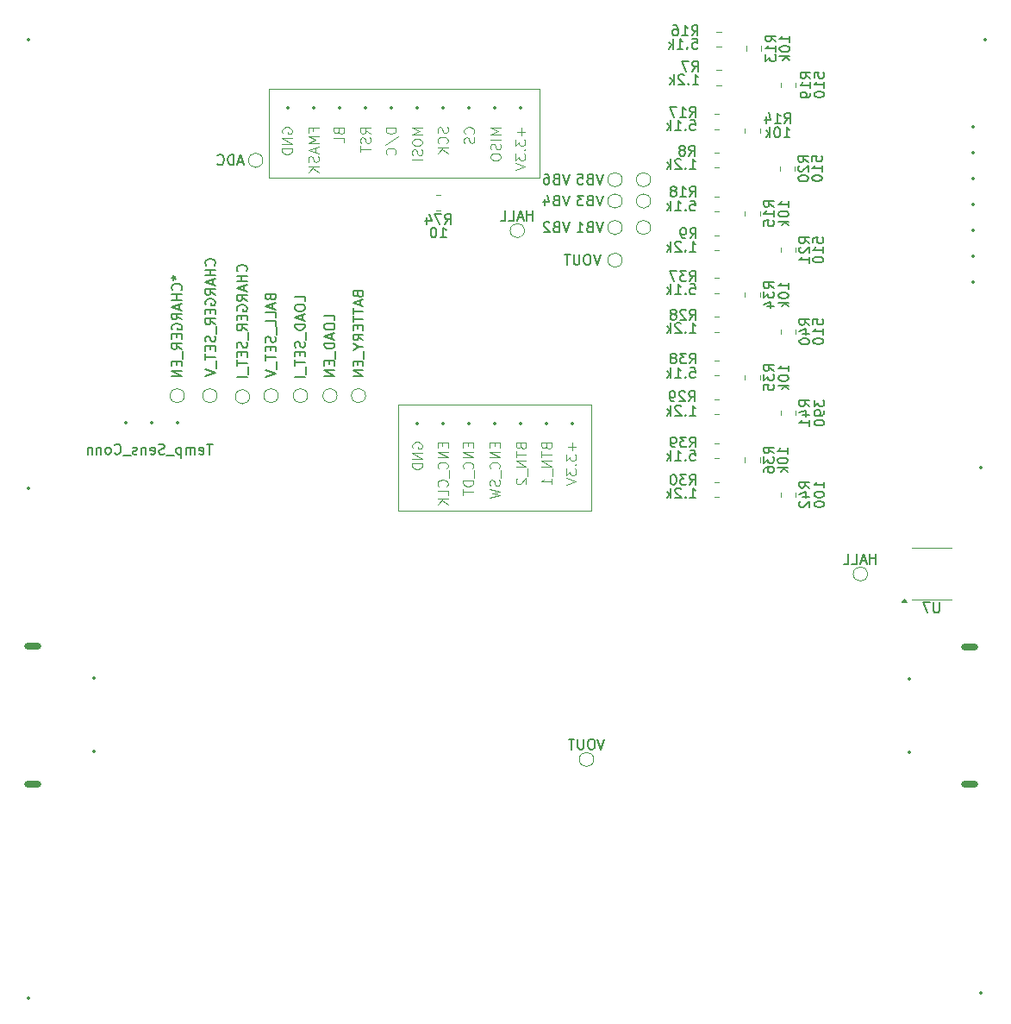
<source format=gbo>
%TF.GenerationSoftware,KiCad,Pcbnew,8.0.1*%
%TF.CreationDate,2024-05-10T21:49:12+02:00*%
%TF.ProjectId,Charger,43686172-6765-4722-9e6b-696361645f70,rev?*%
%TF.SameCoordinates,Original*%
%TF.FileFunction,Legend,Bot*%
%TF.FilePolarity,Positive*%
%FSLAX46Y46*%
G04 Gerber Fmt 4.6, Leading zero omitted, Abs format (unit mm)*
G04 Created by KiCad (PCBNEW 8.0.1) date 2024-05-10 21:49:12*
%MOMM*%
%LPD*%
G01*
G04 APERTURE LIST*
%ADD10C,0.100000*%
%ADD11C,0.150000*%
%ADD12C,0.120000*%
%ADD13C,0.350000*%
%ADD14O,1.700000X0.600000*%
G04 APERTURE END LIST*
D10*
X132300000Y-83700000D02*
X151300000Y-83700000D01*
X151300000Y-94100000D01*
X132300000Y-94100000D01*
X132300000Y-83700000D01*
X119600000Y-52700000D02*
X146200000Y-52700000D01*
X146200000Y-61400000D01*
X119600000Y-61400000D01*
X119600000Y-52700000D01*
X139677180Y-57075312D02*
X139724800Y-57027693D01*
X139724800Y-57027693D02*
X139772419Y-56884836D01*
X139772419Y-56884836D02*
X139772419Y-56789598D01*
X139772419Y-56789598D02*
X139724800Y-56646741D01*
X139724800Y-56646741D02*
X139629561Y-56551503D01*
X139629561Y-56551503D02*
X139534323Y-56503884D01*
X139534323Y-56503884D02*
X139343847Y-56456265D01*
X139343847Y-56456265D02*
X139200990Y-56456265D01*
X139200990Y-56456265D02*
X139010514Y-56503884D01*
X139010514Y-56503884D02*
X138915276Y-56551503D01*
X138915276Y-56551503D02*
X138820038Y-56646741D01*
X138820038Y-56646741D02*
X138772419Y-56789598D01*
X138772419Y-56789598D02*
X138772419Y-56884836D01*
X138772419Y-56884836D02*
X138820038Y-57027693D01*
X138820038Y-57027693D02*
X138867657Y-57075312D01*
X139724800Y-57456265D02*
X139772419Y-57599122D01*
X139772419Y-57599122D02*
X139772419Y-57837217D01*
X139772419Y-57837217D02*
X139724800Y-57932455D01*
X139724800Y-57932455D02*
X139677180Y-57980074D01*
X139677180Y-57980074D02*
X139581942Y-58027693D01*
X139581942Y-58027693D02*
X139486704Y-58027693D01*
X139486704Y-58027693D02*
X139391466Y-57980074D01*
X139391466Y-57980074D02*
X139343847Y-57932455D01*
X139343847Y-57932455D02*
X139296228Y-57837217D01*
X139296228Y-57837217D02*
X139248609Y-57646741D01*
X139248609Y-57646741D02*
X139200990Y-57551503D01*
X139200990Y-57551503D02*
X139153371Y-57503884D01*
X139153371Y-57503884D02*
X139058133Y-57456265D01*
X139058133Y-57456265D02*
X138962895Y-57456265D01*
X138962895Y-57456265D02*
X138867657Y-57503884D01*
X138867657Y-57503884D02*
X138820038Y-57551503D01*
X138820038Y-57551503D02*
X138772419Y-57646741D01*
X138772419Y-57646741D02*
X138772419Y-57884836D01*
X138772419Y-57884836D02*
X138820038Y-58027693D01*
X133720038Y-87927693D02*
X133672419Y-87832455D01*
X133672419Y-87832455D02*
X133672419Y-87689598D01*
X133672419Y-87689598D02*
X133720038Y-87546741D01*
X133720038Y-87546741D02*
X133815276Y-87451503D01*
X133815276Y-87451503D02*
X133910514Y-87403884D01*
X133910514Y-87403884D02*
X134100990Y-87356265D01*
X134100990Y-87356265D02*
X134243847Y-87356265D01*
X134243847Y-87356265D02*
X134434323Y-87403884D01*
X134434323Y-87403884D02*
X134529561Y-87451503D01*
X134529561Y-87451503D02*
X134624800Y-87546741D01*
X134624800Y-87546741D02*
X134672419Y-87689598D01*
X134672419Y-87689598D02*
X134672419Y-87784836D01*
X134672419Y-87784836D02*
X134624800Y-87927693D01*
X134624800Y-87927693D02*
X134577180Y-87975312D01*
X134577180Y-87975312D02*
X134243847Y-87975312D01*
X134243847Y-87975312D02*
X134243847Y-87784836D01*
X134672419Y-88403884D02*
X133672419Y-88403884D01*
X133672419Y-88403884D02*
X134672419Y-88975312D01*
X134672419Y-88975312D02*
X133672419Y-88975312D01*
X134672419Y-89451503D02*
X133672419Y-89451503D01*
X133672419Y-89451503D02*
X133672419Y-89689598D01*
X133672419Y-89689598D02*
X133720038Y-89832455D01*
X133720038Y-89832455D02*
X133815276Y-89927693D01*
X133815276Y-89927693D02*
X133910514Y-89975312D01*
X133910514Y-89975312D02*
X134100990Y-90022931D01*
X134100990Y-90022931D02*
X134243847Y-90022931D01*
X134243847Y-90022931D02*
X134434323Y-89975312D01*
X134434323Y-89975312D02*
X134529561Y-89927693D01*
X134529561Y-89927693D02*
X134624800Y-89832455D01*
X134624800Y-89832455D02*
X134672419Y-89689598D01*
X134672419Y-89689598D02*
X134672419Y-89451503D01*
X134672419Y-56503884D02*
X133672419Y-56503884D01*
X133672419Y-56503884D02*
X134386704Y-56837217D01*
X134386704Y-56837217D02*
X133672419Y-57170550D01*
X133672419Y-57170550D02*
X134672419Y-57170550D01*
X133672419Y-57837217D02*
X133672419Y-58027693D01*
X133672419Y-58027693D02*
X133720038Y-58122931D01*
X133720038Y-58122931D02*
X133815276Y-58218169D01*
X133815276Y-58218169D02*
X134005752Y-58265788D01*
X134005752Y-58265788D02*
X134339085Y-58265788D01*
X134339085Y-58265788D02*
X134529561Y-58218169D01*
X134529561Y-58218169D02*
X134624800Y-58122931D01*
X134624800Y-58122931D02*
X134672419Y-58027693D01*
X134672419Y-58027693D02*
X134672419Y-57837217D01*
X134672419Y-57837217D02*
X134624800Y-57741979D01*
X134624800Y-57741979D02*
X134529561Y-57646741D01*
X134529561Y-57646741D02*
X134339085Y-57599122D01*
X134339085Y-57599122D02*
X134005752Y-57599122D01*
X134005752Y-57599122D02*
X133815276Y-57646741D01*
X133815276Y-57646741D02*
X133720038Y-57741979D01*
X133720038Y-57741979D02*
X133672419Y-57837217D01*
X134624800Y-58646741D02*
X134672419Y-58789598D01*
X134672419Y-58789598D02*
X134672419Y-59027693D01*
X134672419Y-59027693D02*
X134624800Y-59122931D01*
X134624800Y-59122931D02*
X134577180Y-59170550D01*
X134577180Y-59170550D02*
X134481942Y-59218169D01*
X134481942Y-59218169D02*
X134386704Y-59218169D01*
X134386704Y-59218169D02*
X134291466Y-59170550D01*
X134291466Y-59170550D02*
X134243847Y-59122931D01*
X134243847Y-59122931D02*
X134196228Y-59027693D01*
X134196228Y-59027693D02*
X134148609Y-58837217D01*
X134148609Y-58837217D02*
X134100990Y-58741979D01*
X134100990Y-58741979D02*
X134053371Y-58694360D01*
X134053371Y-58694360D02*
X133958133Y-58646741D01*
X133958133Y-58646741D02*
X133862895Y-58646741D01*
X133862895Y-58646741D02*
X133767657Y-58694360D01*
X133767657Y-58694360D02*
X133720038Y-58741979D01*
X133720038Y-58741979D02*
X133672419Y-58837217D01*
X133672419Y-58837217D02*
X133672419Y-59075312D01*
X133672419Y-59075312D02*
X133720038Y-59218169D01*
X134672419Y-59646741D02*
X133672419Y-59646741D01*
X144348609Y-87737217D02*
X144396228Y-87880074D01*
X144396228Y-87880074D02*
X144443847Y-87927693D01*
X144443847Y-87927693D02*
X144539085Y-87975312D01*
X144539085Y-87975312D02*
X144681942Y-87975312D01*
X144681942Y-87975312D02*
X144777180Y-87927693D01*
X144777180Y-87927693D02*
X144824800Y-87880074D01*
X144824800Y-87880074D02*
X144872419Y-87784836D01*
X144872419Y-87784836D02*
X144872419Y-87403884D01*
X144872419Y-87403884D02*
X143872419Y-87403884D01*
X143872419Y-87403884D02*
X143872419Y-87737217D01*
X143872419Y-87737217D02*
X143920038Y-87832455D01*
X143920038Y-87832455D02*
X143967657Y-87880074D01*
X143967657Y-87880074D02*
X144062895Y-87927693D01*
X144062895Y-87927693D02*
X144158133Y-87927693D01*
X144158133Y-87927693D02*
X144253371Y-87880074D01*
X144253371Y-87880074D02*
X144300990Y-87832455D01*
X144300990Y-87832455D02*
X144348609Y-87737217D01*
X144348609Y-87737217D02*
X144348609Y-87403884D01*
X143872419Y-88261027D02*
X143872419Y-88832455D01*
X144872419Y-88546741D02*
X143872419Y-88546741D01*
X144872419Y-89165789D02*
X143872419Y-89165789D01*
X143872419Y-89165789D02*
X144872419Y-89737217D01*
X144872419Y-89737217D02*
X143872419Y-89737217D01*
X144967657Y-89975313D02*
X144967657Y-90737217D01*
X143967657Y-90927694D02*
X143920038Y-90975313D01*
X143920038Y-90975313D02*
X143872419Y-91070551D01*
X143872419Y-91070551D02*
X143872419Y-91308646D01*
X143872419Y-91308646D02*
X143920038Y-91403884D01*
X143920038Y-91403884D02*
X143967657Y-91451503D01*
X143967657Y-91451503D02*
X144062895Y-91499122D01*
X144062895Y-91499122D02*
X144158133Y-91499122D01*
X144158133Y-91499122D02*
X144300990Y-91451503D01*
X144300990Y-91451503D02*
X144872419Y-90880075D01*
X144872419Y-90880075D02*
X144872419Y-91499122D01*
X129572419Y-57075312D02*
X129096228Y-56741979D01*
X129572419Y-56503884D02*
X128572419Y-56503884D01*
X128572419Y-56503884D02*
X128572419Y-56884836D01*
X128572419Y-56884836D02*
X128620038Y-56980074D01*
X128620038Y-56980074D02*
X128667657Y-57027693D01*
X128667657Y-57027693D02*
X128762895Y-57075312D01*
X128762895Y-57075312D02*
X128905752Y-57075312D01*
X128905752Y-57075312D02*
X129000990Y-57027693D01*
X129000990Y-57027693D02*
X129048609Y-56980074D01*
X129048609Y-56980074D02*
X129096228Y-56884836D01*
X129096228Y-56884836D02*
X129096228Y-56503884D01*
X129524800Y-57456265D02*
X129572419Y-57599122D01*
X129572419Y-57599122D02*
X129572419Y-57837217D01*
X129572419Y-57837217D02*
X129524800Y-57932455D01*
X129524800Y-57932455D02*
X129477180Y-57980074D01*
X129477180Y-57980074D02*
X129381942Y-58027693D01*
X129381942Y-58027693D02*
X129286704Y-58027693D01*
X129286704Y-58027693D02*
X129191466Y-57980074D01*
X129191466Y-57980074D02*
X129143847Y-57932455D01*
X129143847Y-57932455D02*
X129096228Y-57837217D01*
X129096228Y-57837217D02*
X129048609Y-57646741D01*
X129048609Y-57646741D02*
X129000990Y-57551503D01*
X129000990Y-57551503D02*
X128953371Y-57503884D01*
X128953371Y-57503884D02*
X128858133Y-57456265D01*
X128858133Y-57456265D02*
X128762895Y-57456265D01*
X128762895Y-57456265D02*
X128667657Y-57503884D01*
X128667657Y-57503884D02*
X128620038Y-57551503D01*
X128620038Y-57551503D02*
X128572419Y-57646741D01*
X128572419Y-57646741D02*
X128572419Y-57884836D01*
X128572419Y-57884836D02*
X128620038Y-58027693D01*
X128572419Y-58313408D02*
X128572419Y-58884836D01*
X129572419Y-58599122D02*
X128572419Y-58599122D01*
X146848609Y-87737217D02*
X146896228Y-87880074D01*
X146896228Y-87880074D02*
X146943847Y-87927693D01*
X146943847Y-87927693D02*
X147039085Y-87975312D01*
X147039085Y-87975312D02*
X147181942Y-87975312D01*
X147181942Y-87975312D02*
X147277180Y-87927693D01*
X147277180Y-87927693D02*
X147324800Y-87880074D01*
X147324800Y-87880074D02*
X147372419Y-87784836D01*
X147372419Y-87784836D02*
X147372419Y-87403884D01*
X147372419Y-87403884D02*
X146372419Y-87403884D01*
X146372419Y-87403884D02*
X146372419Y-87737217D01*
X146372419Y-87737217D02*
X146420038Y-87832455D01*
X146420038Y-87832455D02*
X146467657Y-87880074D01*
X146467657Y-87880074D02*
X146562895Y-87927693D01*
X146562895Y-87927693D02*
X146658133Y-87927693D01*
X146658133Y-87927693D02*
X146753371Y-87880074D01*
X146753371Y-87880074D02*
X146800990Y-87832455D01*
X146800990Y-87832455D02*
X146848609Y-87737217D01*
X146848609Y-87737217D02*
X146848609Y-87403884D01*
X146372419Y-88261027D02*
X146372419Y-88832455D01*
X147372419Y-88546741D02*
X146372419Y-88546741D01*
X147372419Y-89165789D02*
X146372419Y-89165789D01*
X146372419Y-89165789D02*
X147372419Y-89737217D01*
X147372419Y-89737217D02*
X146372419Y-89737217D01*
X147467657Y-89975313D02*
X147467657Y-90737217D01*
X147372419Y-91499122D02*
X147372419Y-90927694D01*
X147372419Y-91213408D02*
X146372419Y-91213408D01*
X146372419Y-91213408D02*
X146515276Y-91118170D01*
X146515276Y-91118170D02*
X146610514Y-91022932D01*
X146610514Y-91022932D02*
X146658133Y-90927694D01*
X144391466Y-56503884D02*
X144391466Y-57265789D01*
X144772419Y-56884836D02*
X144010514Y-56884836D01*
X143772419Y-57646741D02*
X143772419Y-58265788D01*
X143772419Y-58265788D02*
X144153371Y-57932455D01*
X144153371Y-57932455D02*
X144153371Y-58075312D01*
X144153371Y-58075312D02*
X144200990Y-58170550D01*
X144200990Y-58170550D02*
X144248609Y-58218169D01*
X144248609Y-58218169D02*
X144343847Y-58265788D01*
X144343847Y-58265788D02*
X144581942Y-58265788D01*
X144581942Y-58265788D02*
X144677180Y-58218169D01*
X144677180Y-58218169D02*
X144724800Y-58170550D01*
X144724800Y-58170550D02*
X144772419Y-58075312D01*
X144772419Y-58075312D02*
X144772419Y-57789598D01*
X144772419Y-57789598D02*
X144724800Y-57694360D01*
X144724800Y-57694360D02*
X144677180Y-57646741D01*
X144677180Y-58694360D02*
X144724800Y-58741979D01*
X144724800Y-58741979D02*
X144772419Y-58694360D01*
X144772419Y-58694360D02*
X144724800Y-58646741D01*
X144724800Y-58646741D02*
X144677180Y-58694360D01*
X144677180Y-58694360D02*
X144772419Y-58694360D01*
X143772419Y-59075312D02*
X143772419Y-59694359D01*
X143772419Y-59694359D02*
X144153371Y-59361026D01*
X144153371Y-59361026D02*
X144153371Y-59503883D01*
X144153371Y-59503883D02*
X144200990Y-59599121D01*
X144200990Y-59599121D02*
X144248609Y-59646740D01*
X144248609Y-59646740D02*
X144343847Y-59694359D01*
X144343847Y-59694359D02*
X144581942Y-59694359D01*
X144581942Y-59694359D02*
X144677180Y-59646740D01*
X144677180Y-59646740D02*
X144724800Y-59599121D01*
X144724800Y-59599121D02*
X144772419Y-59503883D01*
X144772419Y-59503883D02*
X144772419Y-59218169D01*
X144772419Y-59218169D02*
X144724800Y-59122931D01*
X144724800Y-59122931D02*
X144677180Y-59075312D01*
X143772419Y-59980074D02*
X144772419Y-60313407D01*
X144772419Y-60313407D02*
X143772419Y-60646740D01*
X120920038Y-57027693D02*
X120872419Y-56932455D01*
X120872419Y-56932455D02*
X120872419Y-56789598D01*
X120872419Y-56789598D02*
X120920038Y-56646741D01*
X120920038Y-56646741D02*
X121015276Y-56551503D01*
X121015276Y-56551503D02*
X121110514Y-56503884D01*
X121110514Y-56503884D02*
X121300990Y-56456265D01*
X121300990Y-56456265D02*
X121443847Y-56456265D01*
X121443847Y-56456265D02*
X121634323Y-56503884D01*
X121634323Y-56503884D02*
X121729561Y-56551503D01*
X121729561Y-56551503D02*
X121824800Y-56646741D01*
X121824800Y-56646741D02*
X121872419Y-56789598D01*
X121872419Y-56789598D02*
X121872419Y-56884836D01*
X121872419Y-56884836D02*
X121824800Y-57027693D01*
X121824800Y-57027693D02*
X121777180Y-57075312D01*
X121777180Y-57075312D02*
X121443847Y-57075312D01*
X121443847Y-57075312D02*
X121443847Y-56884836D01*
X121872419Y-57503884D02*
X120872419Y-57503884D01*
X120872419Y-57503884D02*
X121872419Y-58075312D01*
X121872419Y-58075312D02*
X120872419Y-58075312D01*
X121872419Y-58551503D02*
X120872419Y-58551503D01*
X120872419Y-58551503D02*
X120872419Y-58789598D01*
X120872419Y-58789598D02*
X120920038Y-58932455D01*
X120920038Y-58932455D02*
X121015276Y-59027693D01*
X121015276Y-59027693D02*
X121110514Y-59075312D01*
X121110514Y-59075312D02*
X121300990Y-59122931D01*
X121300990Y-59122931D02*
X121443847Y-59122931D01*
X121443847Y-59122931D02*
X121634323Y-59075312D01*
X121634323Y-59075312D02*
X121729561Y-59027693D01*
X121729561Y-59027693D02*
X121824800Y-58932455D01*
X121824800Y-58932455D02*
X121872419Y-58789598D01*
X121872419Y-58789598D02*
X121872419Y-58551503D01*
X137124800Y-56456265D02*
X137172419Y-56599122D01*
X137172419Y-56599122D02*
X137172419Y-56837217D01*
X137172419Y-56837217D02*
X137124800Y-56932455D01*
X137124800Y-56932455D02*
X137077180Y-56980074D01*
X137077180Y-56980074D02*
X136981942Y-57027693D01*
X136981942Y-57027693D02*
X136886704Y-57027693D01*
X136886704Y-57027693D02*
X136791466Y-56980074D01*
X136791466Y-56980074D02*
X136743847Y-56932455D01*
X136743847Y-56932455D02*
X136696228Y-56837217D01*
X136696228Y-56837217D02*
X136648609Y-56646741D01*
X136648609Y-56646741D02*
X136600990Y-56551503D01*
X136600990Y-56551503D02*
X136553371Y-56503884D01*
X136553371Y-56503884D02*
X136458133Y-56456265D01*
X136458133Y-56456265D02*
X136362895Y-56456265D01*
X136362895Y-56456265D02*
X136267657Y-56503884D01*
X136267657Y-56503884D02*
X136220038Y-56551503D01*
X136220038Y-56551503D02*
X136172419Y-56646741D01*
X136172419Y-56646741D02*
X136172419Y-56884836D01*
X136172419Y-56884836D02*
X136220038Y-57027693D01*
X137077180Y-58027693D02*
X137124800Y-57980074D01*
X137124800Y-57980074D02*
X137172419Y-57837217D01*
X137172419Y-57837217D02*
X137172419Y-57741979D01*
X137172419Y-57741979D02*
X137124800Y-57599122D01*
X137124800Y-57599122D02*
X137029561Y-57503884D01*
X137029561Y-57503884D02*
X136934323Y-57456265D01*
X136934323Y-57456265D02*
X136743847Y-57408646D01*
X136743847Y-57408646D02*
X136600990Y-57408646D01*
X136600990Y-57408646D02*
X136410514Y-57456265D01*
X136410514Y-57456265D02*
X136315276Y-57503884D01*
X136315276Y-57503884D02*
X136220038Y-57599122D01*
X136220038Y-57599122D02*
X136172419Y-57741979D01*
X136172419Y-57741979D02*
X136172419Y-57837217D01*
X136172419Y-57837217D02*
X136220038Y-57980074D01*
X136220038Y-57980074D02*
X136267657Y-58027693D01*
X137172419Y-58456265D02*
X136172419Y-58456265D01*
X137172419Y-59027693D02*
X136600990Y-58599122D01*
X136172419Y-59027693D02*
X136743847Y-58456265D01*
X126448609Y-56837217D02*
X126496228Y-56980074D01*
X126496228Y-56980074D02*
X126543847Y-57027693D01*
X126543847Y-57027693D02*
X126639085Y-57075312D01*
X126639085Y-57075312D02*
X126781942Y-57075312D01*
X126781942Y-57075312D02*
X126877180Y-57027693D01*
X126877180Y-57027693D02*
X126924800Y-56980074D01*
X126924800Y-56980074D02*
X126972419Y-56884836D01*
X126972419Y-56884836D02*
X126972419Y-56503884D01*
X126972419Y-56503884D02*
X125972419Y-56503884D01*
X125972419Y-56503884D02*
X125972419Y-56837217D01*
X125972419Y-56837217D02*
X126020038Y-56932455D01*
X126020038Y-56932455D02*
X126067657Y-56980074D01*
X126067657Y-56980074D02*
X126162895Y-57027693D01*
X126162895Y-57027693D02*
X126258133Y-57027693D01*
X126258133Y-57027693D02*
X126353371Y-56980074D01*
X126353371Y-56980074D02*
X126400990Y-56932455D01*
X126400990Y-56932455D02*
X126448609Y-56837217D01*
X126448609Y-56837217D02*
X126448609Y-56503884D01*
X126972419Y-57980074D02*
X126972419Y-57503884D01*
X126972419Y-57503884D02*
X125972419Y-57503884D01*
X136648609Y-87403884D02*
X136648609Y-87737217D01*
X137172419Y-87880074D02*
X137172419Y-87403884D01*
X137172419Y-87403884D02*
X136172419Y-87403884D01*
X136172419Y-87403884D02*
X136172419Y-87880074D01*
X137172419Y-88308646D02*
X136172419Y-88308646D01*
X136172419Y-88308646D02*
X137172419Y-88880074D01*
X137172419Y-88880074D02*
X136172419Y-88880074D01*
X137077180Y-89927693D02*
X137124800Y-89880074D01*
X137124800Y-89880074D02*
X137172419Y-89737217D01*
X137172419Y-89737217D02*
X137172419Y-89641979D01*
X137172419Y-89641979D02*
X137124800Y-89499122D01*
X137124800Y-89499122D02*
X137029561Y-89403884D01*
X137029561Y-89403884D02*
X136934323Y-89356265D01*
X136934323Y-89356265D02*
X136743847Y-89308646D01*
X136743847Y-89308646D02*
X136600990Y-89308646D01*
X136600990Y-89308646D02*
X136410514Y-89356265D01*
X136410514Y-89356265D02*
X136315276Y-89403884D01*
X136315276Y-89403884D02*
X136220038Y-89499122D01*
X136220038Y-89499122D02*
X136172419Y-89641979D01*
X136172419Y-89641979D02*
X136172419Y-89737217D01*
X136172419Y-89737217D02*
X136220038Y-89880074D01*
X136220038Y-89880074D02*
X136267657Y-89927693D01*
X137267657Y-90118170D02*
X137267657Y-90880074D01*
X137077180Y-91689598D02*
X137124800Y-91641979D01*
X137124800Y-91641979D02*
X137172419Y-91499122D01*
X137172419Y-91499122D02*
X137172419Y-91403884D01*
X137172419Y-91403884D02*
X137124800Y-91261027D01*
X137124800Y-91261027D02*
X137029561Y-91165789D01*
X137029561Y-91165789D02*
X136934323Y-91118170D01*
X136934323Y-91118170D02*
X136743847Y-91070551D01*
X136743847Y-91070551D02*
X136600990Y-91070551D01*
X136600990Y-91070551D02*
X136410514Y-91118170D01*
X136410514Y-91118170D02*
X136315276Y-91165789D01*
X136315276Y-91165789D02*
X136220038Y-91261027D01*
X136220038Y-91261027D02*
X136172419Y-91403884D01*
X136172419Y-91403884D02*
X136172419Y-91499122D01*
X136172419Y-91499122D02*
X136220038Y-91641979D01*
X136220038Y-91641979D02*
X136267657Y-91689598D01*
X137172419Y-92594360D02*
X137172419Y-92118170D01*
X137172419Y-92118170D02*
X136172419Y-92118170D01*
X137172419Y-92927694D02*
X136172419Y-92927694D01*
X137172419Y-93499122D02*
X136600990Y-93070551D01*
X136172419Y-93499122D02*
X136743847Y-92927694D01*
X123948609Y-56837217D02*
X123948609Y-56503884D01*
X124472419Y-56503884D02*
X123472419Y-56503884D01*
X123472419Y-56503884D02*
X123472419Y-56980074D01*
X124472419Y-57361027D02*
X123472419Y-57361027D01*
X123472419Y-57361027D02*
X124186704Y-57694360D01*
X124186704Y-57694360D02*
X123472419Y-58027693D01*
X123472419Y-58027693D02*
X124472419Y-58027693D01*
X124186704Y-58456265D02*
X124186704Y-58932455D01*
X124472419Y-58361027D02*
X123472419Y-58694360D01*
X123472419Y-58694360D02*
X124472419Y-59027693D01*
X124424800Y-59313408D02*
X124472419Y-59456265D01*
X124472419Y-59456265D02*
X124472419Y-59694360D01*
X124472419Y-59694360D02*
X124424800Y-59789598D01*
X124424800Y-59789598D02*
X124377180Y-59837217D01*
X124377180Y-59837217D02*
X124281942Y-59884836D01*
X124281942Y-59884836D02*
X124186704Y-59884836D01*
X124186704Y-59884836D02*
X124091466Y-59837217D01*
X124091466Y-59837217D02*
X124043847Y-59789598D01*
X124043847Y-59789598D02*
X123996228Y-59694360D01*
X123996228Y-59694360D02*
X123948609Y-59503884D01*
X123948609Y-59503884D02*
X123900990Y-59408646D01*
X123900990Y-59408646D02*
X123853371Y-59361027D01*
X123853371Y-59361027D02*
X123758133Y-59313408D01*
X123758133Y-59313408D02*
X123662895Y-59313408D01*
X123662895Y-59313408D02*
X123567657Y-59361027D01*
X123567657Y-59361027D02*
X123520038Y-59408646D01*
X123520038Y-59408646D02*
X123472419Y-59503884D01*
X123472419Y-59503884D02*
X123472419Y-59741979D01*
X123472419Y-59741979D02*
X123520038Y-59884836D01*
X124472419Y-60313408D02*
X123472419Y-60313408D01*
X124472419Y-60884836D02*
X123900990Y-60456265D01*
X123472419Y-60884836D02*
X124043847Y-60313408D01*
X142372419Y-56503884D02*
X141372419Y-56503884D01*
X141372419Y-56503884D02*
X142086704Y-56837217D01*
X142086704Y-56837217D02*
X141372419Y-57170550D01*
X141372419Y-57170550D02*
X142372419Y-57170550D01*
X142372419Y-57646741D02*
X141372419Y-57646741D01*
X142324800Y-58075312D02*
X142372419Y-58218169D01*
X142372419Y-58218169D02*
X142372419Y-58456264D01*
X142372419Y-58456264D02*
X142324800Y-58551502D01*
X142324800Y-58551502D02*
X142277180Y-58599121D01*
X142277180Y-58599121D02*
X142181942Y-58646740D01*
X142181942Y-58646740D02*
X142086704Y-58646740D01*
X142086704Y-58646740D02*
X141991466Y-58599121D01*
X141991466Y-58599121D02*
X141943847Y-58551502D01*
X141943847Y-58551502D02*
X141896228Y-58456264D01*
X141896228Y-58456264D02*
X141848609Y-58265788D01*
X141848609Y-58265788D02*
X141800990Y-58170550D01*
X141800990Y-58170550D02*
X141753371Y-58122931D01*
X141753371Y-58122931D02*
X141658133Y-58075312D01*
X141658133Y-58075312D02*
X141562895Y-58075312D01*
X141562895Y-58075312D02*
X141467657Y-58122931D01*
X141467657Y-58122931D02*
X141420038Y-58170550D01*
X141420038Y-58170550D02*
X141372419Y-58265788D01*
X141372419Y-58265788D02*
X141372419Y-58503883D01*
X141372419Y-58503883D02*
X141420038Y-58646740D01*
X141372419Y-59265788D02*
X141372419Y-59456264D01*
X141372419Y-59456264D02*
X141420038Y-59551502D01*
X141420038Y-59551502D02*
X141515276Y-59646740D01*
X141515276Y-59646740D02*
X141705752Y-59694359D01*
X141705752Y-59694359D02*
X142039085Y-59694359D01*
X142039085Y-59694359D02*
X142229561Y-59646740D01*
X142229561Y-59646740D02*
X142324800Y-59551502D01*
X142324800Y-59551502D02*
X142372419Y-59456264D01*
X142372419Y-59456264D02*
X142372419Y-59265788D01*
X142372419Y-59265788D02*
X142324800Y-59170550D01*
X142324800Y-59170550D02*
X142229561Y-59075312D01*
X142229561Y-59075312D02*
X142039085Y-59027693D01*
X142039085Y-59027693D02*
X141705752Y-59027693D01*
X141705752Y-59027693D02*
X141515276Y-59075312D01*
X141515276Y-59075312D02*
X141420038Y-59170550D01*
X141420038Y-59170550D02*
X141372419Y-59265788D01*
X139148609Y-87403884D02*
X139148609Y-87737217D01*
X139672419Y-87880074D02*
X139672419Y-87403884D01*
X139672419Y-87403884D02*
X138672419Y-87403884D01*
X138672419Y-87403884D02*
X138672419Y-87880074D01*
X139672419Y-88308646D02*
X138672419Y-88308646D01*
X138672419Y-88308646D02*
X139672419Y-88880074D01*
X139672419Y-88880074D02*
X138672419Y-88880074D01*
X139577180Y-89927693D02*
X139624800Y-89880074D01*
X139624800Y-89880074D02*
X139672419Y-89737217D01*
X139672419Y-89737217D02*
X139672419Y-89641979D01*
X139672419Y-89641979D02*
X139624800Y-89499122D01*
X139624800Y-89499122D02*
X139529561Y-89403884D01*
X139529561Y-89403884D02*
X139434323Y-89356265D01*
X139434323Y-89356265D02*
X139243847Y-89308646D01*
X139243847Y-89308646D02*
X139100990Y-89308646D01*
X139100990Y-89308646D02*
X138910514Y-89356265D01*
X138910514Y-89356265D02*
X138815276Y-89403884D01*
X138815276Y-89403884D02*
X138720038Y-89499122D01*
X138720038Y-89499122D02*
X138672419Y-89641979D01*
X138672419Y-89641979D02*
X138672419Y-89737217D01*
X138672419Y-89737217D02*
X138720038Y-89880074D01*
X138720038Y-89880074D02*
X138767657Y-89927693D01*
X139767657Y-90118170D02*
X139767657Y-90880074D01*
X139672419Y-91118170D02*
X138672419Y-91118170D01*
X138672419Y-91118170D02*
X138672419Y-91356265D01*
X138672419Y-91356265D02*
X138720038Y-91499122D01*
X138720038Y-91499122D02*
X138815276Y-91594360D01*
X138815276Y-91594360D02*
X138910514Y-91641979D01*
X138910514Y-91641979D02*
X139100990Y-91689598D01*
X139100990Y-91689598D02*
X139243847Y-91689598D01*
X139243847Y-91689598D02*
X139434323Y-91641979D01*
X139434323Y-91641979D02*
X139529561Y-91594360D01*
X139529561Y-91594360D02*
X139624800Y-91499122D01*
X139624800Y-91499122D02*
X139672419Y-91356265D01*
X139672419Y-91356265D02*
X139672419Y-91118170D01*
X138672419Y-91975313D02*
X138672419Y-92546741D01*
X139672419Y-92261027D02*
X138672419Y-92261027D01*
X132072419Y-56503884D02*
X131072419Y-56503884D01*
X131072419Y-56503884D02*
X131072419Y-56741979D01*
X131072419Y-56741979D02*
X131120038Y-56884836D01*
X131120038Y-56884836D02*
X131215276Y-56980074D01*
X131215276Y-56980074D02*
X131310514Y-57027693D01*
X131310514Y-57027693D02*
X131500990Y-57075312D01*
X131500990Y-57075312D02*
X131643847Y-57075312D01*
X131643847Y-57075312D02*
X131834323Y-57027693D01*
X131834323Y-57027693D02*
X131929561Y-56980074D01*
X131929561Y-56980074D02*
X132024800Y-56884836D01*
X132024800Y-56884836D02*
X132072419Y-56741979D01*
X132072419Y-56741979D02*
X132072419Y-56503884D01*
X131024800Y-58218169D02*
X132310514Y-57361027D01*
X131977180Y-59122931D02*
X132024800Y-59075312D01*
X132024800Y-59075312D02*
X132072419Y-58932455D01*
X132072419Y-58932455D02*
X132072419Y-58837217D01*
X132072419Y-58837217D02*
X132024800Y-58694360D01*
X132024800Y-58694360D02*
X131929561Y-58599122D01*
X131929561Y-58599122D02*
X131834323Y-58551503D01*
X131834323Y-58551503D02*
X131643847Y-58503884D01*
X131643847Y-58503884D02*
X131500990Y-58503884D01*
X131500990Y-58503884D02*
X131310514Y-58551503D01*
X131310514Y-58551503D02*
X131215276Y-58599122D01*
X131215276Y-58599122D02*
X131120038Y-58694360D01*
X131120038Y-58694360D02*
X131072419Y-58837217D01*
X131072419Y-58837217D02*
X131072419Y-58932455D01*
X131072419Y-58932455D02*
X131120038Y-59075312D01*
X131120038Y-59075312D02*
X131167657Y-59122931D01*
X141748609Y-87403884D02*
X141748609Y-87737217D01*
X142272419Y-87880074D02*
X142272419Y-87403884D01*
X142272419Y-87403884D02*
X141272419Y-87403884D01*
X141272419Y-87403884D02*
X141272419Y-87880074D01*
X142272419Y-88308646D02*
X141272419Y-88308646D01*
X141272419Y-88308646D02*
X142272419Y-88880074D01*
X142272419Y-88880074D02*
X141272419Y-88880074D01*
X142177180Y-89927693D02*
X142224800Y-89880074D01*
X142224800Y-89880074D02*
X142272419Y-89737217D01*
X142272419Y-89737217D02*
X142272419Y-89641979D01*
X142272419Y-89641979D02*
X142224800Y-89499122D01*
X142224800Y-89499122D02*
X142129561Y-89403884D01*
X142129561Y-89403884D02*
X142034323Y-89356265D01*
X142034323Y-89356265D02*
X141843847Y-89308646D01*
X141843847Y-89308646D02*
X141700990Y-89308646D01*
X141700990Y-89308646D02*
X141510514Y-89356265D01*
X141510514Y-89356265D02*
X141415276Y-89403884D01*
X141415276Y-89403884D02*
X141320038Y-89499122D01*
X141320038Y-89499122D02*
X141272419Y-89641979D01*
X141272419Y-89641979D02*
X141272419Y-89737217D01*
X141272419Y-89737217D02*
X141320038Y-89880074D01*
X141320038Y-89880074D02*
X141367657Y-89927693D01*
X142367657Y-90118170D02*
X142367657Y-90880074D01*
X142224800Y-91070551D02*
X142272419Y-91213408D01*
X142272419Y-91213408D02*
X142272419Y-91451503D01*
X142272419Y-91451503D02*
X142224800Y-91546741D01*
X142224800Y-91546741D02*
X142177180Y-91594360D01*
X142177180Y-91594360D02*
X142081942Y-91641979D01*
X142081942Y-91641979D02*
X141986704Y-91641979D01*
X141986704Y-91641979D02*
X141891466Y-91594360D01*
X141891466Y-91594360D02*
X141843847Y-91546741D01*
X141843847Y-91546741D02*
X141796228Y-91451503D01*
X141796228Y-91451503D02*
X141748609Y-91261027D01*
X141748609Y-91261027D02*
X141700990Y-91165789D01*
X141700990Y-91165789D02*
X141653371Y-91118170D01*
X141653371Y-91118170D02*
X141558133Y-91070551D01*
X141558133Y-91070551D02*
X141462895Y-91070551D01*
X141462895Y-91070551D02*
X141367657Y-91118170D01*
X141367657Y-91118170D02*
X141320038Y-91165789D01*
X141320038Y-91165789D02*
X141272419Y-91261027D01*
X141272419Y-91261027D02*
X141272419Y-91499122D01*
X141272419Y-91499122D02*
X141320038Y-91641979D01*
X141272419Y-91975313D02*
X142272419Y-92213408D01*
X142272419Y-92213408D02*
X141558133Y-92403884D01*
X141558133Y-92403884D02*
X142272419Y-92594360D01*
X142272419Y-92594360D02*
X141272419Y-92832456D01*
X149391466Y-87403884D02*
X149391466Y-88165789D01*
X149772419Y-87784836D02*
X149010514Y-87784836D01*
X148772419Y-88546741D02*
X148772419Y-89165788D01*
X148772419Y-89165788D02*
X149153371Y-88832455D01*
X149153371Y-88832455D02*
X149153371Y-88975312D01*
X149153371Y-88975312D02*
X149200990Y-89070550D01*
X149200990Y-89070550D02*
X149248609Y-89118169D01*
X149248609Y-89118169D02*
X149343847Y-89165788D01*
X149343847Y-89165788D02*
X149581942Y-89165788D01*
X149581942Y-89165788D02*
X149677180Y-89118169D01*
X149677180Y-89118169D02*
X149724800Y-89070550D01*
X149724800Y-89070550D02*
X149772419Y-88975312D01*
X149772419Y-88975312D02*
X149772419Y-88689598D01*
X149772419Y-88689598D02*
X149724800Y-88594360D01*
X149724800Y-88594360D02*
X149677180Y-88546741D01*
X149677180Y-89594360D02*
X149724800Y-89641979D01*
X149724800Y-89641979D02*
X149772419Y-89594360D01*
X149772419Y-89594360D02*
X149724800Y-89546741D01*
X149724800Y-89546741D02*
X149677180Y-89594360D01*
X149677180Y-89594360D02*
X149772419Y-89594360D01*
X148772419Y-89975312D02*
X148772419Y-90594359D01*
X148772419Y-90594359D02*
X149153371Y-90261026D01*
X149153371Y-90261026D02*
X149153371Y-90403883D01*
X149153371Y-90403883D02*
X149200990Y-90499121D01*
X149200990Y-90499121D02*
X149248609Y-90546740D01*
X149248609Y-90546740D02*
X149343847Y-90594359D01*
X149343847Y-90594359D02*
X149581942Y-90594359D01*
X149581942Y-90594359D02*
X149677180Y-90546740D01*
X149677180Y-90546740D02*
X149724800Y-90499121D01*
X149724800Y-90499121D02*
X149772419Y-90403883D01*
X149772419Y-90403883D02*
X149772419Y-90118169D01*
X149772419Y-90118169D02*
X149724800Y-90022931D01*
X149724800Y-90022931D02*
X149677180Y-89975312D01*
X148772419Y-90880074D02*
X149772419Y-91213407D01*
X149772419Y-91213407D02*
X148772419Y-91546740D01*
D11*
X114064286Y-87554819D02*
X113492858Y-87554819D01*
X113778572Y-88554819D02*
X113778572Y-87554819D01*
X112778572Y-88507200D02*
X112873810Y-88554819D01*
X112873810Y-88554819D02*
X113064286Y-88554819D01*
X113064286Y-88554819D02*
X113159524Y-88507200D01*
X113159524Y-88507200D02*
X113207143Y-88411961D01*
X113207143Y-88411961D02*
X113207143Y-88031009D01*
X113207143Y-88031009D02*
X113159524Y-87935771D01*
X113159524Y-87935771D02*
X113064286Y-87888152D01*
X113064286Y-87888152D02*
X112873810Y-87888152D01*
X112873810Y-87888152D02*
X112778572Y-87935771D01*
X112778572Y-87935771D02*
X112730953Y-88031009D01*
X112730953Y-88031009D02*
X112730953Y-88126247D01*
X112730953Y-88126247D02*
X113207143Y-88221485D01*
X112302381Y-88554819D02*
X112302381Y-87888152D01*
X112302381Y-87983390D02*
X112254762Y-87935771D01*
X112254762Y-87935771D02*
X112159524Y-87888152D01*
X112159524Y-87888152D02*
X112016667Y-87888152D01*
X112016667Y-87888152D02*
X111921429Y-87935771D01*
X111921429Y-87935771D02*
X111873810Y-88031009D01*
X111873810Y-88031009D02*
X111873810Y-88554819D01*
X111873810Y-88031009D02*
X111826191Y-87935771D01*
X111826191Y-87935771D02*
X111730953Y-87888152D01*
X111730953Y-87888152D02*
X111588096Y-87888152D01*
X111588096Y-87888152D02*
X111492857Y-87935771D01*
X111492857Y-87935771D02*
X111445238Y-88031009D01*
X111445238Y-88031009D02*
X111445238Y-88554819D01*
X110969048Y-87888152D02*
X110969048Y-88888152D01*
X110969048Y-87935771D02*
X110873810Y-87888152D01*
X110873810Y-87888152D02*
X110683334Y-87888152D01*
X110683334Y-87888152D02*
X110588096Y-87935771D01*
X110588096Y-87935771D02*
X110540477Y-87983390D01*
X110540477Y-87983390D02*
X110492858Y-88078628D01*
X110492858Y-88078628D02*
X110492858Y-88364342D01*
X110492858Y-88364342D02*
X110540477Y-88459580D01*
X110540477Y-88459580D02*
X110588096Y-88507200D01*
X110588096Y-88507200D02*
X110683334Y-88554819D01*
X110683334Y-88554819D02*
X110873810Y-88554819D01*
X110873810Y-88554819D02*
X110969048Y-88507200D01*
X110302382Y-88650057D02*
X109540477Y-88650057D01*
X109350000Y-88507200D02*
X109207143Y-88554819D01*
X109207143Y-88554819D02*
X108969048Y-88554819D01*
X108969048Y-88554819D02*
X108873810Y-88507200D01*
X108873810Y-88507200D02*
X108826191Y-88459580D01*
X108826191Y-88459580D02*
X108778572Y-88364342D01*
X108778572Y-88364342D02*
X108778572Y-88269104D01*
X108778572Y-88269104D02*
X108826191Y-88173866D01*
X108826191Y-88173866D02*
X108873810Y-88126247D01*
X108873810Y-88126247D02*
X108969048Y-88078628D01*
X108969048Y-88078628D02*
X109159524Y-88031009D01*
X109159524Y-88031009D02*
X109254762Y-87983390D01*
X109254762Y-87983390D02*
X109302381Y-87935771D01*
X109302381Y-87935771D02*
X109350000Y-87840533D01*
X109350000Y-87840533D02*
X109350000Y-87745295D01*
X109350000Y-87745295D02*
X109302381Y-87650057D01*
X109302381Y-87650057D02*
X109254762Y-87602438D01*
X109254762Y-87602438D02*
X109159524Y-87554819D01*
X109159524Y-87554819D02*
X108921429Y-87554819D01*
X108921429Y-87554819D02*
X108778572Y-87602438D01*
X107969048Y-88507200D02*
X108064286Y-88554819D01*
X108064286Y-88554819D02*
X108254762Y-88554819D01*
X108254762Y-88554819D02*
X108350000Y-88507200D01*
X108350000Y-88507200D02*
X108397619Y-88411961D01*
X108397619Y-88411961D02*
X108397619Y-88031009D01*
X108397619Y-88031009D02*
X108350000Y-87935771D01*
X108350000Y-87935771D02*
X108254762Y-87888152D01*
X108254762Y-87888152D02*
X108064286Y-87888152D01*
X108064286Y-87888152D02*
X107969048Y-87935771D01*
X107969048Y-87935771D02*
X107921429Y-88031009D01*
X107921429Y-88031009D02*
X107921429Y-88126247D01*
X107921429Y-88126247D02*
X108397619Y-88221485D01*
X107492857Y-87888152D02*
X107492857Y-88554819D01*
X107492857Y-87983390D02*
X107445238Y-87935771D01*
X107445238Y-87935771D02*
X107350000Y-87888152D01*
X107350000Y-87888152D02*
X107207143Y-87888152D01*
X107207143Y-87888152D02*
X107111905Y-87935771D01*
X107111905Y-87935771D02*
X107064286Y-88031009D01*
X107064286Y-88031009D02*
X107064286Y-88554819D01*
X106635714Y-88507200D02*
X106540476Y-88554819D01*
X106540476Y-88554819D02*
X106350000Y-88554819D01*
X106350000Y-88554819D02*
X106254762Y-88507200D01*
X106254762Y-88507200D02*
X106207143Y-88411961D01*
X106207143Y-88411961D02*
X106207143Y-88364342D01*
X106207143Y-88364342D02*
X106254762Y-88269104D01*
X106254762Y-88269104D02*
X106350000Y-88221485D01*
X106350000Y-88221485D02*
X106492857Y-88221485D01*
X106492857Y-88221485D02*
X106588095Y-88173866D01*
X106588095Y-88173866D02*
X106635714Y-88078628D01*
X106635714Y-88078628D02*
X106635714Y-88031009D01*
X106635714Y-88031009D02*
X106588095Y-87935771D01*
X106588095Y-87935771D02*
X106492857Y-87888152D01*
X106492857Y-87888152D02*
X106350000Y-87888152D01*
X106350000Y-87888152D02*
X106254762Y-87935771D01*
X106016667Y-88650057D02*
X105254762Y-88650057D01*
X104445238Y-88459580D02*
X104492857Y-88507200D01*
X104492857Y-88507200D02*
X104635714Y-88554819D01*
X104635714Y-88554819D02*
X104730952Y-88554819D01*
X104730952Y-88554819D02*
X104873809Y-88507200D01*
X104873809Y-88507200D02*
X104969047Y-88411961D01*
X104969047Y-88411961D02*
X105016666Y-88316723D01*
X105016666Y-88316723D02*
X105064285Y-88126247D01*
X105064285Y-88126247D02*
X105064285Y-87983390D01*
X105064285Y-87983390D02*
X105016666Y-87792914D01*
X105016666Y-87792914D02*
X104969047Y-87697676D01*
X104969047Y-87697676D02*
X104873809Y-87602438D01*
X104873809Y-87602438D02*
X104730952Y-87554819D01*
X104730952Y-87554819D02*
X104635714Y-87554819D01*
X104635714Y-87554819D02*
X104492857Y-87602438D01*
X104492857Y-87602438D02*
X104445238Y-87650057D01*
X103873809Y-88554819D02*
X103969047Y-88507200D01*
X103969047Y-88507200D02*
X104016666Y-88459580D01*
X104016666Y-88459580D02*
X104064285Y-88364342D01*
X104064285Y-88364342D02*
X104064285Y-88078628D01*
X104064285Y-88078628D02*
X104016666Y-87983390D01*
X104016666Y-87983390D02*
X103969047Y-87935771D01*
X103969047Y-87935771D02*
X103873809Y-87888152D01*
X103873809Y-87888152D02*
X103730952Y-87888152D01*
X103730952Y-87888152D02*
X103635714Y-87935771D01*
X103635714Y-87935771D02*
X103588095Y-87983390D01*
X103588095Y-87983390D02*
X103540476Y-88078628D01*
X103540476Y-88078628D02*
X103540476Y-88364342D01*
X103540476Y-88364342D02*
X103588095Y-88459580D01*
X103588095Y-88459580D02*
X103635714Y-88507200D01*
X103635714Y-88507200D02*
X103730952Y-88554819D01*
X103730952Y-88554819D02*
X103873809Y-88554819D01*
X103111904Y-87888152D02*
X103111904Y-88554819D01*
X103111904Y-87983390D02*
X103064285Y-87935771D01*
X103064285Y-87935771D02*
X102969047Y-87888152D01*
X102969047Y-87888152D02*
X102826190Y-87888152D01*
X102826190Y-87888152D02*
X102730952Y-87935771D01*
X102730952Y-87935771D02*
X102683333Y-88031009D01*
X102683333Y-88031009D02*
X102683333Y-88554819D01*
X102207142Y-87888152D02*
X102207142Y-88554819D01*
X102207142Y-87983390D02*
X102159523Y-87935771D01*
X102159523Y-87935771D02*
X102064285Y-87888152D01*
X102064285Y-87888152D02*
X101921428Y-87888152D01*
X101921428Y-87888152D02*
X101826190Y-87935771D01*
X101826190Y-87935771D02*
X101778571Y-88031009D01*
X101778571Y-88031009D02*
X101778571Y-88554819D01*
X169404819Y-48057142D02*
X168928628Y-47723809D01*
X169404819Y-47485714D02*
X168404819Y-47485714D01*
X168404819Y-47485714D02*
X168404819Y-47866666D01*
X168404819Y-47866666D02*
X168452438Y-47961904D01*
X168452438Y-47961904D02*
X168500057Y-48009523D01*
X168500057Y-48009523D02*
X168595295Y-48057142D01*
X168595295Y-48057142D02*
X168738152Y-48057142D01*
X168738152Y-48057142D02*
X168833390Y-48009523D01*
X168833390Y-48009523D02*
X168881009Y-47961904D01*
X168881009Y-47961904D02*
X168928628Y-47866666D01*
X168928628Y-47866666D02*
X168928628Y-47485714D01*
X169404819Y-49009523D02*
X169404819Y-48438095D01*
X169404819Y-48723809D02*
X168404819Y-48723809D01*
X168404819Y-48723809D02*
X168547676Y-48628571D01*
X168547676Y-48628571D02*
X168642914Y-48533333D01*
X168642914Y-48533333D02*
X168690533Y-48438095D01*
X168404819Y-49342857D02*
X168404819Y-49961904D01*
X168404819Y-49961904D02*
X168785771Y-49628571D01*
X168785771Y-49628571D02*
X168785771Y-49771428D01*
X168785771Y-49771428D02*
X168833390Y-49866666D01*
X168833390Y-49866666D02*
X168881009Y-49914285D01*
X168881009Y-49914285D02*
X168976247Y-49961904D01*
X168976247Y-49961904D02*
X169214342Y-49961904D01*
X169214342Y-49961904D02*
X169309580Y-49914285D01*
X169309580Y-49914285D02*
X169357200Y-49866666D01*
X169357200Y-49866666D02*
X169404819Y-49771428D01*
X169404819Y-49771428D02*
X169404819Y-49485714D01*
X169404819Y-49485714D02*
X169357200Y-49390476D01*
X169357200Y-49390476D02*
X169309580Y-49342857D01*
X170754819Y-48104761D02*
X170754819Y-47533333D01*
X170754819Y-47819047D02*
X169754819Y-47819047D01*
X169754819Y-47819047D02*
X169897676Y-47723809D01*
X169897676Y-47723809D02*
X169992914Y-47628571D01*
X169992914Y-47628571D02*
X170040533Y-47533333D01*
X169754819Y-48723809D02*
X169754819Y-48819047D01*
X169754819Y-48819047D02*
X169802438Y-48914285D01*
X169802438Y-48914285D02*
X169850057Y-48961904D01*
X169850057Y-48961904D02*
X169945295Y-49009523D01*
X169945295Y-49009523D02*
X170135771Y-49057142D01*
X170135771Y-49057142D02*
X170373866Y-49057142D01*
X170373866Y-49057142D02*
X170564342Y-49009523D01*
X170564342Y-49009523D02*
X170659580Y-48961904D01*
X170659580Y-48961904D02*
X170707200Y-48914285D01*
X170707200Y-48914285D02*
X170754819Y-48819047D01*
X170754819Y-48819047D02*
X170754819Y-48723809D01*
X170754819Y-48723809D02*
X170707200Y-48628571D01*
X170707200Y-48628571D02*
X170659580Y-48580952D01*
X170659580Y-48580952D02*
X170564342Y-48533333D01*
X170564342Y-48533333D02*
X170373866Y-48485714D01*
X170373866Y-48485714D02*
X170135771Y-48485714D01*
X170135771Y-48485714D02*
X169945295Y-48533333D01*
X169945295Y-48533333D02*
X169850057Y-48580952D01*
X169850057Y-48580952D02*
X169802438Y-48628571D01*
X169802438Y-48628571D02*
X169754819Y-48723809D01*
X170754819Y-49485714D02*
X169754819Y-49485714D01*
X170373866Y-49580952D02*
X170754819Y-49866666D01*
X170088152Y-49866666D02*
X170469104Y-49485714D01*
X145523809Y-65606819D02*
X145523809Y-64606819D01*
X145523809Y-65083009D02*
X144952381Y-65083009D01*
X144952381Y-65606819D02*
X144952381Y-64606819D01*
X144523809Y-65321104D02*
X144047619Y-65321104D01*
X144619047Y-65606819D02*
X144285714Y-64606819D01*
X144285714Y-64606819D02*
X143952381Y-65606819D01*
X143142857Y-65606819D02*
X143619047Y-65606819D01*
X143619047Y-65606819D02*
X143619047Y-64606819D01*
X142333333Y-65606819D02*
X142809523Y-65606819D01*
X142809523Y-65606819D02*
X142809523Y-64606819D01*
X160942857Y-87854819D02*
X161276190Y-87378628D01*
X161514285Y-87854819D02*
X161514285Y-86854819D01*
X161514285Y-86854819D02*
X161133333Y-86854819D01*
X161133333Y-86854819D02*
X161038095Y-86902438D01*
X161038095Y-86902438D02*
X160990476Y-86950057D01*
X160990476Y-86950057D02*
X160942857Y-87045295D01*
X160942857Y-87045295D02*
X160942857Y-87188152D01*
X160942857Y-87188152D02*
X160990476Y-87283390D01*
X160990476Y-87283390D02*
X161038095Y-87331009D01*
X161038095Y-87331009D02*
X161133333Y-87378628D01*
X161133333Y-87378628D02*
X161514285Y-87378628D01*
X160609523Y-86854819D02*
X159990476Y-86854819D01*
X159990476Y-86854819D02*
X160323809Y-87235771D01*
X160323809Y-87235771D02*
X160180952Y-87235771D01*
X160180952Y-87235771D02*
X160085714Y-87283390D01*
X160085714Y-87283390D02*
X160038095Y-87331009D01*
X160038095Y-87331009D02*
X159990476Y-87426247D01*
X159990476Y-87426247D02*
X159990476Y-87664342D01*
X159990476Y-87664342D02*
X160038095Y-87759580D01*
X160038095Y-87759580D02*
X160085714Y-87807200D01*
X160085714Y-87807200D02*
X160180952Y-87854819D01*
X160180952Y-87854819D02*
X160466666Y-87854819D01*
X160466666Y-87854819D02*
X160561904Y-87807200D01*
X160561904Y-87807200D02*
X160609523Y-87759580D01*
X159514285Y-87854819D02*
X159323809Y-87854819D01*
X159323809Y-87854819D02*
X159228571Y-87807200D01*
X159228571Y-87807200D02*
X159180952Y-87759580D01*
X159180952Y-87759580D02*
X159085714Y-87616723D01*
X159085714Y-87616723D02*
X159038095Y-87426247D01*
X159038095Y-87426247D02*
X159038095Y-87045295D01*
X159038095Y-87045295D02*
X159085714Y-86950057D01*
X159085714Y-86950057D02*
X159133333Y-86902438D01*
X159133333Y-86902438D02*
X159228571Y-86854819D01*
X159228571Y-86854819D02*
X159419047Y-86854819D01*
X159419047Y-86854819D02*
X159514285Y-86902438D01*
X159514285Y-86902438D02*
X159561904Y-86950057D01*
X159561904Y-86950057D02*
X159609523Y-87045295D01*
X159609523Y-87045295D02*
X159609523Y-87283390D01*
X159609523Y-87283390D02*
X159561904Y-87378628D01*
X159561904Y-87378628D02*
X159514285Y-87426247D01*
X159514285Y-87426247D02*
X159419047Y-87473866D01*
X159419047Y-87473866D02*
X159228571Y-87473866D01*
X159228571Y-87473866D02*
X159133333Y-87426247D01*
X159133333Y-87426247D02*
X159085714Y-87378628D01*
X159085714Y-87378628D02*
X159038095Y-87283390D01*
X160980952Y-88154819D02*
X161457142Y-88154819D01*
X161457142Y-88154819D02*
X161504761Y-88631009D01*
X161504761Y-88631009D02*
X161457142Y-88583390D01*
X161457142Y-88583390D02*
X161361904Y-88535771D01*
X161361904Y-88535771D02*
X161123809Y-88535771D01*
X161123809Y-88535771D02*
X161028571Y-88583390D01*
X161028571Y-88583390D02*
X160980952Y-88631009D01*
X160980952Y-88631009D02*
X160933333Y-88726247D01*
X160933333Y-88726247D02*
X160933333Y-88964342D01*
X160933333Y-88964342D02*
X160980952Y-89059580D01*
X160980952Y-89059580D02*
X161028571Y-89107200D01*
X161028571Y-89107200D02*
X161123809Y-89154819D01*
X161123809Y-89154819D02*
X161361904Y-89154819D01*
X161361904Y-89154819D02*
X161457142Y-89107200D01*
X161457142Y-89107200D02*
X161504761Y-89059580D01*
X160504761Y-89059580D02*
X160457142Y-89107200D01*
X160457142Y-89107200D02*
X160504761Y-89154819D01*
X160504761Y-89154819D02*
X160552380Y-89107200D01*
X160552380Y-89107200D02*
X160504761Y-89059580D01*
X160504761Y-89059580D02*
X160504761Y-89154819D01*
X159504762Y-89154819D02*
X160076190Y-89154819D01*
X159790476Y-89154819D02*
X159790476Y-88154819D01*
X159790476Y-88154819D02*
X159885714Y-88297676D01*
X159885714Y-88297676D02*
X159980952Y-88392914D01*
X159980952Y-88392914D02*
X160076190Y-88440533D01*
X159076190Y-89154819D02*
X159076190Y-88154819D01*
X158980952Y-88773866D02*
X158695238Y-89154819D01*
X158695238Y-88488152D02*
X159076190Y-88869104D01*
X114259580Y-70004761D02*
X114307200Y-69957142D01*
X114307200Y-69957142D02*
X114354819Y-69814285D01*
X114354819Y-69814285D02*
X114354819Y-69719047D01*
X114354819Y-69719047D02*
X114307200Y-69576190D01*
X114307200Y-69576190D02*
X114211961Y-69480952D01*
X114211961Y-69480952D02*
X114116723Y-69433333D01*
X114116723Y-69433333D02*
X113926247Y-69385714D01*
X113926247Y-69385714D02*
X113783390Y-69385714D01*
X113783390Y-69385714D02*
X113592914Y-69433333D01*
X113592914Y-69433333D02*
X113497676Y-69480952D01*
X113497676Y-69480952D02*
X113402438Y-69576190D01*
X113402438Y-69576190D02*
X113354819Y-69719047D01*
X113354819Y-69719047D02*
X113354819Y-69814285D01*
X113354819Y-69814285D02*
X113402438Y-69957142D01*
X113402438Y-69957142D02*
X113450057Y-70004761D01*
X114354819Y-70433333D02*
X113354819Y-70433333D01*
X113831009Y-70433333D02*
X113831009Y-71004761D01*
X114354819Y-71004761D02*
X113354819Y-71004761D01*
X114069104Y-71433333D02*
X114069104Y-71909523D01*
X114354819Y-71338095D02*
X113354819Y-71671428D01*
X113354819Y-71671428D02*
X114354819Y-72004761D01*
X114354819Y-72909523D02*
X113878628Y-72576190D01*
X114354819Y-72338095D02*
X113354819Y-72338095D01*
X113354819Y-72338095D02*
X113354819Y-72719047D01*
X113354819Y-72719047D02*
X113402438Y-72814285D01*
X113402438Y-72814285D02*
X113450057Y-72861904D01*
X113450057Y-72861904D02*
X113545295Y-72909523D01*
X113545295Y-72909523D02*
X113688152Y-72909523D01*
X113688152Y-72909523D02*
X113783390Y-72861904D01*
X113783390Y-72861904D02*
X113831009Y-72814285D01*
X113831009Y-72814285D02*
X113878628Y-72719047D01*
X113878628Y-72719047D02*
X113878628Y-72338095D01*
X113402438Y-73861904D02*
X113354819Y-73766666D01*
X113354819Y-73766666D02*
X113354819Y-73623809D01*
X113354819Y-73623809D02*
X113402438Y-73480952D01*
X113402438Y-73480952D02*
X113497676Y-73385714D01*
X113497676Y-73385714D02*
X113592914Y-73338095D01*
X113592914Y-73338095D02*
X113783390Y-73290476D01*
X113783390Y-73290476D02*
X113926247Y-73290476D01*
X113926247Y-73290476D02*
X114116723Y-73338095D01*
X114116723Y-73338095D02*
X114211961Y-73385714D01*
X114211961Y-73385714D02*
X114307200Y-73480952D01*
X114307200Y-73480952D02*
X114354819Y-73623809D01*
X114354819Y-73623809D02*
X114354819Y-73719047D01*
X114354819Y-73719047D02*
X114307200Y-73861904D01*
X114307200Y-73861904D02*
X114259580Y-73909523D01*
X114259580Y-73909523D02*
X113926247Y-73909523D01*
X113926247Y-73909523D02*
X113926247Y-73719047D01*
X113831009Y-74338095D02*
X113831009Y-74671428D01*
X114354819Y-74814285D02*
X114354819Y-74338095D01*
X114354819Y-74338095D02*
X113354819Y-74338095D01*
X113354819Y-74338095D02*
X113354819Y-74814285D01*
X114354819Y-75814285D02*
X113878628Y-75480952D01*
X114354819Y-75242857D02*
X113354819Y-75242857D01*
X113354819Y-75242857D02*
X113354819Y-75623809D01*
X113354819Y-75623809D02*
X113402438Y-75719047D01*
X113402438Y-75719047D02*
X113450057Y-75766666D01*
X113450057Y-75766666D02*
X113545295Y-75814285D01*
X113545295Y-75814285D02*
X113688152Y-75814285D01*
X113688152Y-75814285D02*
X113783390Y-75766666D01*
X113783390Y-75766666D02*
X113831009Y-75719047D01*
X113831009Y-75719047D02*
X113878628Y-75623809D01*
X113878628Y-75623809D02*
X113878628Y-75242857D01*
X114450057Y-76004762D02*
X114450057Y-76766666D01*
X114307200Y-76957143D02*
X114354819Y-77100000D01*
X114354819Y-77100000D02*
X114354819Y-77338095D01*
X114354819Y-77338095D02*
X114307200Y-77433333D01*
X114307200Y-77433333D02*
X114259580Y-77480952D01*
X114259580Y-77480952D02*
X114164342Y-77528571D01*
X114164342Y-77528571D02*
X114069104Y-77528571D01*
X114069104Y-77528571D02*
X113973866Y-77480952D01*
X113973866Y-77480952D02*
X113926247Y-77433333D01*
X113926247Y-77433333D02*
X113878628Y-77338095D01*
X113878628Y-77338095D02*
X113831009Y-77147619D01*
X113831009Y-77147619D02*
X113783390Y-77052381D01*
X113783390Y-77052381D02*
X113735771Y-77004762D01*
X113735771Y-77004762D02*
X113640533Y-76957143D01*
X113640533Y-76957143D02*
X113545295Y-76957143D01*
X113545295Y-76957143D02*
X113450057Y-77004762D01*
X113450057Y-77004762D02*
X113402438Y-77052381D01*
X113402438Y-77052381D02*
X113354819Y-77147619D01*
X113354819Y-77147619D02*
X113354819Y-77385714D01*
X113354819Y-77385714D02*
X113402438Y-77528571D01*
X113831009Y-77957143D02*
X113831009Y-78290476D01*
X114354819Y-78433333D02*
X114354819Y-77957143D01*
X114354819Y-77957143D02*
X113354819Y-77957143D01*
X113354819Y-77957143D02*
X113354819Y-78433333D01*
X113354819Y-78719048D02*
X113354819Y-79290476D01*
X114354819Y-79004762D02*
X113354819Y-79004762D01*
X114450057Y-79385715D02*
X114450057Y-80147619D01*
X113354819Y-80242858D02*
X114354819Y-80576191D01*
X114354819Y-80576191D02*
X113354819Y-80909524D01*
X172704819Y-91857142D02*
X172228628Y-91523809D01*
X172704819Y-91285714D02*
X171704819Y-91285714D01*
X171704819Y-91285714D02*
X171704819Y-91666666D01*
X171704819Y-91666666D02*
X171752438Y-91761904D01*
X171752438Y-91761904D02*
X171800057Y-91809523D01*
X171800057Y-91809523D02*
X171895295Y-91857142D01*
X171895295Y-91857142D02*
X172038152Y-91857142D01*
X172038152Y-91857142D02*
X172133390Y-91809523D01*
X172133390Y-91809523D02*
X172181009Y-91761904D01*
X172181009Y-91761904D02*
X172228628Y-91666666D01*
X172228628Y-91666666D02*
X172228628Y-91285714D01*
X172038152Y-92714285D02*
X172704819Y-92714285D01*
X171657200Y-92476190D02*
X172371485Y-92238095D01*
X172371485Y-92238095D02*
X172371485Y-92857142D01*
X171800057Y-93190476D02*
X171752438Y-93238095D01*
X171752438Y-93238095D02*
X171704819Y-93333333D01*
X171704819Y-93333333D02*
X171704819Y-93571428D01*
X171704819Y-93571428D02*
X171752438Y-93666666D01*
X171752438Y-93666666D02*
X171800057Y-93714285D01*
X171800057Y-93714285D02*
X171895295Y-93761904D01*
X171895295Y-93761904D02*
X171990533Y-93761904D01*
X171990533Y-93761904D02*
X172133390Y-93714285D01*
X172133390Y-93714285D02*
X172704819Y-93142857D01*
X172704819Y-93142857D02*
X172704819Y-93761904D01*
X174154819Y-91833333D02*
X174154819Y-91261905D01*
X174154819Y-91547619D02*
X173154819Y-91547619D01*
X173154819Y-91547619D02*
X173297676Y-91452381D01*
X173297676Y-91452381D02*
X173392914Y-91357143D01*
X173392914Y-91357143D02*
X173440533Y-91261905D01*
X173154819Y-92452381D02*
X173154819Y-92547619D01*
X173154819Y-92547619D02*
X173202438Y-92642857D01*
X173202438Y-92642857D02*
X173250057Y-92690476D01*
X173250057Y-92690476D02*
X173345295Y-92738095D01*
X173345295Y-92738095D02*
X173535771Y-92785714D01*
X173535771Y-92785714D02*
X173773866Y-92785714D01*
X173773866Y-92785714D02*
X173964342Y-92738095D01*
X173964342Y-92738095D02*
X174059580Y-92690476D01*
X174059580Y-92690476D02*
X174107200Y-92642857D01*
X174107200Y-92642857D02*
X174154819Y-92547619D01*
X174154819Y-92547619D02*
X174154819Y-92452381D01*
X174154819Y-92452381D02*
X174107200Y-92357143D01*
X174107200Y-92357143D02*
X174059580Y-92309524D01*
X174059580Y-92309524D02*
X173964342Y-92261905D01*
X173964342Y-92261905D02*
X173773866Y-92214286D01*
X173773866Y-92214286D02*
X173535771Y-92214286D01*
X173535771Y-92214286D02*
X173345295Y-92261905D01*
X173345295Y-92261905D02*
X173250057Y-92309524D01*
X173250057Y-92309524D02*
X173202438Y-92357143D01*
X173202438Y-92357143D02*
X173154819Y-92452381D01*
X173154819Y-93404762D02*
X173154819Y-93500000D01*
X173154819Y-93500000D02*
X173202438Y-93595238D01*
X173202438Y-93595238D02*
X173250057Y-93642857D01*
X173250057Y-93642857D02*
X173345295Y-93690476D01*
X173345295Y-93690476D02*
X173535771Y-93738095D01*
X173535771Y-93738095D02*
X173773866Y-93738095D01*
X173773866Y-93738095D02*
X173964342Y-93690476D01*
X173964342Y-93690476D02*
X174059580Y-93642857D01*
X174059580Y-93642857D02*
X174107200Y-93595238D01*
X174107200Y-93595238D02*
X174154819Y-93500000D01*
X174154819Y-93500000D02*
X174154819Y-93404762D01*
X174154819Y-93404762D02*
X174107200Y-93309524D01*
X174107200Y-93309524D02*
X174059580Y-93261905D01*
X174059580Y-93261905D02*
X173964342Y-93214286D01*
X173964342Y-93214286D02*
X173773866Y-93166667D01*
X173773866Y-93166667D02*
X173535771Y-93166667D01*
X173535771Y-93166667D02*
X173345295Y-93214286D01*
X173345295Y-93214286D02*
X173250057Y-93261905D01*
X173250057Y-93261905D02*
X173202438Y-93309524D01*
X173202438Y-93309524D02*
X173154819Y-93404762D01*
X152409523Y-65754819D02*
X152076190Y-66754819D01*
X152076190Y-66754819D02*
X151742857Y-65754819D01*
X151076190Y-66231009D02*
X150933333Y-66278628D01*
X150933333Y-66278628D02*
X150885714Y-66326247D01*
X150885714Y-66326247D02*
X150838095Y-66421485D01*
X150838095Y-66421485D02*
X150838095Y-66564342D01*
X150838095Y-66564342D02*
X150885714Y-66659580D01*
X150885714Y-66659580D02*
X150933333Y-66707200D01*
X150933333Y-66707200D02*
X151028571Y-66754819D01*
X151028571Y-66754819D02*
X151409523Y-66754819D01*
X151409523Y-66754819D02*
X151409523Y-65754819D01*
X151409523Y-65754819D02*
X151076190Y-65754819D01*
X151076190Y-65754819D02*
X150980952Y-65802438D01*
X150980952Y-65802438D02*
X150933333Y-65850057D01*
X150933333Y-65850057D02*
X150885714Y-65945295D01*
X150885714Y-65945295D02*
X150885714Y-66040533D01*
X150885714Y-66040533D02*
X150933333Y-66135771D01*
X150933333Y-66135771D02*
X150980952Y-66183390D01*
X150980952Y-66183390D02*
X151076190Y-66231009D01*
X151076190Y-66231009D02*
X151409523Y-66231009D01*
X149885714Y-66754819D02*
X150457142Y-66754819D01*
X150171428Y-66754819D02*
X150171428Y-65754819D01*
X150171428Y-65754819D02*
X150266666Y-65897676D01*
X150266666Y-65897676D02*
X150361904Y-65992914D01*
X150361904Y-65992914D02*
X150457142Y-66040533D01*
X179223809Y-99306819D02*
X179223809Y-98306819D01*
X179223809Y-98783009D02*
X178652381Y-98783009D01*
X178652381Y-99306819D02*
X178652381Y-98306819D01*
X178223809Y-99021104D02*
X177747619Y-99021104D01*
X178319047Y-99306819D02*
X177985714Y-98306819D01*
X177985714Y-98306819D02*
X177652381Y-99306819D01*
X176842857Y-99306819D02*
X177319047Y-99306819D01*
X177319047Y-99306819D02*
X177319047Y-98306819D01*
X176033333Y-99306819D02*
X176509523Y-99306819D01*
X176509523Y-99306819D02*
X176509523Y-98306819D01*
X152409523Y-61054819D02*
X152076190Y-62054819D01*
X152076190Y-62054819D02*
X151742857Y-61054819D01*
X151076190Y-61531009D02*
X150933333Y-61578628D01*
X150933333Y-61578628D02*
X150885714Y-61626247D01*
X150885714Y-61626247D02*
X150838095Y-61721485D01*
X150838095Y-61721485D02*
X150838095Y-61864342D01*
X150838095Y-61864342D02*
X150885714Y-61959580D01*
X150885714Y-61959580D02*
X150933333Y-62007200D01*
X150933333Y-62007200D02*
X151028571Y-62054819D01*
X151028571Y-62054819D02*
X151409523Y-62054819D01*
X151409523Y-62054819D02*
X151409523Y-61054819D01*
X151409523Y-61054819D02*
X151076190Y-61054819D01*
X151076190Y-61054819D02*
X150980952Y-61102438D01*
X150980952Y-61102438D02*
X150933333Y-61150057D01*
X150933333Y-61150057D02*
X150885714Y-61245295D01*
X150885714Y-61245295D02*
X150885714Y-61340533D01*
X150885714Y-61340533D02*
X150933333Y-61435771D01*
X150933333Y-61435771D02*
X150980952Y-61483390D01*
X150980952Y-61483390D02*
X151076190Y-61531009D01*
X151076190Y-61531009D02*
X151409523Y-61531009D01*
X149933333Y-61054819D02*
X150409523Y-61054819D01*
X150409523Y-61054819D02*
X150457142Y-61531009D01*
X150457142Y-61531009D02*
X150409523Y-61483390D01*
X150409523Y-61483390D02*
X150314285Y-61435771D01*
X150314285Y-61435771D02*
X150076190Y-61435771D01*
X150076190Y-61435771D02*
X149980952Y-61483390D01*
X149980952Y-61483390D02*
X149933333Y-61531009D01*
X149933333Y-61531009D02*
X149885714Y-61626247D01*
X149885714Y-61626247D02*
X149885714Y-61864342D01*
X149885714Y-61864342D02*
X149933333Y-61959580D01*
X149933333Y-61959580D02*
X149980952Y-62007200D01*
X149980952Y-62007200D02*
X150076190Y-62054819D01*
X150076190Y-62054819D02*
X150314285Y-62054819D01*
X150314285Y-62054819D02*
X150409523Y-62007200D01*
X150409523Y-62007200D02*
X150457142Y-61959580D01*
X160942857Y-79654819D02*
X161276190Y-79178628D01*
X161514285Y-79654819D02*
X161514285Y-78654819D01*
X161514285Y-78654819D02*
X161133333Y-78654819D01*
X161133333Y-78654819D02*
X161038095Y-78702438D01*
X161038095Y-78702438D02*
X160990476Y-78750057D01*
X160990476Y-78750057D02*
X160942857Y-78845295D01*
X160942857Y-78845295D02*
X160942857Y-78988152D01*
X160942857Y-78988152D02*
X160990476Y-79083390D01*
X160990476Y-79083390D02*
X161038095Y-79131009D01*
X161038095Y-79131009D02*
X161133333Y-79178628D01*
X161133333Y-79178628D02*
X161514285Y-79178628D01*
X160609523Y-78654819D02*
X159990476Y-78654819D01*
X159990476Y-78654819D02*
X160323809Y-79035771D01*
X160323809Y-79035771D02*
X160180952Y-79035771D01*
X160180952Y-79035771D02*
X160085714Y-79083390D01*
X160085714Y-79083390D02*
X160038095Y-79131009D01*
X160038095Y-79131009D02*
X159990476Y-79226247D01*
X159990476Y-79226247D02*
X159990476Y-79464342D01*
X159990476Y-79464342D02*
X160038095Y-79559580D01*
X160038095Y-79559580D02*
X160085714Y-79607200D01*
X160085714Y-79607200D02*
X160180952Y-79654819D01*
X160180952Y-79654819D02*
X160466666Y-79654819D01*
X160466666Y-79654819D02*
X160561904Y-79607200D01*
X160561904Y-79607200D02*
X160609523Y-79559580D01*
X159419047Y-79083390D02*
X159514285Y-79035771D01*
X159514285Y-79035771D02*
X159561904Y-78988152D01*
X159561904Y-78988152D02*
X159609523Y-78892914D01*
X159609523Y-78892914D02*
X159609523Y-78845295D01*
X159609523Y-78845295D02*
X159561904Y-78750057D01*
X159561904Y-78750057D02*
X159514285Y-78702438D01*
X159514285Y-78702438D02*
X159419047Y-78654819D01*
X159419047Y-78654819D02*
X159228571Y-78654819D01*
X159228571Y-78654819D02*
X159133333Y-78702438D01*
X159133333Y-78702438D02*
X159085714Y-78750057D01*
X159085714Y-78750057D02*
X159038095Y-78845295D01*
X159038095Y-78845295D02*
X159038095Y-78892914D01*
X159038095Y-78892914D02*
X159085714Y-78988152D01*
X159085714Y-78988152D02*
X159133333Y-79035771D01*
X159133333Y-79035771D02*
X159228571Y-79083390D01*
X159228571Y-79083390D02*
X159419047Y-79083390D01*
X159419047Y-79083390D02*
X159514285Y-79131009D01*
X159514285Y-79131009D02*
X159561904Y-79178628D01*
X159561904Y-79178628D02*
X159609523Y-79273866D01*
X159609523Y-79273866D02*
X159609523Y-79464342D01*
X159609523Y-79464342D02*
X159561904Y-79559580D01*
X159561904Y-79559580D02*
X159514285Y-79607200D01*
X159514285Y-79607200D02*
X159419047Y-79654819D01*
X159419047Y-79654819D02*
X159228571Y-79654819D01*
X159228571Y-79654819D02*
X159133333Y-79607200D01*
X159133333Y-79607200D02*
X159085714Y-79559580D01*
X159085714Y-79559580D02*
X159038095Y-79464342D01*
X159038095Y-79464342D02*
X159038095Y-79273866D01*
X159038095Y-79273866D02*
X159085714Y-79178628D01*
X159085714Y-79178628D02*
X159133333Y-79131009D01*
X159133333Y-79131009D02*
X159228571Y-79083390D01*
X160980952Y-80054819D02*
X161457142Y-80054819D01*
X161457142Y-80054819D02*
X161504761Y-80531009D01*
X161504761Y-80531009D02*
X161457142Y-80483390D01*
X161457142Y-80483390D02*
X161361904Y-80435771D01*
X161361904Y-80435771D02*
X161123809Y-80435771D01*
X161123809Y-80435771D02*
X161028571Y-80483390D01*
X161028571Y-80483390D02*
X160980952Y-80531009D01*
X160980952Y-80531009D02*
X160933333Y-80626247D01*
X160933333Y-80626247D02*
X160933333Y-80864342D01*
X160933333Y-80864342D02*
X160980952Y-80959580D01*
X160980952Y-80959580D02*
X161028571Y-81007200D01*
X161028571Y-81007200D02*
X161123809Y-81054819D01*
X161123809Y-81054819D02*
X161361904Y-81054819D01*
X161361904Y-81054819D02*
X161457142Y-81007200D01*
X161457142Y-81007200D02*
X161504761Y-80959580D01*
X160504761Y-80959580D02*
X160457142Y-81007200D01*
X160457142Y-81007200D02*
X160504761Y-81054819D01*
X160504761Y-81054819D02*
X160552380Y-81007200D01*
X160552380Y-81007200D02*
X160504761Y-80959580D01*
X160504761Y-80959580D02*
X160504761Y-81054819D01*
X159504762Y-81054819D02*
X160076190Y-81054819D01*
X159790476Y-81054819D02*
X159790476Y-80054819D01*
X159790476Y-80054819D02*
X159885714Y-80197676D01*
X159885714Y-80197676D02*
X159980952Y-80292914D01*
X159980952Y-80292914D02*
X160076190Y-80340533D01*
X159076190Y-81054819D02*
X159076190Y-80054819D01*
X158980952Y-80673866D02*
X158695238Y-81054819D01*
X158695238Y-80388152D02*
X159076190Y-80769104D01*
X160942857Y-55454819D02*
X161276190Y-54978628D01*
X161514285Y-55454819D02*
X161514285Y-54454819D01*
X161514285Y-54454819D02*
X161133333Y-54454819D01*
X161133333Y-54454819D02*
X161038095Y-54502438D01*
X161038095Y-54502438D02*
X160990476Y-54550057D01*
X160990476Y-54550057D02*
X160942857Y-54645295D01*
X160942857Y-54645295D02*
X160942857Y-54788152D01*
X160942857Y-54788152D02*
X160990476Y-54883390D01*
X160990476Y-54883390D02*
X161038095Y-54931009D01*
X161038095Y-54931009D02*
X161133333Y-54978628D01*
X161133333Y-54978628D02*
X161514285Y-54978628D01*
X159990476Y-55454819D02*
X160561904Y-55454819D01*
X160276190Y-55454819D02*
X160276190Y-54454819D01*
X160276190Y-54454819D02*
X160371428Y-54597676D01*
X160371428Y-54597676D02*
X160466666Y-54692914D01*
X160466666Y-54692914D02*
X160561904Y-54740533D01*
X159657142Y-54454819D02*
X158990476Y-54454819D01*
X158990476Y-54454819D02*
X159419047Y-55454819D01*
X160980952Y-55754819D02*
X161457142Y-55754819D01*
X161457142Y-55754819D02*
X161504761Y-56231009D01*
X161504761Y-56231009D02*
X161457142Y-56183390D01*
X161457142Y-56183390D02*
X161361904Y-56135771D01*
X161361904Y-56135771D02*
X161123809Y-56135771D01*
X161123809Y-56135771D02*
X161028571Y-56183390D01*
X161028571Y-56183390D02*
X160980952Y-56231009D01*
X160980952Y-56231009D02*
X160933333Y-56326247D01*
X160933333Y-56326247D02*
X160933333Y-56564342D01*
X160933333Y-56564342D02*
X160980952Y-56659580D01*
X160980952Y-56659580D02*
X161028571Y-56707200D01*
X161028571Y-56707200D02*
X161123809Y-56754819D01*
X161123809Y-56754819D02*
X161361904Y-56754819D01*
X161361904Y-56754819D02*
X161457142Y-56707200D01*
X161457142Y-56707200D02*
X161504761Y-56659580D01*
X160504761Y-56659580D02*
X160457142Y-56707200D01*
X160457142Y-56707200D02*
X160504761Y-56754819D01*
X160504761Y-56754819D02*
X160552380Y-56707200D01*
X160552380Y-56707200D02*
X160504761Y-56659580D01*
X160504761Y-56659580D02*
X160504761Y-56754819D01*
X159504762Y-56754819D02*
X160076190Y-56754819D01*
X159790476Y-56754819D02*
X159790476Y-55754819D01*
X159790476Y-55754819D02*
X159885714Y-55897676D01*
X159885714Y-55897676D02*
X159980952Y-55992914D01*
X159980952Y-55992914D02*
X160076190Y-56040533D01*
X159076190Y-56754819D02*
X159076190Y-55754819D01*
X158980952Y-56373866D02*
X158695238Y-56754819D01*
X158695238Y-56088152D02*
X159076190Y-56469104D01*
X136892857Y-65979819D02*
X137226190Y-65503628D01*
X137464285Y-65979819D02*
X137464285Y-64979819D01*
X137464285Y-64979819D02*
X137083333Y-64979819D01*
X137083333Y-64979819D02*
X136988095Y-65027438D01*
X136988095Y-65027438D02*
X136940476Y-65075057D01*
X136940476Y-65075057D02*
X136892857Y-65170295D01*
X136892857Y-65170295D02*
X136892857Y-65313152D01*
X136892857Y-65313152D02*
X136940476Y-65408390D01*
X136940476Y-65408390D02*
X136988095Y-65456009D01*
X136988095Y-65456009D02*
X137083333Y-65503628D01*
X137083333Y-65503628D02*
X137464285Y-65503628D01*
X136559523Y-64979819D02*
X135892857Y-64979819D01*
X135892857Y-64979819D02*
X136321428Y-65979819D01*
X135083333Y-65313152D02*
X135083333Y-65979819D01*
X135321428Y-64932200D02*
X135559523Y-65646485D01*
X135559523Y-65646485D02*
X134940476Y-65646485D01*
X136440476Y-67279819D02*
X137011904Y-67279819D01*
X136726190Y-67279819D02*
X136726190Y-66279819D01*
X136726190Y-66279819D02*
X136821428Y-66422676D01*
X136821428Y-66422676D02*
X136916666Y-66517914D01*
X136916666Y-66517914D02*
X137011904Y-66565533D01*
X135821428Y-66279819D02*
X135726190Y-66279819D01*
X135726190Y-66279819D02*
X135630952Y-66327438D01*
X135630952Y-66327438D02*
X135583333Y-66375057D01*
X135583333Y-66375057D02*
X135535714Y-66470295D01*
X135535714Y-66470295D02*
X135488095Y-66660771D01*
X135488095Y-66660771D02*
X135488095Y-66898866D01*
X135488095Y-66898866D02*
X135535714Y-67089342D01*
X135535714Y-67089342D02*
X135583333Y-67184580D01*
X135583333Y-67184580D02*
X135630952Y-67232200D01*
X135630952Y-67232200D02*
X135726190Y-67279819D01*
X135726190Y-67279819D02*
X135821428Y-67279819D01*
X135821428Y-67279819D02*
X135916666Y-67232200D01*
X135916666Y-67232200D02*
X135964285Y-67184580D01*
X135964285Y-67184580D02*
X136011904Y-67089342D01*
X136011904Y-67089342D02*
X136059523Y-66898866D01*
X136059523Y-66898866D02*
X136059523Y-66660771D01*
X136059523Y-66660771D02*
X136011904Y-66470295D01*
X136011904Y-66470295D02*
X135964285Y-66375057D01*
X135964285Y-66375057D02*
X135916666Y-66327438D01*
X135916666Y-66327438D02*
X135821428Y-66279819D01*
X169204819Y-80357142D02*
X168728628Y-80023809D01*
X169204819Y-79785714D02*
X168204819Y-79785714D01*
X168204819Y-79785714D02*
X168204819Y-80166666D01*
X168204819Y-80166666D02*
X168252438Y-80261904D01*
X168252438Y-80261904D02*
X168300057Y-80309523D01*
X168300057Y-80309523D02*
X168395295Y-80357142D01*
X168395295Y-80357142D02*
X168538152Y-80357142D01*
X168538152Y-80357142D02*
X168633390Y-80309523D01*
X168633390Y-80309523D02*
X168681009Y-80261904D01*
X168681009Y-80261904D02*
X168728628Y-80166666D01*
X168728628Y-80166666D02*
X168728628Y-79785714D01*
X168204819Y-80690476D02*
X168204819Y-81309523D01*
X168204819Y-81309523D02*
X168585771Y-80976190D01*
X168585771Y-80976190D02*
X168585771Y-81119047D01*
X168585771Y-81119047D02*
X168633390Y-81214285D01*
X168633390Y-81214285D02*
X168681009Y-81261904D01*
X168681009Y-81261904D02*
X168776247Y-81309523D01*
X168776247Y-81309523D02*
X169014342Y-81309523D01*
X169014342Y-81309523D02*
X169109580Y-81261904D01*
X169109580Y-81261904D02*
X169157200Y-81214285D01*
X169157200Y-81214285D02*
X169204819Y-81119047D01*
X169204819Y-81119047D02*
X169204819Y-80833333D01*
X169204819Y-80833333D02*
X169157200Y-80738095D01*
X169157200Y-80738095D02*
X169109580Y-80690476D01*
X168204819Y-82214285D02*
X168204819Y-81738095D01*
X168204819Y-81738095D02*
X168681009Y-81690476D01*
X168681009Y-81690476D02*
X168633390Y-81738095D01*
X168633390Y-81738095D02*
X168585771Y-81833333D01*
X168585771Y-81833333D02*
X168585771Y-82071428D01*
X168585771Y-82071428D02*
X168633390Y-82166666D01*
X168633390Y-82166666D02*
X168681009Y-82214285D01*
X168681009Y-82214285D02*
X168776247Y-82261904D01*
X168776247Y-82261904D02*
X169014342Y-82261904D01*
X169014342Y-82261904D02*
X169109580Y-82214285D01*
X169109580Y-82214285D02*
X169157200Y-82166666D01*
X169157200Y-82166666D02*
X169204819Y-82071428D01*
X169204819Y-82071428D02*
X169204819Y-81833333D01*
X169204819Y-81833333D02*
X169157200Y-81738095D01*
X169157200Y-81738095D02*
X169109580Y-81690476D01*
X170654819Y-80404761D02*
X170654819Y-79833333D01*
X170654819Y-80119047D02*
X169654819Y-80119047D01*
X169654819Y-80119047D02*
X169797676Y-80023809D01*
X169797676Y-80023809D02*
X169892914Y-79928571D01*
X169892914Y-79928571D02*
X169940533Y-79833333D01*
X169654819Y-81023809D02*
X169654819Y-81119047D01*
X169654819Y-81119047D02*
X169702438Y-81214285D01*
X169702438Y-81214285D02*
X169750057Y-81261904D01*
X169750057Y-81261904D02*
X169845295Y-81309523D01*
X169845295Y-81309523D02*
X170035771Y-81357142D01*
X170035771Y-81357142D02*
X170273866Y-81357142D01*
X170273866Y-81357142D02*
X170464342Y-81309523D01*
X170464342Y-81309523D02*
X170559580Y-81261904D01*
X170559580Y-81261904D02*
X170607200Y-81214285D01*
X170607200Y-81214285D02*
X170654819Y-81119047D01*
X170654819Y-81119047D02*
X170654819Y-81023809D01*
X170654819Y-81023809D02*
X170607200Y-80928571D01*
X170607200Y-80928571D02*
X170559580Y-80880952D01*
X170559580Y-80880952D02*
X170464342Y-80833333D01*
X170464342Y-80833333D02*
X170273866Y-80785714D01*
X170273866Y-80785714D02*
X170035771Y-80785714D01*
X170035771Y-80785714D02*
X169845295Y-80833333D01*
X169845295Y-80833333D02*
X169750057Y-80880952D01*
X169750057Y-80880952D02*
X169702438Y-80928571D01*
X169702438Y-80928571D02*
X169654819Y-81023809D01*
X170654819Y-81785714D02*
X169654819Y-81785714D01*
X170273866Y-81880952D02*
X170654819Y-82166666D01*
X169988152Y-82166666D02*
X170369104Y-81785714D01*
X169204819Y-72257142D02*
X168728628Y-71923809D01*
X169204819Y-71685714D02*
X168204819Y-71685714D01*
X168204819Y-71685714D02*
X168204819Y-72066666D01*
X168204819Y-72066666D02*
X168252438Y-72161904D01*
X168252438Y-72161904D02*
X168300057Y-72209523D01*
X168300057Y-72209523D02*
X168395295Y-72257142D01*
X168395295Y-72257142D02*
X168538152Y-72257142D01*
X168538152Y-72257142D02*
X168633390Y-72209523D01*
X168633390Y-72209523D02*
X168681009Y-72161904D01*
X168681009Y-72161904D02*
X168728628Y-72066666D01*
X168728628Y-72066666D02*
X168728628Y-71685714D01*
X168204819Y-72590476D02*
X168204819Y-73209523D01*
X168204819Y-73209523D02*
X168585771Y-72876190D01*
X168585771Y-72876190D02*
X168585771Y-73019047D01*
X168585771Y-73019047D02*
X168633390Y-73114285D01*
X168633390Y-73114285D02*
X168681009Y-73161904D01*
X168681009Y-73161904D02*
X168776247Y-73209523D01*
X168776247Y-73209523D02*
X169014342Y-73209523D01*
X169014342Y-73209523D02*
X169109580Y-73161904D01*
X169109580Y-73161904D02*
X169157200Y-73114285D01*
X169157200Y-73114285D02*
X169204819Y-73019047D01*
X169204819Y-73019047D02*
X169204819Y-72733333D01*
X169204819Y-72733333D02*
X169157200Y-72638095D01*
X169157200Y-72638095D02*
X169109580Y-72590476D01*
X168538152Y-74066666D02*
X169204819Y-74066666D01*
X168157200Y-73828571D02*
X168871485Y-73590476D01*
X168871485Y-73590476D02*
X168871485Y-74209523D01*
X170654819Y-72304761D02*
X170654819Y-71733333D01*
X170654819Y-72019047D02*
X169654819Y-72019047D01*
X169654819Y-72019047D02*
X169797676Y-71923809D01*
X169797676Y-71923809D02*
X169892914Y-71828571D01*
X169892914Y-71828571D02*
X169940533Y-71733333D01*
X169654819Y-72923809D02*
X169654819Y-73019047D01*
X169654819Y-73019047D02*
X169702438Y-73114285D01*
X169702438Y-73114285D02*
X169750057Y-73161904D01*
X169750057Y-73161904D02*
X169845295Y-73209523D01*
X169845295Y-73209523D02*
X170035771Y-73257142D01*
X170035771Y-73257142D02*
X170273866Y-73257142D01*
X170273866Y-73257142D02*
X170464342Y-73209523D01*
X170464342Y-73209523D02*
X170559580Y-73161904D01*
X170559580Y-73161904D02*
X170607200Y-73114285D01*
X170607200Y-73114285D02*
X170654819Y-73019047D01*
X170654819Y-73019047D02*
X170654819Y-72923809D01*
X170654819Y-72923809D02*
X170607200Y-72828571D01*
X170607200Y-72828571D02*
X170559580Y-72780952D01*
X170559580Y-72780952D02*
X170464342Y-72733333D01*
X170464342Y-72733333D02*
X170273866Y-72685714D01*
X170273866Y-72685714D02*
X170035771Y-72685714D01*
X170035771Y-72685714D02*
X169845295Y-72733333D01*
X169845295Y-72733333D02*
X169750057Y-72780952D01*
X169750057Y-72780952D02*
X169702438Y-72828571D01*
X169702438Y-72828571D02*
X169654819Y-72923809D01*
X170654819Y-73685714D02*
X169654819Y-73685714D01*
X170273866Y-73780952D02*
X170654819Y-74066666D01*
X169988152Y-74066666D02*
X170369104Y-73685714D01*
X172604819Y-59857142D02*
X172128628Y-59523809D01*
X172604819Y-59285714D02*
X171604819Y-59285714D01*
X171604819Y-59285714D02*
X171604819Y-59666666D01*
X171604819Y-59666666D02*
X171652438Y-59761904D01*
X171652438Y-59761904D02*
X171700057Y-59809523D01*
X171700057Y-59809523D02*
X171795295Y-59857142D01*
X171795295Y-59857142D02*
X171938152Y-59857142D01*
X171938152Y-59857142D02*
X172033390Y-59809523D01*
X172033390Y-59809523D02*
X172081009Y-59761904D01*
X172081009Y-59761904D02*
X172128628Y-59666666D01*
X172128628Y-59666666D02*
X172128628Y-59285714D01*
X171700057Y-60238095D02*
X171652438Y-60285714D01*
X171652438Y-60285714D02*
X171604819Y-60380952D01*
X171604819Y-60380952D02*
X171604819Y-60619047D01*
X171604819Y-60619047D02*
X171652438Y-60714285D01*
X171652438Y-60714285D02*
X171700057Y-60761904D01*
X171700057Y-60761904D02*
X171795295Y-60809523D01*
X171795295Y-60809523D02*
X171890533Y-60809523D01*
X171890533Y-60809523D02*
X172033390Y-60761904D01*
X172033390Y-60761904D02*
X172604819Y-60190476D01*
X172604819Y-60190476D02*
X172604819Y-60809523D01*
X171604819Y-61428571D02*
X171604819Y-61523809D01*
X171604819Y-61523809D02*
X171652438Y-61619047D01*
X171652438Y-61619047D02*
X171700057Y-61666666D01*
X171700057Y-61666666D02*
X171795295Y-61714285D01*
X171795295Y-61714285D02*
X171985771Y-61761904D01*
X171985771Y-61761904D02*
X172223866Y-61761904D01*
X172223866Y-61761904D02*
X172414342Y-61714285D01*
X172414342Y-61714285D02*
X172509580Y-61666666D01*
X172509580Y-61666666D02*
X172557200Y-61619047D01*
X172557200Y-61619047D02*
X172604819Y-61523809D01*
X172604819Y-61523809D02*
X172604819Y-61428571D01*
X172604819Y-61428571D02*
X172557200Y-61333333D01*
X172557200Y-61333333D02*
X172509580Y-61285714D01*
X172509580Y-61285714D02*
X172414342Y-61238095D01*
X172414342Y-61238095D02*
X172223866Y-61190476D01*
X172223866Y-61190476D02*
X171985771Y-61190476D01*
X171985771Y-61190476D02*
X171795295Y-61238095D01*
X171795295Y-61238095D02*
X171700057Y-61285714D01*
X171700057Y-61285714D02*
X171652438Y-61333333D01*
X171652438Y-61333333D02*
X171604819Y-61428571D01*
X172954819Y-59785714D02*
X172954819Y-59309524D01*
X172954819Y-59309524D02*
X173431009Y-59261905D01*
X173431009Y-59261905D02*
X173383390Y-59309524D01*
X173383390Y-59309524D02*
X173335771Y-59404762D01*
X173335771Y-59404762D02*
X173335771Y-59642857D01*
X173335771Y-59642857D02*
X173383390Y-59738095D01*
X173383390Y-59738095D02*
X173431009Y-59785714D01*
X173431009Y-59785714D02*
X173526247Y-59833333D01*
X173526247Y-59833333D02*
X173764342Y-59833333D01*
X173764342Y-59833333D02*
X173859580Y-59785714D01*
X173859580Y-59785714D02*
X173907200Y-59738095D01*
X173907200Y-59738095D02*
X173954819Y-59642857D01*
X173954819Y-59642857D02*
X173954819Y-59404762D01*
X173954819Y-59404762D02*
X173907200Y-59309524D01*
X173907200Y-59309524D02*
X173859580Y-59261905D01*
X173954819Y-60785714D02*
X173954819Y-60214286D01*
X173954819Y-60500000D02*
X172954819Y-60500000D01*
X172954819Y-60500000D02*
X173097676Y-60404762D01*
X173097676Y-60404762D02*
X173192914Y-60309524D01*
X173192914Y-60309524D02*
X173240533Y-60214286D01*
X172954819Y-61404762D02*
X172954819Y-61500000D01*
X172954819Y-61500000D02*
X173002438Y-61595238D01*
X173002438Y-61595238D02*
X173050057Y-61642857D01*
X173050057Y-61642857D02*
X173145295Y-61690476D01*
X173145295Y-61690476D02*
X173335771Y-61738095D01*
X173335771Y-61738095D02*
X173573866Y-61738095D01*
X173573866Y-61738095D02*
X173764342Y-61690476D01*
X173764342Y-61690476D02*
X173859580Y-61642857D01*
X173859580Y-61642857D02*
X173907200Y-61595238D01*
X173907200Y-61595238D02*
X173954819Y-61500000D01*
X173954819Y-61500000D02*
X173954819Y-61404762D01*
X173954819Y-61404762D02*
X173907200Y-61309524D01*
X173907200Y-61309524D02*
X173859580Y-61261905D01*
X173859580Y-61261905D02*
X173764342Y-61214286D01*
X173764342Y-61214286D02*
X173573866Y-61166667D01*
X173573866Y-61166667D02*
X173335771Y-61166667D01*
X173335771Y-61166667D02*
X173145295Y-61214286D01*
X173145295Y-61214286D02*
X173050057Y-61261905D01*
X173050057Y-61261905D02*
X173002438Y-61309524D01*
X173002438Y-61309524D02*
X172954819Y-61404762D01*
X169204819Y-64257142D02*
X168728628Y-63923809D01*
X169204819Y-63685714D02*
X168204819Y-63685714D01*
X168204819Y-63685714D02*
X168204819Y-64066666D01*
X168204819Y-64066666D02*
X168252438Y-64161904D01*
X168252438Y-64161904D02*
X168300057Y-64209523D01*
X168300057Y-64209523D02*
X168395295Y-64257142D01*
X168395295Y-64257142D02*
X168538152Y-64257142D01*
X168538152Y-64257142D02*
X168633390Y-64209523D01*
X168633390Y-64209523D02*
X168681009Y-64161904D01*
X168681009Y-64161904D02*
X168728628Y-64066666D01*
X168728628Y-64066666D02*
X168728628Y-63685714D01*
X169204819Y-65209523D02*
X169204819Y-64638095D01*
X169204819Y-64923809D02*
X168204819Y-64923809D01*
X168204819Y-64923809D02*
X168347676Y-64828571D01*
X168347676Y-64828571D02*
X168442914Y-64733333D01*
X168442914Y-64733333D02*
X168490533Y-64638095D01*
X168204819Y-66114285D02*
X168204819Y-65638095D01*
X168204819Y-65638095D02*
X168681009Y-65590476D01*
X168681009Y-65590476D02*
X168633390Y-65638095D01*
X168633390Y-65638095D02*
X168585771Y-65733333D01*
X168585771Y-65733333D02*
X168585771Y-65971428D01*
X168585771Y-65971428D02*
X168633390Y-66066666D01*
X168633390Y-66066666D02*
X168681009Y-66114285D01*
X168681009Y-66114285D02*
X168776247Y-66161904D01*
X168776247Y-66161904D02*
X169014342Y-66161904D01*
X169014342Y-66161904D02*
X169109580Y-66114285D01*
X169109580Y-66114285D02*
X169157200Y-66066666D01*
X169157200Y-66066666D02*
X169204819Y-65971428D01*
X169204819Y-65971428D02*
X169204819Y-65733333D01*
X169204819Y-65733333D02*
X169157200Y-65638095D01*
X169157200Y-65638095D02*
X169109580Y-65590476D01*
X170654819Y-64304761D02*
X170654819Y-63733333D01*
X170654819Y-64019047D02*
X169654819Y-64019047D01*
X169654819Y-64019047D02*
X169797676Y-63923809D01*
X169797676Y-63923809D02*
X169892914Y-63828571D01*
X169892914Y-63828571D02*
X169940533Y-63733333D01*
X169654819Y-64923809D02*
X169654819Y-65019047D01*
X169654819Y-65019047D02*
X169702438Y-65114285D01*
X169702438Y-65114285D02*
X169750057Y-65161904D01*
X169750057Y-65161904D02*
X169845295Y-65209523D01*
X169845295Y-65209523D02*
X170035771Y-65257142D01*
X170035771Y-65257142D02*
X170273866Y-65257142D01*
X170273866Y-65257142D02*
X170464342Y-65209523D01*
X170464342Y-65209523D02*
X170559580Y-65161904D01*
X170559580Y-65161904D02*
X170607200Y-65114285D01*
X170607200Y-65114285D02*
X170654819Y-65019047D01*
X170654819Y-65019047D02*
X170654819Y-64923809D01*
X170654819Y-64923809D02*
X170607200Y-64828571D01*
X170607200Y-64828571D02*
X170559580Y-64780952D01*
X170559580Y-64780952D02*
X170464342Y-64733333D01*
X170464342Y-64733333D02*
X170273866Y-64685714D01*
X170273866Y-64685714D02*
X170035771Y-64685714D01*
X170035771Y-64685714D02*
X169845295Y-64733333D01*
X169845295Y-64733333D02*
X169750057Y-64780952D01*
X169750057Y-64780952D02*
X169702438Y-64828571D01*
X169702438Y-64828571D02*
X169654819Y-64923809D01*
X170654819Y-65685714D02*
X169654819Y-65685714D01*
X170273866Y-65780952D02*
X170654819Y-66066666D01*
X169988152Y-66066666D02*
X170369104Y-65685714D01*
X169204819Y-88457142D02*
X168728628Y-88123809D01*
X169204819Y-87885714D02*
X168204819Y-87885714D01*
X168204819Y-87885714D02*
X168204819Y-88266666D01*
X168204819Y-88266666D02*
X168252438Y-88361904D01*
X168252438Y-88361904D02*
X168300057Y-88409523D01*
X168300057Y-88409523D02*
X168395295Y-88457142D01*
X168395295Y-88457142D02*
X168538152Y-88457142D01*
X168538152Y-88457142D02*
X168633390Y-88409523D01*
X168633390Y-88409523D02*
X168681009Y-88361904D01*
X168681009Y-88361904D02*
X168728628Y-88266666D01*
X168728628Y-88266666D02*
X168728628Y-87885714D01*
X168204819Y-88790476D02*
X168204819Y-89409523D01*
X168204819Y-89409523D02*
X168585771Y-89076190D01*
X168585771Y-89076190D02*
X168585771Y-89219047D01*
X168585771Y-89219047D02*
X168633390Y-89314285D01*
X168633390Y-89314285D02*
X168681009Y-89361904D01*
X168681009Y-89361904D02*
X168776247Y-89409523D01*
X168776247Y-89409523D02*
X169014342Y-89409523D01*
X169014342Y-89409523D02*
X169109580Y-89361904D01*
X169109580Y-89361904D02*
X169157200Y-89314285D01*
X169157200Y-89314285D02*
X169204819Y-89219047D01*
X169204819Y-89219047D02*
X169204819Y-88933333D01*
X169204819Y-88933333D02*
X169157200Y-88838095D01*
X169157200Y-88838095D02*
X169109580Y-88790476D01*
X168204819Y-90266666D02*
X168204819Y-90076190D01*
X168204819Y-90076190D02*
X168252438Y-89980952D01*
X168252438Y-89980952D02*
X168300057Y-89933333D01*
X168300057Y-89933333D02*
X168442914Y-89838095D01*
X168442914Y-89838095D02*
X168633390Y-89790476D01*
X168633390Y-89790476D02*
X169014342Y-89790476D01*
X169014342Y-89790476D02*
X169109580Y-89838095D01*
X169109580Y-89838095D02*
X169157200Y-89885714D01*
X169157200Y-89885714D02*
X169204819Y-89980952D01*
X169204819Y-89980952D02*
X169204819Y-90171428D01*
X169204819Y-90171428D02*
X169157200Y-90266666D01*
X169157200Y-90266666D02*
X169109580Y-90314285D01*
X169109580Y-90314285D02*
X169014342Y-90361904D01*
X169014342Y-90361904D02*
X168776247Y-90361904D01*
X168776247Y-90361904D02*
X168681009Y-90314285D01*
X168681009Y-90314285D02*
X168633390Y-90266666D01*
X168633390Y-90266666D02*
X168585771Y-90171428D01*
X168585771Y-90171428D02*
X168585771Y-89980952D01*
X168585771Y-89980952D02*
X168633390Y-89885714D01*
X168633390Y-89885714D02*
X168681009Y-89838095D01*
X168681009Y-89838095D02*
X168776247Y-89790476D01*
X170554819Y-88504761D02*
X170554819Y-87933333D01*
X170554819Y-88219047D02*
X169554819Y-88219047D01*
X169554819Y-88219047D02*
X169697676Y-88123809D01*
X169697676Y-88123809D02*
X169792914Y-88028571D01*
X169792914Y-88028571D02*
X169840533Y-87933333D01*
X169554819Y-89123809D02*
X169554819Y-89219047D01*
X169554819Y-89219047D02*
X169602438Y-89314285D01*
X169602438Y-89314285D02*
X169650057Y-89361904D01*
X169650057Y-89361904D02*
X169745295Y-89409523D01*
X169745295Y-89409523D02*
X169935771Y-89457142D01*
X169935771Y-89457142D02*
X170173866Y-89457142D01*
X170173866Y-89457142D02*
X170364342Y-89409523D01*
X170364342Y-89409523D02*
X170459580Y-89361904D01*
X170459580Y-89361904D02*
X170507200Y-89314285D01*
X170507200Y-89314285D02*
X170554819Y-89219047D01*
X170554819Y-89219047D02*
X170554819Y-89123809D01*
X170554819Y-89123809D02*
X170507200Y-89028571D01*
X170507200Y-89028571D02*
X170459580Y-88980952D01*
X170459580Y-88980952D02*
X170364342Y-88933333D01*
X170364342Y-88933333D02*
X170173866Y-88885714D01*
X170173866Y-88885714D02*
X169935771Y-88885714D01*
X169935771Y-88885714D02*
X169745295Y-88933333D01*
X169745295Y-88933333D02*
X169650057Y-88980952D01*
X169650057Y-88980952D02*
X169602438Y-89028571D01*
X169602438Y-89028571D02*
X169554819Y-89123809D01*
X170554819Y-89885714D02*
X169554819Y-89885714D01*
X170173866Y-89980952D02*
X170554819Y-90266666D01*
X169888152Y-90266666D02*
X170269104Y-89885714D01*
X170242857Y-56054819D02*
X170576190Y-55578628D01*
X170814285Y-56054819D02*
X170814285Y-55054819D01*
X170814285Y-55054819D02*
X170433333Y-55054819D01*
X170433333Y-55054819D02*
X170338095Y-55102438D01*
X170338095Y-55102438D02*
X170290476Y-55150057D01*
X170290476Y-55150057D02*
X170242857Y-55245295D01*
X170242857Y-55245295D02*
X170242857Y-55388152D01*
X170242857Y-55388152D02*
X170290476Y-55483390D01*
X170290476Y-55483390D02*
X170338095Y-55531009D01*
X170338095Y-55531009D02*
X170433333Y-55578628D01*
X170433333Y-55578628D02*
X170814285Y-55578628D01*
X169290476Y-56054819D02*
X169861904Y-56054819D01*
X169576190Y-56054819D02*
X169576190Y-55054819D01*
X169576190Y-55054819D02*
X169671428Y-55197676D01*
X169671428Y-55197676D02*
X169766666Y-55292914D01*
X169766666Y-55292914D02*
X169861904Y-55340533D01*
X168433333Y-55388152D02*
X168433333Y-56054819D01*
X168671428Y-55007200D02*
X168909523Y-55721485D01*
X168909523Y-55721485D02*
X168290476Y-55721485D01*
X170195238Y-57454819D02*
X170766666Y-57454819D01*
X170480952Y-57454819D02*
X170480952Y-56454819D01*
X170480952Y-56454819D02*
X170576190Y-56597676D01*
X170576190Y-56597676D02*
X170671428Y-56692914D01*
X170671428Y-56692914D02*
X170766666Y-56740533D01*
X169576190Y-56454819D02*
X169480952Y-56454819D01*
X169480952Y-56454819D02*
X169385714Y-56502438D01*
X169385714Y-56502438D02*
X169338095Y-56550057D01*
X169338095Y-56550057D02*
X169290476Y-56645295D01*
X169290476Y-56645295D02*
X169242857Y-56835771D01*
X169242857Y-56835771D02*
X169242857Y-57073866D01*
X169242857Y-57073866D02*
X169290476Y-57264342D01*
X169290476Y-57264342D02*
X169338095Y-57359580D01*
X169338095Y-57359580D02*
X169385714Y-57407200D01*
X169385714Y-57407200D02*
X169480952Y-57454819D01*
X169480952Y-57454819D02*
X169576190Y-57454819D01*
X169576190Y-57454819D02*
X169671428Y-57407200D01*
X169671428Y-57407200D02*
X169719047Y-57359580D01*
X169719047Y-57359580D02*
X169766666Y-57264342D01*
X169766666Y-57264342D02*
X169814285Y-57073866D01*
X169814285Y-57073866D02*
X169814285Y-56835771D01*
X169814285Y-56835771D02*
X169766666Y-56645295D01*
X169766666Y-56645295D02*
X169719047Y-56550057D01*
X169719047Y-56550057D02*
X169671428Y-56502438D01*
X169671428Y-56502438D02*
X169576190Y-56454819D01*
X168814285Y-57454819D02*
X168814285Y-56454819D01*
X168719047Y-57073866D02*
X168433333Y-57454819D01*
X168433333Y-56788152D02*
X168814285Y-57169104D01*
X172704819Y-75857142D02*
X172228628Y-75523809D01*
X172704819Y-75285714D02*
X171704819Y-75285714D01*
X171704819Y-75285714D02*
X171704819Y-75666666D01*
X171704819Y-75666666D02*
X171752438Y-75761904D01*
X171752438Y-75761904D02*
X171800057Y-75809523D01*
X171800057Y-75809523D02*
X171895295Y-75857142D01*
X171895295Y-75857142D02*
X172038152Y-75857142D01*
X172038152Y-75857142D02*
X172133390Y-75809523D01*
X172133390Y-75809523D02*
X172181009Y-75761904D01*
X172181009Y-75761904D02*
X172228628Y-75666666D01*
X172228628Y-75666666D02*
X172228628Y-75285714D01*
X172038152Y-76714285D02*
X172704819Y-76714285D01*
X171657200Y-76476190D02*
X172371485Y-76238095D01*
X172371485Y-76238095D02*
X172371485Y-76857142D01*
X171704819Y-77428571D02*
X171704819Y-77523809D01*
X171704819Y-77523809D02*
X171752438Y-77619047D01*
X171752438Y-77619047D02*
X171800057Y-77666666D01*
X171800057Y-77666666D02*
X171895295Y-77714285D01*
X171895295Y-77714285D02*
X172085771Y-77761904D01*
X172085771Y-77761904D02*
X172323866Y-77761904D01*
X172323866Y-77761904D02*
X172514342Y-77714285D01*
X172514342Y-77714285D02*
X172609580Y-77666666D01*
X172609580Y-77666666D02*
X172657200Y-77619047D01*
X172657200Y-77619047D02*
X172704819Y-77523809D01*
X172704819Y-77523809D02*
X172704819Y-77428571D01*
X172704819Y-77428571D02*
X172657200Y-77333333D01*
X172657200Y-77333333D02*
X172609580Y-77285714D01*
X172609580Y-77285714D02*
X172514342Y-77238095D01*
X172514342Y-77238095D02*
X172323866Y-77190476D01*
X172323866Y-77190476D02*
X172085771Y-77190476D01*
X172085771Y-77190476D02*
X171895295Y-77238095D01*
X171895295Y-77238095D02*
X171800057Y-77285714D01*
X171800057Y-77285714D02*
X171752438Y-77333333D01*
X171752438Y-77333333D02*
X171704819Y-77428571D01*
X173054819Y-75785714D02*
X173054819Y-75309524D01*
X173054819Y-75309524D02*
X173531009Y-75261905D01*
X173531009Y-75261905D02*
X173483390Y-75309524D01*
X173483390Y-75309524D02*
X173435771Y-75404762D01*
X173435771Y-75404762D02*
X173435771Y-75642857D01*
X173435771Y-75642857D02*
X173483390Y-75738095D01*
X173483390Y-75738095D02*
X173531009Y-75785714D01*
X173531009Y-75785714D02*
X173626247Y-75833333D01*
X173626247Y-75833333D02*
X173864342Y-75833333D01*
X173864342Y-75833333D02*
X173959580Y-75785714D01*
X173959580Y-75785714D02*
X174007200Y-75738095D01*
X174007200Y-75738095D02*
X174054819Y-75642857D01*
X174054819Y-75642857D02*
X174054819Y-75404762D01*
X174054819Y-75404762D02*
X174007200Y-75309524D01*
X174007200Y-75309524D02*
X173959580Y-75261905D01*
X174054819Y-76785714D02*
X174054819Y-76214286D01*
X174054819Y-76500000D02*
X173054819Y-76500000D01*
X173054819Y-76500000D02*
X173197676Y-76404762D01*
X173197676Y-76404762D02*
X173292914Y-76309524D01*
X173292914Y-76309524D02*
X173340533Y-76214286D01*
X173054819Y-77404762D02*
X173054819Y-77500000D01*
X173054819Y-77500000D02*
X173102438Y-77595238D01*
X173102438Y-77595238D02*
X173150057Y-77642857D01*
X173150057Y-77642857D02*
X173245295Y-77690476D01*
X173245295Y-77690476D02*
X173435771Y-77738095D01*
X173435771Y-77738095D02*
X173673866Y-77738095D01*
X173673866Y-77738095D02*
X173864342Y-77690476D01*
X173864342Y-77690476D02*
X173959580Y-77642857D01*
X173959580Y-77642857D02*
X174007200Y-77595238D01*
X174007200Y-77595238D02*
X174054819Y-77500000D01*
X174054819Y-77500000D02*
X174054819Y-77404762D01*
X174054819Y-77404762D02*
X174007200Y-77309524D01*
X174007200Y-77309524D02*
X173959580Y-77261905D01*
X173959580Y-77261905D02*
X173864342Y-77214286D01*
X173864342Y-77214286D02*
X173673866Y-77166667D01*
X173673866Y-77166667D02*
X173435771Y-77166667D01*
X173435771Y-77166667D02*
X173245295Y-77214286D01*
X173245295Y-77214286D02*
X173150057Y-77261905D01*
X173150057Y-77261905D02*
X173102438Y-77309524D01*
X173102438Y-77309524D02*
X173054819Y-77404762D01*
X161166666Y-50954819D02*
X161499999Y-50478628D01*
X161738094Y-50954819D02*
X161738094Y-49954819D01*
X161738094Y-49954819D02*
X161357142Y-49954819D01*
X161357142Y-49954819D02*
X161261904Y-50002438D01*
X161261904Y-50002438D02*
X161214285Y-50050057D01*
X161214285Y-50050057D02*
X161166666Y-50145295D01*
X161166666Y-50145295D02*
X161166666Y-50288152D01*
X161166666Y-50288152D02*
X161214285Y-50383390D01*
X161214285Y-50383390D02*
X161261904Y-50431009D01*
X161261904Y-50431009D02*
X161357142Y-50478628D01*
X161357142Y-50478628D02*
X161738094Y-50478628D01*
X160833332Y-49954819D02*
X160166666Y-49954819D01*
X160166666Y-49954819D02*
X160595237Y-50954819D01*
X161233333Y-52254819D02*
X161804761Y-52254819D01*
X161519047Y-52254819D02*
X161519047Y-51254819D01*
X161519047Y-51254819D02*
X161614285Y-51397676D01*
X161614285Y-51397676D02*
X161709523Y-51492914D01*
X161709523Y-51492914D02*
X161804761Y-51540533D01*
X160804761Y-52159580D02*
X160757142Y-52207200D01*
X160757142Y-52207200D02*
X160804761Y-52254819D01*
X160804761Y-52254819D02*
X160852380Y-52207200D01*
X160852380Y-52207200D02*
X160804761Y-52159580D01*
X160804761Y-52159580D02*
X160804761Y-52254819D01*
X160376190Y-51350057D02*
X160328571Y-51302438D01*
X160328571Y-51302438D02*
X160233333Y-51254819D01*
X160233333Y-51254819D02*
X159995238Y-51254819D01*
X159995238Y-51254819D02*
X159900000Y-51302438D01*
X159900000Y-51302438D02*
X159852381Y-51350057D01*
X159852381Y-51350057D02*
X159804762Y-51445295D01*
X159804762Y-51445295D02*
X159804762Y-51540533D01*
X159804762Y-51540533D02*
X159852381Y-51683390D01*
X159852381Y-51683390D02*
X160423809Y-52254819D01*
X160423809Y-52254819D02*
X159804762Y-52254819D01*
X159376190Y-52254819D02*
X159376190Y-51254819D01*
X159280952Y-51873866D02*
X158995238Y-52254819D01*
X158995238Y-51588152D02*
X159376190Y-51969104D01*
X160866666Y-59254819D02*
X161199999Y-58778628D01*
X161438094Y-59254819D02*
X161438094Y-58254819D01*
X161438094Y-58254819D02*
X161057142Y-58254819D01*
X161057142Y-58254819D02*
X160961904Y-58302438D01*
X160961904Y-58302438D02*
X160914285Y-58350057D01*
X160914285Y-58350057D02*
X160866666Y-58445295D01*
X160866666Y-58445295D02*
X160866666Y-58588152D01*
X160866666Y-58588152D02*
X160914285Y-58683390D01*
X160914285Y-58683390D02*
X160961904Y-58731009D01*
X160961904Y-58731009D02*
X161057142Y-58778628D01*
X161057142Y-58778628D02*
X161438094Y-58778628D01*
X160295237Y-58683390D02*
X160390475Y-58635771D01*
X160390475Y-58635771D02*
X160438094Y-58588152D01*
X160438094Y-58588152D02*
X160485713Y-58492914D01*
X160485713Y-58492914D02*
X160485713Y-58445295D01*
X160485713Y-58445295D02*
X160438094Y-58350057D01*
X160438094Y-58350057D02*
X160390475Y-58302438D01*
X160390475Y-58302438D02*
X160295237Y-58254819D01*
X160295237Y-58254819D02*
X160104761Y-58254819D01*
X160104761Y-58254819D02*
X160009523Y-58302438D01*
X160009523Y-58302438D02*
X159961904Y-58350057D01*
X159961904Y-58350057D02*
X159914285Y-58445295D01*
X159914285Y-58445295D02*
X159914285Y-58492914D01*
X159914285Y-58492914D02*
X159961904Y-58588152D01*
X159961904Y-58588152D02*
X160009523Y-58635771D01*
X160009523Y-58635771D02*
X160104761Y-58683390D01*
X160104761Y-58683390D02*
X160295237Y-58683390D01*
X160295237Y-58683390D02*
X160390475Y-58731009D01*
X160390475Y-58731009D02*
X160438094Y-58778628D01*
X160438094Y-58778628D02*
X160485713Y-58873866D01*
X160485713Y-58873866D02*
X160485713Y-59064342D01*
X160485713Y-59064342D02*
X160438094Y-59159580D01*
X160438094Y-59159580D02*
X160390475Y-59207200D01*
X160390475Y-59207200D02*
X160295237Y-59254819D01*
X160295237Y-59254819D02*
X160104761Y-59254819D01*
X160104761Y-59254819D02*
X160009523Y-59207200D01*
X160009523Y-59207200D02*
X159961904Y-59159580D01*
X159961904Y-59159580D02*
X159914285Y-59064342D01*
X159914285Y-59064342D02*
X159914285Y-58873866D01*
X159914285Y-58873866D02*
X159961904Y-58778628D01*
X159961904Y-58778628D02*
X160009523Y-58731009D01*
X160009523Y-58731009D02*
X160104761Y-58683390D01*
X160933333Y-60554819D02*
X161504761Y-60554819D01*
X161219047Y-60554819D02*
X161219047Y-59554819D01*
X161219047Y-59554819D02*
X161314285Y-59697676D01*
X161314285Y-59697676D02*
X161409523Y-59792914D01*
X161409523Y-59792914D02*
X161504761Y-59840533D01*
X160504761Y-60459580D02*
X160457142Y-60507200D01*
X160457142Y-60507200D02*
X160504761Y-60554819D01*
X160504761Y-60554819D02*
X160552380Y-60507200D01*
X160552380Y-60507200D02*
X160504761Y-60459580D01*
X160504761Y-60459580D02*
X160504761Y-60554819D01*
X160076190Y-59650057D02*
X160028571Y-59602438D01*
X160028571Y-59602438D02*
X159933333Y-59554819D01*
X159933333Y-59554819D02*
X159695238Y-59554819D01*
X159695238Y-59554819D02*
X159600000Y-59602438D01*
X159600000Y-59602438D02*
X159552381Y-59650057D01*
X159552381Y-59650057D02*
X159504762Y-59745295D01*
X159504762Y-59745295D02*
X159504762Y-59840533D01*
X159504762Y-59840533D02*
X159552381Y-59983390D01*
X159552381Y-59983390D02*
X160123809Y-60554819D01*
X160123809Y-60554819D02*
X159504762Y-60554819D01*
X159076190Y-60554819D02*
X159076190Y-59554819D01*
X158980952Y-60173866D02*
X158695238Y-60554819D01*
X158695238Y-59888152D02*
X159076190Y-60269104D01*
X160966666Y-67354819D02*
X161299999Y-66878628D01*
X161538094Y-67354819D02*
X161538094Y-66354819D01*
X161538094Y-66354819D02*
X161157142Y-66354819D01*
X161157142Y-66354819D02*
X161061904Y-66402438D01*
X161061904Y-66402438D02*
X161014285Y-66450057D01*
X161014285Y-66450057D02*
X160966666Y-66545295D01*
X160966666Y-66545295D02*
X160966666Y-66688152D01*
X160966666Y-66688152D02*
X161014285Y-66783390D01*
X161014285Y-66783390D02*
X161061904Y-66831009D01*
X161061904Y-66831009D02*
X161157142Y-66878628D01*
X161157142Y-66878628D02*
X161538094Y-66878628D01*
X160490475Y-67354819D02*
X160299999Y-67354819D01*
X160299999Y-67354819D02*
X160204761Y-67307200D01*
X160204761Y-67307200D02*
X160157142Y-67259580D01*
X160157142Y-67259580D02*
X160061904Y-67116723D01*
X160061904Y-67116723D02*
X160014285Y-66926247D01*
X160014285Y-66926247D02*
X160014285Y-66545295D01*
X160014285Y-66545295D02*
X160061904Y-66450057D01*
X160061904Y-66450057D02*
X160109523Y-66402438D01*
X160109523Y-66402438D02*
X160204761Y-66354819D01*
X160204761Y-66354819D02*
X160395237Y-66354819D01*
X160395237Y-66354819D02*
X160490475Y-66402438D01*
X160490475Y-66402438D02*
X160538094Y-66450057D01*
X160538094Y-66450057D02*
X160585713Y-66545295D01*
X160585713Y-66545295D02*
X160585713Y-66783390D01*
X160585713Y-66783390D02*
X160538094Y-66878628D01*
X160538094Y-66878628D02*
X160490475Y-66926247D01*
X160490475Y-66926247D02*
X160395237Y-66973866D01*
X160395237Y-66973866D02*
X160204761Y-66973866D01*
X160204761Y-66973866D02*
X160109523Y-66926247D01*
X160109523Y-66926247D02*
X160061904Y-66878628D01*
X160061904Y-66878628D02*
X160014285Y-66783390D01*
X160933333Y-68654819D02*
X161504761Y-68654819D01*
X161219047Y-68654819D02*
X161219047Y-67654819D01*
X161219047Y-67654819D02*
X161314285Y-67797676D01*
X161314285Y-67797676D02*
X161409523Y-67892914D01*
X161409523Y-67892914D02*
X161504761Y-67940533D01*
X160504761Y-68559580D02*
X160457142Y-68607200D01*
X160457142Y-68607200D02*
X160504761Y-68654819D01*
X160504761Y-68654819D02*
X160552380Y-68607200D01*
X160552380Y-68607200D02*
X160504761Y-68559580D01*
X160504761Y-68559580D02*
X160504761Y-68654819D01*
X160076190Y-67750057D02*
X160028571Y-67702438D01*
X160028571Y-67702438D02*
X159933333Y-67654819D01*
X159933333Y-67654819D02*
X159695238Y-67654819D01*
X159695238Y-67654819D02*
X159600000Y-67702438D01*
X159600000Y-67702438D02*
X159552381Y-67750057D01*
X159552381Y-67750057D02*
X159504762Y-67845295D01*
X159504762Y-67845295D02*
X159504762Y-67940533D01*
X159504762Y-67940533D02*
X159552381Y-68083390D01*
X159552381Y-68083390D02*
X160123809Y-68654819D01*
X160123809Y-68654819D02*
X159504762Y-68654819D01*
X159076190Y-68654819D02*
X159076190Y-67654819D01*
X158980952Y-68273866D02*
X158695238Y-68654819D01*
X158695238Y-67988152D02*
X159076190Y-68369104D01*
X117359580Y-70595237D02*
X117407200Y-70547618D01*
X117407200Y-70547618D02*
X117454819Y-70404761D01*
X117454819Y-70404761D02*
X117454819Y-70309523D01*
X117454819Y-70309523D02*
X117407200Y-70166666D01*
X117407200Y-70166666D02*
X117311961Y-70071428D01*
X117311961Y-70071428D02*
X117216723Y-70023809D01*
X117216723Y-70023809D02*
X117026247Y-69976190D01*
X117026247Y-69976190D02*
X116883390Y-69976190D01*
X116883390Y-69976190D02*
X116692914Y-70023809D01*
X116692914Y-70023809D02*
X116597676Y-70071428D01*
X116597676Y-70071428D02*
X116502438Y-70166666D01*
X116502438Y-70166666D02*
X116454819Y-70309523D01*
X116454819Y-70309523D02*
X116454819Y-70404761D01*
X116454819Y-70404761D02*
X116502438Y-70547618D01*
X116502438Y-70547618D02*
X116550057Y-70595237D01*
X117454819Y-71023809D02*
X116454819Y-71023809D01*
X116931009Y-71023809D02*
X116931009Y-71595237D01*
X117454819Y-71595237D02*
X116454819Y-71595237D01*
X117169104Y-72023809D02*
X117169104Y-72499999D01*
X117454819Y-71928571D02*
X116454819Y-72261904D01*
X116454819Y-72261904D02*
X117454819Y-72595237D01*
X117454819Y-73499999D02*
X116978628Y-73166666D01*
X117454819Y-72928571D02*
X116454819Y-72928571D01*
X116454819Y-72928571D02*
X116454819Y-73309523D01*
X116454819Y-73309523D02*
X116502438Y-73404761D01*
X116502438Y-73404761D02*
X116550057Y-73452380D01*
X116550057Y-73452380D02*
X116645295Y-73499999D01*
X116645295Y-73499999D02*
X116788152Y-73499999D01*
X116788152Y-73499999D02*
X116883390Y-73452380D01*
X116883390Y-73452380D02*
X116931009Y-73404761D01*
X116931009Y-73404761D02*
X116978628Y-73309523D01*
X116978628Y-73309523D02*
X116978628Y-72928571D01*
X116502438Y-74452380D02*
X116454819Y-74357142D01*
X116454819Y-74357142D02*
X116454819Y-74214285D01*
X116454819Y-74214285D02*
X116502438Y-74071428D01*
X116502438Y-74071428D02*
X116597676Y-73976190D01*
X116597676Y-73976190D02*
X116692914Y-73928571D01*
X116692914Y-73928571D02*
X116883390Y-73880952D01*
X116883390Y-73880952D02*
X117026247Y-73880952D01*
X117026247Y-73880952D02*
X117216723Y-73928571D01*
X117216723Y-73928571D02*
X117311961Y-73976190D01*
X117311961Y-73976190D02*
X117407200Y-74071428D01*
X117407200Y-74071428D02*
X117454819Y-74214285D01*
X117454819Y-74214285D02*
X117454819Y-74309523D01*
X117454819Y-74309523D02*
X117407200Y-74452380D01*
X117407200Y-74452380D02*
X117359580Y-74499999D01*
X117359580Y-74499999D02*
X117026247Y-74499999D01*
X117026247Y-74499999D02*
X117026247Y-74309523D01*
X116931009Y-74928571D02*
X116931009Y-75261904D01*
X117454819Y-75404761D02*
X117454819Y-74928571D01*
X117454819Y-74928571D02*
X116454819Y-74928571D01*
X116454819Y-74928571D02*
X116454819Y-75404761D01*
X117454819Y-76404761D02*
X116978628Y-76071428D01*
X117454819Y-75833333D02*
X116454819Y-75833333D01*
X116454819Y-75833333D02*
X116454819Y-76214285D01*
X116454819Y-76214285D02*
X116502438Y-76309523D01*
X116502438Y-76309523D02*
X116550057Y-76357142D01*
X116550057Y-76357142D02*
X116645295Y-76404761D01*
X116645295Y-76404761D02*
X116788152Y-76404761D01*
X116788152Y-76404761D02*
X116883390Y-76357142D01*
X116883390Y-76357142D02*
X116931009Y-76309523D01*
X116931009Y-76309523D02*
X116978628Y-76214285D01*
X116978628Y-76214285D02*
X116978628Y-75833333D01*
X117550057Y-76595238D02*
X117550057Y-77357142D01*
X117407200Y-77547619D02*
X117454819Y-77690476D01*
X117454819Y-77690476D02*
X117454819Y-77928571D01*
X117454819Y-77928571D02*
X117407200Y-78023809D01*
X117407200Y-78023809D02*
X117359580Y-78071428D01*
X117359580Y-78071428D02*
X117264342Y-78119047D01*
X117264342Y-78119047D02*
X117169104Y-78119047D01*
X117169104Y-78119047D02*
X117073866Y-78071428D01*
X117073866Y-78071428D02*
X117026247Y-78023809D01*
X117026247Y-78023809D02*
X116978628Y-77928571D01*
X116978628Y-77928571D02*
X116931009Y-77738095D01*
X116931009Y-77738095D02*
X116883390Y-77642857D01*
X116883390Y-77642857D02*
X116835771Y-77595238D01*
X116835771Y-77595238D02*
X116740533Y-77547619D01*
X116740533Y-77547619D02*
X116645295Y-77547619D01*
X116645295Y-77547619D02*
X116550057Y-77595238D01*
X116550057Y-77595238D02*
X116502438Y-77642857D01*
X116502438Y-77642857D02*
X116454819Y-77738095D01*
X116454819Y-77738095D02*
X116454819Y-77976190D01*
X116454819Y-77976190D02*
X116502438Y-78119047D01*
X116931009Y-78547619D02*
X116931009Y-78880952D01*
X117454819Y-79023809D02*
X117454819Y-78547619D01*
X117454819Y-78547619D02*
X116454819Y-78547619D01*
X116454819Y-78547619D02*
X116454819Y-79023809D01*
X116454819Y-79309524D02*
X116454819Y-79880952D01*
X117454819Y-79595238D02*
X116454819Y-79595238D01*
X117550057Y-79976191D02*
X117550057Y-80738095D01*
X117454819Y-80976191D02*
X116454819Y-80976191D01*
X149109523Y-61054819D02*
X148776190Y-62054819D01*
X148776190Y-62054819D02*
X148442857Y-61054819D01*
X147776190Y-61531009D02*
X147633333Y-61578628D01*
X147633333Y-61578628D02*
X147585714Y-61626247D01*
X147585714Y-61626247D02*
X147538095Y-61721485D01*
X147538095Y-61721485D02*
X147538095Y-61864342D01*
X147538095Y-61864342D02*
X147585714Y-61959580D01*
X147585714Y-61959580D02*
X147633333Y-62007200D01*
X147633333Y-62007200D02*
X147728571Y-62054819D01*
X147728571Y-62054819D02*
X148109523Y-62054819D01*
X148109523Y-62054819D02*
X148109523Y-61054819D01*
X148109523Y-61054819D02*
X147776190Y-61054819D01*
X147776190Y-61054819D02*
X147680952Y-61102438D01*
X147680952Y-61102438D02*
X147633333Y-61150057D01*
X147633333Y-61150057D02*
X147585714Y-61245295D01*
X147585714Y-61245295D02*
X147585714Y-61340533D01*
X147585714Y-61340533D02*
X147633333Y-61435771D01*
X147633333Y-61435771D02*
X147680952Y-61483390D01*
X147680952Y-61483390D02*
X147776190Y-61531009D01*
X147776190Y-61531009D02*
X148109523Y-61531009D01*
X146680952Y-61054819D02*
X146871428Y-61054819D01*
X146871428Y-61054819D02*
X146966666Y-61102438D01*
X146966666Y-61102438D02*
X147014285Y-61150057D01*
X147014285Y-61150057D02*
X147109523Y-61292914D01*
X147109523Y-61292914D02*
X147157142Y-61483390D01*
X147157142Y-61483390D02*
X147157142Y-61864342D01*
X147157142Y-61864342D02*
X147109523Y-61959580D01*
X147109523Y-61959580D02*
X147061904Y-62007200D01*
X147061904Y-62007200D02*
X146966666Y-62054819D01*
X146966666Y-62054819D02*
X146776190Y-62054819D01*
X146776190Y-62054819D02*
X146680952Y-62007200D01*
X146680952Y-62007200D02*
X146633333Y-61959580D01*
X146633333Y-61959580D02*
X146585714Y-61864342D01*
X146585714Y-61864342D02*
X146585714Y-61626247D01*
X146585714Y-61626247D02*
X146633333Y-61531009D01*
X146633333Y-61531009D02*
X146680952Y-61483390D01*
X146680952Y-61483390D02*
X146776190Y-61435771D01*
X146776190Y-61435771D02*
X146966666Y-61435771D01*
X146966666Y-61435771D02*
X147061904Y-61483390D01*
X147061904Y-61483390D02*
X147109523Y-61531009D01*
X147109523Y-61531009D02*
X147157142Y-61626247D01*
X128331009Y-72842856D02*
X128378628Y-72985713D01*
X128378628Y-72985713D02*
X128426247Y-73033332D01*
X128426247Y-73033332D02*
X128521485Y-73080951D01*
X128521485Y-73080951D02*
X128664342Y-73080951D01*
X128664342Y-73080951D02*
X128759580Y-73033332D01*
X128759580Y-73033332D02*
X128807200Y-72985713D01*
X128807200Y-72985713D02*
X128854819Y-72890475D01*
X128854819Y-72890475D02*
X128854819Y-72509523D01*
X128854819Y-72509523D02*
X127854819Y-72509523D01*
X127854819Y-72509523D02*
X127854819Y-72842856D01*
X127854819Y-72842856D02*
X127902438Y-72938094D01*
X127902438Y-72938094D02*
X127950057Y-72985713D01*
X127950057Y-72985713D02*
X128045295Y-73033332D01*
X128045295Y-73033332D02*
X128140533Y-73033332D01*
X128140533Y-73033332D02*
X128235771Y-72985713D01*
X128235771Y-72985713D02*
X128283390Y-72938094D01*
X128283390Y-72938094D02*
X128331009Y-72842856D01*
X128331009Y-72842856D02*
X128331009Y-72509523D01*
X128569104Y-73461904D02*
X128569104Y-73938094D01*
X128854819Y-73366666D02*
X127854819Y-73699999D01*
X127854819Y-73699999D02*
X128854819Y-74033332D01*
X127854819Y-74223809D02*
X127854819Y-74795237D01*
X128854819Y-74509523D02*
X127854819Y-74509523D01*
X127854819Y-74985714D02*
X127854819Y-75557142D01*
X128854819Y-75271428D02*
X127854819Y-75271428D01*
X128331009Y-75890476D02*
X128331009Y-76223809D01*
X128854819Y-76366666D02*
X128854819Y-75890476D01*
X128854819Y-75890476D02*
X127854819Y-75890476D01*
X127854819Y-75890476D02*
X127854819Y-76366666D01*
X128854819Y-77366666D02*
X128378628Y-77033333D01*
X128854819Y-76795238D02*
X127854819Y-76795238D01*
X127854819Y-76795238D02*
X127854819Y-77176190D01*
X127854819Y-77176190D02*
X127902438Y-77271428D01*
X127902438Y-77271428D02*
X127950057Y-77319047D01*
X127950057Y-77319047D02*
X128045295Y-77366666D01*
X128045295Y-77366666D02*
X128188152Y-77366666D01*
X128188152Y-77366666D02*
X128283390Y-77319047D01*
X128283390Y-77319047D02*
X128331009Y-77271428D01*
X128331009Y-77271428D02*
X128378628Y-77176190D01*
X128378628Y-77176190D02*
X128378628Y-76795238D01*
X128378628Y-77985714D02*
X128854819Y-77985714D01*
X127854819Y-77652381D02*
X128378628Y-77985714D01*
X128378628Y-77985714D02*
X127854819Y-78319047D01*
X128950057Y-78414286D02*
X128950057Y-79176190D01*
X128331009Y-79414286D02*
X128331009Y-79747619D01*
X128854819Y-79890476D02*
X128854819Y-79414286D01*
X128854819Y-79414286D02*
X127854819Y-79414286D01*
X127854819Y-79414286D02*
X127854819Y-79890476D01*
X128854819Y-80319048D02*
X127854819Y-80319048D01*
X127854819Y-80319048D02*
X128854819Y-80890476D01*
X128854819Y-80890476D02*
X127854819Y-80890476D01*
X172704819Y-67857142D02*
X172228628Y-67523809D01*
X172704819Y-67285714D02*
X171704819Y-67285714D01*
X171704819Y-67285714D02*
X171704819Y-67666666D01*
X171704819Y-67666666D02*
X171752438Y-67761904D01*
X171752438Y-67761904D02*
X171800057Y-67809523D01*
X171800057Y-67809523D02*
X171895295Y-67857142D01*
X171895295Y-67857142D02*
X172038152Y-67857142D01*
X172038152Y-67857142D02*
X172133390Y-67809523D01*
X172133390Y-67809523D02*
X172181009Y-67761904D01*
X172181009Y-67761904D02*
X172228628Y-67666666D01*
X172228628Y-67666666D02*
X172228628Y-67285714D01*
X171800057Y-68238095D02*
X171752438Y-68285714D01*
X171752438Y-68285714D02*
X171704819Y-68380952D01*
X171704819Y-68380952D02*
X171704819Y-68619047D01*
X171704819Y-68619047D02*
X171752438Y-68714285D01*
X171752438Y-68714285D02*
X171800057Y-68761904D01*
X171800057Y-68761904D02*
X171895295Y-68809523D01*
X171895295Y-68809523D02*
X171990533Y-68809523D01*
X171990533Y-68809523D02*
X172133390Y-68761904D01*
X172133390Y-68761904D02*
X172704819Y-68190476D01*
X172704819Y-68190476D02*
X172704819Y-68809523D01*
X172704819Y-69761904D02*
X172704819Y-69190476D01*
X172704819Y-69476190D02*
X171704819Y-69476190D01*
X171704819Y-69476190D02*
X171847676Y-69380952D01*
X171847676Y-69380952D02*
X171942914Y-69285714D01*
X171942914Y-69285714D02*
X171990533Y-69190476D01*
X173054819Y-67785714D02*
X173054819Y-67309524D01*
X173054819Y-67309524D02*
X173531009Y-67261905D01*
X173531009Y-67261905D02*
X173483390Y-67309524D01*
X173483390Y-67309524D02*
X173435771Y-67404762D01*
X173435771Y-67404762D02*
X173435771Y-67642857D01*
X173435771Y-67642857D02*
X173483390Y-67738095D01*
X173483390Y-67738095D02*
X173531009Y-67785714D01*
X173531009Y-67785714D02*
X173626247Y-67833333D01*
X173626247Y-67833333D02*
X173864342Y-67833333D01*
X173864342Y-67833333D02*
X173959580Y-67785714D01*
X173959580Y-67785714D02*
X174007200Y-67738095D01*
X174007200Y-67738095D02*
X174054819Y-67642857D01*
X174054819Y-67642857D02*
X174054819Y-67404762D01*
X174054819Y-67404762D02*
X174007200Y-67309524D01*
X174007200Y-67309524D02*
X173959580Y-67261905D01*
X174054819Y-68785714D02*
X174054819Y-68214286D01*
X174054819Y-68500000D02*
X173054819Y-68500000D01*
X173054819Y-68500000D02*
X173197676Y-68404762D01*
X173197676Y-68404762D02*
X173292914Y-68309524D01*
X173292914Y-68309524D02*
X173340533Y-68214286D01*
X173054819Y-69404762D02*
X173054819Y-69500000D01*
X173054819Y-69500000D02*
X173102438Y-69595238D01*
X173102438Y-69595238D02*
X173150057Y-69642857D01*
X173150057Y-69642857D02*
X173245295Y-69690476D01*
X173245295Y-69690476D02*
X173435771Y-69738095D01*
X173435771Y-69738095D02*
X173673866Y-69738095D01*
X173673866Y-69738095D02*
X173864342Y-69690476D01*
X173864342Y-69690476D02*
X173959580Y-69642857D01*
X173959580Y-69642857D02*
X174007200Y-69595238D01*
X174007200Y-69595238D02*
X174054819Y-69500000D01*
X174054819Y-69500000D02*
X174054819Y-69404762D01*
X174054819Y-69404762D02*
X174007200Y-69309524D01*
X174007200Y-69309524D02*
X173959580Y-69261905D01*
X173959580Y-69261905D02*
X173864342Y-69214286D01*
X173864342Y-69214286D02*
X173673866Y-69166667D01*
X173673866Y-69166667D02*
X173435771Y-69166667D01*
X173435771Y-69166667D02*
X173245295Y-69214286D01*
X173245295Y-69214286D02*
X173150057Y-69261905D01*
X173150057Y-69261905D02*
X173102438Y-69309524D01*
X173102438Y-69309524D02*
X173054819Y-69404762D01*
X152161904Y-68954819D02*
X151828571Y-69954819D01*
X151828571Y-69954819D02*
X151495238Y-68954819D01*
X150971428Y-68954819D02*
X150780952Y-68954819D01*
X150780952Y-68954819D02*
X150685714Y-69002438D01*
X150685714Y-69002438D02*
X150590476Y-69097676D01*
X150590476Y-69097676D02*
X150542857Y-69288152D01*
X150542857Y-69288152D02*
X150542857Y-69621485D01*
X150542857Y-69621485D02*
X150590476Y-69811961D01*
X150590476Y-69811961D02*
X150685714Y-69907200D01*
X150685714Y-69907200D02*
X150780952Y-69954819D01*
X150780952Y-69954819D02*
X150971428Y-69954819D01*
X150971428Y-69954819D02*
X151066666Y-69907200D01*
X151066666Y-69907200D02*
X151161904Y-69811961D01*
X151161904Y-69811961D02*
X151209523Y-69621485D01*
X151209523Y-69621485D02*
X151209523Y-69288152D01*
X151209523Y-69288152D02*
X151161904Y-69097676D01*
X151161904Y-69097676D02*
X151066666Y-69002438D01*
X151066666Y-69002438D02*
X150971428Y-68954819D01*
X150114285Y-68954819D02*
X150114285Y-69764342D01*
X150114285Y-69764342D02*
X150066666Y-69859580D01*
X150066666Y-69859580D02*
X150019047Y-69907200D01*
X150019047Y-69907200D02*
X149923809Y-69954819D01*
X149923809Y-69954819D02*
X149733333Y-69954819D01*
X149733333Y-69954819D02*
X149638095Y-69907200D01*
X149638095Y-69907200D02*
X149590476Y-69859580D01*
X149590476Y-69859580D02*
X149542857Y-69764342D01*
X149542857Y-69764342D02*
X149542857Y-68954819D01*
X149209523Y-68954819D02*
X148638095Y-68954819D01*
X148923809Y-69954819D02*
X148923809Y-68954819D01*
X119731009Y-73133332D02*
X119778628Y-73276189D01*
X119778628Y-73276189D02*
X119826247Y-73323808D01*
X119826247Y-73323808D02*
X119921485Y-73371427D01*
X119921485Y-73371427D02*
X120064342Y-73371427D01*
X120064342Y-73371427D02*
X120159580Y-73323808D01*
X120159580Y-73323808D02*
X120207200Y-73276189D01*
X120207200Y-73276189D02*
X120254819Y-73180951D01*
X120254819Y-73180951D02*
X120254819Y-72799999D01*
X120254819Y-72799999D02*
X119254819Y-72799999D01*
X119254819Y-72799999D02*
X119254819Y-73133332D01*
X119254819Y-73133332D02*
X119302438Y-73228570D01*
X119302438Y-73228570D02*
X119350057Y-73276189D01*
X119350057Y-73276189D02*
X119445295Y-73323808D01*
X119445295Y-73323808D02*
X119540533Y-73323808D01*
X119540533Y-73323808D02*
X119635771Y-73276189D01*
X119635771Y-73276189D02*
X119683390Y-73228570D01*
X119683390Y-73228570D02*
X119731009Y-73133332D01*
X119731009Y-73133332D02*
X119731009Y-72799999D01*
X119969104Y-73752380D02*
X119969104Y-74228570D01*
X120254819Y-73657142D02*
X119254819Y-73990475D01*
X119254819Y-73990475D02*
X120254819Y-74323808D01*
X120254819Y-75133332D02*
X120254819Y-74657142D01*
X120254819Y-74657142D02*
X119254819Y-74657142D01*
X120254819Y-75942856D02*
X120254819Y-75466666D01*
X120254819Y-75466666D02*
X119254819Y-75466666D01*
X120350057Y-76038095D02*
X120350057Y-76799999D01*
X120207200Y-76990476D02*
X120254819Y-77133333D01*
X120254819Y-77133333D02*
X120254819Y-77371428D01*
X120254819Y-77371428D02*
X120207200Y-77466666D01*
X120207200Y-77466666D02*
X120159580Y-77514285D01*
X120159580Y-77514285D02*
X120064342Y-77561904D01*
X120064342Y-77561904D02*
X119969104Y-77561904D01*
X119969104Y-77561904D02*
X119873866Y-77514285D01*
X119873866Y-77514285D02*
X119826247Y-77466666D01*
X119826247Y-77466666D02*
X119778628Y-77371428D01*
X119778628Y-77371428D02*
X119731009Y-77180952D01*
X119731009Y-77180952D02*
X119683390Y-77085714D01*
X119683390Y-77085714D02*
X119635771Y-77038095D01*
X119635771Y-77038095D02*
X119540533Y-76990476D01*
X119540533Y-76990476D02*
X119445295Y-76990476D01*
X119445295Y-76990476D02*
X119350057Y-77038095D01*
X119350057Y-77038095D02*
X119302438Y-77085714D01*
X119302438Y-77085714D02*
X119254819Y-77180952D01*
X119254819Y-77180952D02*
X119254819Y-77419047D01*
X119254819Y-77419047D02*
X119302438Y-77561904D01*
X119731009Y-77990476D02*
X119731009Y-78323809D01*
X120254819Y-78466666D02*
X120254819Y-77990476D01*
X120254819Y-77990476D02*
X119254819Y-77990476D01*
X119254819Y-77990476D02*
X119254819Y-78466666D01*
X119254819Y-78752381D02*
X119254819Y-79323809D01*
X120254819Y-79038095D02*
X119254819Y-79038095D01*
X120350057Y-79419048D02*
X120350057Y-80180952D01*
X119254819Y-80276191D02*
X120254819Y-80609524D01*
X120254819Y-80609524D02*
X119254819Y-80942857D01*
X185461904Y-103104819D02*
X185461904Y-103914342D01*
X185461904Y-103914342D02*
X185414285Y-104009580D01*
X185414285Y-104009580D02*
X185366666Y-104057200D01*
X185366666Y-104057200D02*
X185271428Y-104104819D01*
X185271428Y-104104819D02*
X185080952Y-104104819D01*
X185080952Y-104104819D02*
X184985714Y-104057200D01*
X184985714Y-104057200D02*
X184938095Y-104009580D01*
X184938095Y-104009580D02*
X184890476Y-103914342D01*
X184890476Y-103914342D02*
X184890476Y-103104819D01*
X184509523Y-103104819D02*
X183842857Y-103104819D01*
X183842857Y-103104819D02*
X184271428Y-104104819D01*
X160942857Y-75354819D02*
X161276190Y-74878628D01*
X161514285Y-75354819D02*
X161514285Y-74354819D01*
X161514285Y-74354819D02*
X161133333Y-74354819D01*
X161133333Y-74354819D02*
X161038095Y-74402438D01*
X161038095Y-74402438D02*
X160990476Y-74450057D01*
X160990476Y-74450057D02*
X160942857Y-74545295D01*
X160942857Y-74545295D02*
X160942857Y-74688152D01*
X160942857Y-74688152D02*
X160990476Y-74783390D01*
X160990476Y-74783390D02*
X161038095Y-74831009D01*
X161038095Y-74831009D02*
X161133333Y-74878628D01*
X161133333Y-74878628D02*
X161514285Y-74878628D01*
X160561904Y-74450057D02*
X160514285Y-74402438D01*
X160514285Y-74402438D02*
X160419047Y-74354819D01*
X160419047Y-74354819D02*
X160180952Y-74354819D01*
X160180952Y-74354819D02*
X160085714Y-74402438D01*
X160085714Y-74402438D02*
X160038095Y-74450057D01*
X160038095Y-74450057D02*
X159990476Y-74545295D01*
X159990476Y-74545295D02*
X159990476Y-74640533D01*
X159990476Y-74640533D02*
X160038095Y-74783390D01*
X160038095Y-74783390D02*
X160609523Y-75354819D01*
X160609523Y-75354819D02*
X159990476Y-75354819D01*
X159419047Y-74783390D02*
X159514285Y-74735771D01*
X159514285Y-74735771D02*
X159561904Y-74688152D01*
X159561904Y-74688152D02*
X159609523Y-74592914D01*
X159609523Y-74592914D02*
X159609523Y-74545295D01*
X159609523Y-74545295D02*
X159561904Y-74450057D01*
X159561904Y-74450057D02*
X159514285Y-74402438D01*
X159514285Y-74402438D02*
X159419047Y-74354819D01*
X159419047Y-74354819D02*
X159228571Y-74354819D01*
X159228571Y-74354819D02*
X159133333Y-74402438D01*
X159133333Y-74402438D02*
X159085714Y-74450057D01*
X159085714Y-74450057D02*
X159038095Y-74545295D01*
X159038095Y-74545295D02*
X159038095Y-74592914D01*
X159038095Y-74592914D02*
X159085714Y-74688152D01*
X159085714Y-74688152D02*
X159133333Y-74735771D01*
X159133333Y-74735771D02*
X159228571Y-74783390D01*
X159228571Y-74783390D02*
X159419047Y-74783390D01*
X159419047Y-74783390D02*
X159514285Y-74831009D01*
X159514285Y-74831009D02*
X159561904Y-74878628D01*
X159561904Y-74878628D02*
X159609523Y-74973866D01*
X159609523Y-74973866D02*
X159609523Y-75164342D01*
X159609523Y-75164342D02*
X159561904Y-75259580D01*
X159561904Y-75259580D02*
X159514285Y-75307200D01*
X159514285Y-75307200D02*
X159419047Y-75354819D01*
X159419047Y-75354819D02*
X159228571Y-75354819D01*
X159228571Y-75354819D02*
X159133333Y-75307200D01*
X159133333Y-75307200D02*
X159085714Y-75259580D01*
X159085714Y-75259580D02*
X159038095Y-75164342D01*
X159038095Y-75164342D02*
X159038095Y-74973866D01*
X159038095Y-74973866D02*
X159085714Y-74878628D01*
X159085714Y-74878628D02*
X159133333Y-74831009D01*
X159133333Y-74831009D02*
X159228571Y-74783390D01*
X160933333Y-76654819D02*
X161504761Y-76654819D01*
X161219047Y-76654819D02*
X161219047Y-75654819D01*
X161219047Y-75654819D02*
X161314285Y-75797676D01*
X161314285Y-75797676D02*
X161409523Y-75892914D01*
X161409523Y-75892914D02*
X161504761Y-75940533D01*
X160504761Y-76559580D02*
X160457142Y-76607200D01*
X160457142Y-76607200D02*
X160504761Y-76654819D01*
X160504761Y-76654819D02*
X160552380Y-76607200D01*
X160552380Y-76607200D02*
X160504761Y-76559580D01*
X160504761Y-76559580D02*
X160504761Y-76654819D01*
X160076190Y-75750057D02*
X160028571Y-75702438D01*
X160028571Y-75702438D02*
X159933333Y-75654819D01*
X159933333Y-75654819D02*
X159695238Y-75654819D01*
X159695238Y-75654819D02*
X159600000Y-75702438D01*
X159600000Y-75702438D02*
X159552381Y-75750057D01*
X159552381Y-75750057D02*
X159504762Y-75845295D01*
X159504762Y-75845295D02*
X159504762Y-75940533D01*
X159504762Y-75940533D02*
X159552381Y-76083390D01*
X159552381Y-76083390D02*
X160123809Y-76654819D01*
X160123809Y-76654819D02*
X159504762Y-76654819D01*
X159076190Y-76654819D02*
X159076190Y-75654819D01*
X158980952Y-76273866D02*
X158695238Y-76654819D01*
X158695238Y-75988152D02*
X159076190Y-76369104D01*
X110054819Y-71238095D02*
X110292914Y-71238095D01*
X110197676Y-71000000D02*
X110292914Y-71238095D01*
X110292914Y-71238095D02*
X110197676Y-71476190D01*
X110483390Y-71095238D02*
X110292914Y-71238095D01*
X110292914Y-71238095D02*
X110483390Y-71380952D01*
X110959580Y-72428571D02*
X111007200Y-72380952D01*
X111007200Y-72380952D02*
X111054819Y-72238095D01*
X111054819Y-72238095D02*
X111054819Y-72142857D01*
X111054819Y-72142857D02*
X111007200Y-72000000D01*
X111007200Y-72000000D02*
X110911961Y-71904762D01*
X110911961Y-71904762D02*
X110816723Y-71857143D01*
X110816723Y-71857143D02*
X110626247Y-71809524D01*
X110626247Y-71809524D02*
X110483390Y-71809524D01*
X110483390Y-71809524D02*
X110292914Y-71857143D01*
X110292914Y-71857143D02*
X110197676Y-71904762D01*
X110197676Y-71904762D02*
X110102438Y-72000000D01*
X110102438Y-72000000D02*
X110054819Y-72142857D01*
X110054819Y-72142857D02*
X110054819Y-72238095D01*
X110054819Y-72238095D02*
X110102438Y-72380952D01*
X110102438Y-72380952D02*
X110150057Y-72428571D01*
X111054819Y-72857143D02*
X110054819Y-72857143D01*
X110531009Y-72857143D02*
X110531009Y-73428571D01*
X111054819Y-73428571D02*
X110054819Y-73428571D01*
X110769104Y-73857143D02*
X110769104Y-74333333D01*
X111054819Y-73761905D02*
X110054819Y-74095238D01*
X110054819Y-74095238D02*
X111054819Y-74428571D01*
X111054819Y-75333333D02*
X110578628Y-75000000D01*
X111054819Y-74761905D02*
X110054819Y-74761905D01*
X110054819Y-74761905D02*
X110054819Y-75142857D01*
X110054819Y-75142857D02*
X110102438Y-75238095D01*
X110102438Y-75238095D02*
X110150057Y-75285714D01*
X110150057Y-75285714D02*
X110245295Y-75333333D01*
X110245295Y-75333333D02*
X110388152Y-75333333D01*
X110388152Y-75333333D02*
X110483390Y-75285714D01*
X110483390Y-75285714D02*
X110531009Y-75238095D01*
X110531009Y-75238095D02*
X110578628Y-75142857D01*
X110578628Y-75142857D02*
X110578628Y-74761905D01*
X110102438Y-76285714D02*
X110054819Y-76190476D01*
X110054819Y-76190476D02*
X110054819Y-76047619D01*
X110054819Y-76047619D02*
X110102438Y-75904762D01*
X110102438Y-75904762D02*
X110197676Y-75809524D01*
X110197676Y-75809524D02*
X110292914Y-75761905D01*
X110292914Y-75761905D02*
X110483390Y-75714286D01*
X110483390Y-75714286D02*
X110626247Y-75714286D01*
X110626247Y-75714286D02*
X110816723Y-75761905D01*
X110816723Y-75761905D02*
X110911961Y-75809524D01*
X110911961Y-75809524D02*
X111007200Y-75904762D01*
X111007200Y-75904762D02*
X111054819Y-76047619D01*
X111054819Y-76047619D02*
X111054819Y-76142857D01*
X111054819Y-76142857D02*
X111007200Y-76285714D01*
X111007200Y-76285714D02*
X110959580Y-76333333D01*
X110959580Y-76333333D02*
X110626247Y-76333333D01*
X110626247Y-76333333D02*
X110626247Y-76142857D01*
X110531009Y-76761905D02*
X110531009Y-77095238D01*
X111054819Y-77238095D02*
X111054819Y-76761905D01*
X111054819Y-76761905D02*
X110054819Y-76761905D01*
X110054819Y-76761905D02*
X110054819Y-77238095D01*
X111054819Y-78238095D02*
X110578628Y-77904762D01*
X111054819Y-77666667D02*
X110054819Y-77666667D01*
X110054819Y-77666667D02*
X110054819Y-78047619D01*
X110054819Y-78047619D02*
X110102438Y-78142857D01*
X110102438Y-78142857D02*
X110150057Y-78190476D01*
X110150057Y-78190476D02*
X110245295Y-78238095D01*
X110245295Y-78238095D02*
X110388152Y-78238095D01*
X110388152Y-78238095D02*
X110483390Y-78190476D01*
X110483390Y-78190476D02*
X110531009Y-78142857D01*
X110531009Y-78142857D02*
X110578628Y-78047619D01*
X110578628Y-78047619D02*
X110578628Y-77666667D01*
X111150057Y-78428572D02*
X111150057Y-79190476D01*
X110531009Y-79428572D02*
X110531009Y-79761905D01*
X111054819Y-79904762D02*
X111054819Y-79428572D01*
X111054819Y-79428572D02*
X110054819Y-79428572D01*
X110054819Y-79428572D02*
X110054819Y-79904762D01*
X111054819Y-80333334D02*
X110054819Y-80333334D01*
X110054819Y-80333334D02*
X111054819Y-80904762D01*
X111054819Y-80904762D02*
X110054819Y-80904762D01*
X149109523Y-65754819D02*
X148776190Y-66754819D01*
X148776190Y-66754819D02*
X148442857Y-65754819D01*
X147776190Y-66231009D02*
X147633333Y-66278628D01*
X147633333Y-66278628D02*
X147585714Y-66326247D01*
X147585714Y-66326247D02*
X147538095Y-66421485D01*
X147538095Y-66421485D02*
X147538095Y-66564342D01*
X147538095Y-66564342D02*
X147585714Y-66659580D01*
X147585714Y-66659580D02*
X147633333Y-66707200D01*
X147633333Y-66707200D02*
X147728571Y-66754819D01*
X147728571Y-66754819D02*
X148109523Y-66754819D01*
X148109523Y-66754819D02*
X148109523Y-65754819D01*
X148109523Y-65754819D02*
X147776190Y-65754819D01*
X147776190Y-65754819D02*
X147680952Y-65802438D01*
X147680952Y-65802438D02*
X147633333Y-65850057D01*
X147633333Y-65850057D02*
X147585714Y-65945295D01*
X147585714Y-65945295D02*
X147585714Y-66040533D01*
X147585714Y-66040533D02*
X147633333Y-66135771D01*
X147633333Y-66135771D02*
X147680952Y-66183390D01*
X147680952Y-66183390D02*
X147776190Y-66231009D01*
X147776190Y-66231009D02*
X148109523Y-66231009D01*
X147157142Y-65850057D02*
X147109523Y-65802438D01*
X147109523Y-65802438D02*
X147014285Y-65754819D01*
X147014285Y-65754819D02*
X146776190Y-65754819D01*
X146776190Y-65754819D02*
X146680952Y-65802438D01*
X146680952Y-65802438D02*
X146633333Y-65850057D01*
X146633333Y-65850057D02*
X146585714Y-65945295D01*
X146585714Y-65945295D02*
X146585714Y-66040533D01*
X146585714Y-66040533D02*
X146633333Y-66183390D01*
X146633333Y-66183390D02*
X147204761Y-66754819D01*
X147204761Y-66754819D02*
X146585714Y-66754819D01*
X161142857Y-47454819D02*
X161476190Y-46978628D01*
X161714285Y-47454819D02*
X161714285Y-46454819D01*
X161714285Y-46454819D02*
X161333333Y-46454819D01*
X161333333Y-46454819D02*
X161238095Y-46502438D01*
X161238095Y-46502438D02*
X161190476Y-46550057D01*
X161190476Y-46550057D02*
X161142857Y-46645295D01*
X161142857Y-46645295D02*
X161142857Y-46788152D01*
X161142857Y-46788152D02*
X161190476Y-46883390D01*
X161190476Y-46883390D02*
X161238095Y-46931009D01*
X161238095Y-46931009D02*
X161333333Y-46978628D01*
X161333333Y-46978628D02*
X161714285Y-46978628D01*
X160190476Y-47454819D02*
X160761904Y-47454819D01*
X160476190Y-47454819D02*
X160476190Y-46454819D01*
X160476190Y-46454819D02*
X160571428Y-46597676D01*
X160571428Y-46597676D02*
X160666666Y-46692914D01*
X160666666Y-46692914D02*
X160761904Y-46740533D01*
X159333333Y-46454819D02*
X159523809Y-46454819D01*
X159523809Y-46454819D02*
X159619047Y-46502438D01*
X159619047Y-46502438D02*
X159666666Y-46550057D01*
X159666666Y-46550057D02*
X159761904Y-46692914D01*
X159761904Y-46692914D02*
X159809523Y-46883390D01*
X159809523Y-46883390D02*
X159809523Y-47264342D01*
X159809523Y-47264342D02*
X159761904Y-47359580D01*
X159761904Y-47359580D02*
X159714285Y-47407200D01*
X159714285Y-47407200D02*
X159619047Y-47454819D01*
X159619047Y-47454819D02*
X159428571Y-47454819D01*
X159428571Y-47454819D02*
X159333333Y-47407200D01*
X159333333Y-47407200D02*
X159285714Y-47359580D01*
X159285714Y-47359580D02*
X159238095Y-47264342D01*
X159238095Y-47264342D02*
X159238095Y-47026247D01*
X159238095Y-47026247D02*
X159285714Y-46931009D01*
X159285714Y-46931009D02*
X159333333Y-46883390D01*
X159333333Y-46883390D02*
X159428571Y-46835771D01*
X159428571Y-46835771D02*
X159619047Y-46835771D01*
X159619047Y-46835771D02*
X159714285Y-46883390D01*
X159714285Y-46883390D02*
X159761904Y-46931009D01*
X159761904Y-46931009D02*
X159809523Y-47026247D01*
X161180952Y-47754819D02*
X161657142Y-47754819D01*
X161657142Y-47754819D02*
X161704761Y-48231009D01*
X161704761Y-48231009D02*
X161657142Y-48183390D01*
X161657142Y-48183390D02*
X161561904Y-48135771D01*
X161561904Y-48135771D02*
X161323809Y-48135771D01*
X161323809Y-48135771D02*
X161228571Y-48183390D01*
X161228571Y-48183390D02*
X161180952Y-48231009D01*
X161180952Y-48231009D02*
X161133333Y-48326247D01*
X161133333Y-48326247D02*
X161133333Y-48564342D01*
X161133333Y-48564342D02*
X161180952Y-48659580D01*
X161180952Y-48659580D02*
X161228571Y-48707200D01*
X161228571Y-48707200D02*
X161323809Y-48754819D01*
X161323809Y-48754819D02*
X161561904Y-48754819D01*
X161561904Y-48754819D02*
X161657142Y-48707200D01*
X161657142Y-48707200D02*
X161704761Y-48659580D01*
X160704761Y-48659580D02*
X160657142Y-48707200D01*
X160657142Y-48707200D02*
X160704761Y-48754819D01*
X160704761Y-48754819D02*
X160752380Y-48707200D01*
X160752380Y-48707200D02*
X160704761Y-48659580D01*
X160704761Y-48659580D02*
X160704761Y-48754819D01*
X159704762Y-48754819D02*
X160276190Y-48754819D01*
X159990476Y-48754819D02*
X159990476Y-47754819D01*
X159990476Y-47754819D02*
X160085714Y-47897676D01*
X160085714Y-47897676D02*
X160180952Y-47992914D01*
X160180952Y-47992914D02*
X160276190Y-48040533D01*
X159276190Y-48754819D02*
X159276190Y-47754819D01*
X159180952Y-48373866D02*
X158895238Y-48754819D01*
X158895238Y-48088152D02*
X159276190Y-48469104D01*
X160942857Y-71554819D02*
X161276190Y-71078628D01*
X161514285Y-71554819D02*
X161514285Y-70554819D01*
X161514285Y-70554819D02*
X161133333Y-70554819D01*
X161133333Y-70554819D02*
X161038095Y-70602438D01*
X161038095Y-70602438D02*
X160990476Y-70650057D01*
X160990476Y-70650057D02*
X160942857Y-70745295D01*
X160942857Y-70745295D02*
X160942857Y-70888152D01*
X160942857Y-70888152D02*
X160990476Y-70983390D01*
X160990476Y-70983390D02*
X161038095Y-71031009D01*
X161038095Y-71031009D02*
X161133333Y-71078628D01*
X161133333Y-71078628D02*
X161514285Y-71078628D01*
X160609523Y-70554819D02*
X159990476Y-70554819D01*
X159990476Y-70554819D02*
X160323809Y-70935771D01*
X160323809Y-70935771D02*
X160180952Y-70935771D01*
X160180952Y-70935771D02*
X160085714Y-70983390D01*
X160085714Y-70983390D02*
X160038095Y-71031009D01*
X160038095Y-71031009D02*
X159990476Y-71126247D01*
X159990476Y-71126247D02*
X159990476Y-71364342D01*
X159990476Y-71364342D02*
X160038095Y-71459580D01*
X160038095Y-71459580D02*
X160085714Y-71507200D01*
X160085714Y-71507200D02*
X160180952Y-71554819D01*
X160180952Y-71554819D02*
X160466666Y-71554819D01*
X160466666Y-71554819D02*
X160561904Y-71507200D01*
X160561904Y-71507200D02*
X160609523Y-71459580D01*
X159657142Y-70554819D02*
X158990476Y-70554819D01*
X158990476Y-70554819D02*
X159419047Y-71554819D01*
X160980952Y-71854819D02*
X161457142Y-71854819D01*
X161457142Y-71854819D02*
X161504761Y-72331009D01*
X161504761Y-72331009D02*
X161457142Y-72283390D01*
X161457142Y-72283390D02*
X161361904Y-72235771D01*
X161361904Y-72235771D02*
X161123809Y-72235771D01*
X161123809Y-72235771D02*
X161028571Y-72283390D01*
X161028571Y-72283390D02*
X160980952Y-72331009D01*
X160980952Y-72331009D02*
X160933333Y-72426247D01*
X160933333Y-72426247D02*
X160933333Y-72664342D01*
X160933333Y-72664342D02*
X160980952Y-72759580D01*
X160980952Y-72759580D02*
X161028571Y-72807200D01*
X161028571Y-72807200D02*
X161123809Y-72854819D01*
X161123809Y-72854819D02*
X161361904Y-72854819D01*
X161361904Y-72854819D02*
X161457142Y-72807200D01*
X161457142Y-72807200D02*
X161504761Y-72759580D01*
X160504761Y-72759580D02*
X160457142Y-72807200D01*
X160457142Y-72807200D02*
X160504761Y-72854819D01*
X160504761Y-72854819D02*
X160552380Y-72807200D01*
X160552380Y-72807200D02*
X160504761Y-72759580D01*
X160504761Y-72759580D02*
X160504761Y-72854819D01*
X159504762Y-72854819D02*
X160076190Y-72854819D01*
X159790476Y-72854819D02*
X159790476Y-71854819D01*
X159790476Y-71854819D02*
X159885714Y-71997676D01*
X159885714Y-71997676D02*
X159980952Y-72092914D01*
X159980952Y-72092914D02*
X160076190Y-72140533D01*
X159076190Y-72854819D02*
X159076190Y-71854819D01*
X158980952Y-72473866D02*
X158695238Y-72854819D01*
X158695238Y-72188152D02*
X159076190Y-72569104D01*
X152409523Y-63154819D02*
X152076190Y-64154819D01*
X152076190Y-64154819D02*
X151742857Y-63154819D01*
X151076190Y-63631009D02*
X150933333Y-63678628D01*
X150933333Y-63678628D02*
X150885714Y-63726247D01*
X150885714Y-63726247D02*
X150838095Y-63821485D01*
X150838095Y-63821485D02*
X150838095Y-63964342D01*
X150838095Y-63964342D02*
X150885714Y-64059580D01*
X150885714Y-64059580D02*
X150933333Y-64107200D01*
X150933333Y-64107200D02*
X151028571Y-64154819D01*
X151028571Y-64154819D02*
X151409523Y-64154819D01*
X151409523Y-64154819D02*
X151409523Y-63154819D01*
X151409523Y-63154819D02*
X151076190Y-63154819D01*
X151076190Y-63154819D02*
X150980952Y-63202438D01*
X150980952Y-63202438D02*
X150933333Y-63250057D01*
X150933333Y-63250057D02*
X150885714Y-63345295D01*
X150885714Y-63345295D02*
X150885714Y-63440533D01*
X150885714Y-63440533D02*
X150933333Y-63535771D01*
X150933333Y-63535771D02*
X150980952Y-63583390D01*
X150980952Y-63583390D02*
X151076190Y-63631009D01*
X151076190Y-63631009D02*
X151409523Y-63631009D01*
X150504761Y-63154819D02*
X149885714Y-63154819D01*
X149885714Y-63154819D02*
X150219047Y-63535771D01*
X150219047Y-63535771D02*
X150076190Y-63535771D01*
X150076190Y-63535771D02*
X149980952Y-63583390D01*
X149980952Y-63583390D02*
X149933333Y-63631009D01*
X149933333Y-63631009D02*
X149885714Y-63726247D01*
X149885714Y-63726247D02*
X149885714Y-63964342D01*
X149885714Y-63964342D02*
X149933333Y-64059580D01*
X149933333Y-64059580D02*
X149980952Y-64107200D01*
X149980952Y-64107200D02*
X150076190Y-64154819D01*
X150076190Y-64154819D02*
X150361904Y-64154819D01*
X150361904Y-64154819D02*
X150457142Y-64107200D01*
X150457142Y-64107200D02*
X150504761Y-64059580D01*
X117038094Y-59869104D02*
X116561904Y-59869104D01*
X117133332Y-60154819D02*
X116799999Y-59154819D01*
X116799999Y-59154819D02*
X116466666Y-60154819D01*
X116133332Y-60154819D02*
X116133332Y-59154819D01*
X116133332Y-59154819D02*
X115895237Y-59154819D01*
X115895237Y-59154819D02*
X115752380Y-59202438D01*
X115752380Y-59202438D02*
X115657142Y-59297676D01*
X115657142Y-59297676D02*
X115609523Y-59392914D01*
X115609523Y-59392914D02*
X115561904Y-59583390D01*
X115561904Y-59583390D02*
X115561904Y-59726247D01*
X115561904Y-59726247D02*
X115609523Y-59916723D01*
X115609523Y-59916723D02*
X115657142Y-60011961D01*
X115657142Y-60011961D02*
X115752380Y-60107200D01*
X115752380Y-60107200D02*
X115895237Y-60154819D01*
X115895237Y-60154819D02*
X116133332Y-60154819D01*
X114561904Y-60059580D02*
X114609523Y-60107200D01*
X114609523Y-60107200D02*
X114752380Y-60154819D01*
X114752380Y-60154819D02*
X114847618Y-60154819D01*
X114847618Y-60154819D02*
X114990475Y-60107200D01*
X114990475Y-60107200D02*
X115085713Y-60011961D01*
X115085713Y-60011961D02*
X115133332Y-59916723D01*
X115133332Y-59916723D02*
X115180951Y-59726247D01*
X115180951Y-59726247D02*
X115180951Y-59583390D01*
X115180951Y-59583390D02*
X115133332Y-59392914D01*
X115133332Y-59392914D02*
X115085713Y-59297676D01*
X115085713Y-59297676D02*
X114990475Y-59202438D01*
X114990475Y-59202438D02*
X114847618Y-59154819D01*
X114847618Y-59154819D02*
X114752380Y-59154819D01*
X114752380Y-59154819D02*
X114609523Y-59202438D01*
X114609523Y-59202438D02*
X114561904Y-59250057D01*
X172704819Y-83857142D02*
X172228628Y-83523809D01*
X172704819Y-83285714D02*
X171704819Y-83285714D01*
X171704819Y-83285714D02*
X171704819Y-83666666D01*
X171704819Y-83666666D02*
X171752438Y-83761904D01*
X171752438Y-83761904D02*
X171800057Y-83809523D01*
X171800057Y-83809523D02*
X171895295Y-83857142D01*
X171895295Y-83857142D02*
X172038152Y-83857142D01*
X172038152Y-83857142D02*
X172133390Y-83809523D01*
X172133390Y-83809523D02*
X172181009Y-83761904D01*
X172181009Y-83761904D02*
X172228628Y-83666666D01*
X172228628Y-83666666D02*
X172228628Y-83285714D01*
X172038152Y-84714285D02*
X172704819Y-84714285D01*
X171657200Y-84476190D02*
X172371485Y-84238095D01*
X172371485Y-84238095D02*
X172371485Y-84857142D01*
X172704819Y-85761904D02*
X172704819Y-85190476D01*
X172704819Y-85476190D02*
X171704819Y-85476190D01*
X171704819Y-85476190D02*
X171847676Y-85380952D01*
X171847676Y-85380952D02*
X171942914Y-85285714D01*
X171942914Y-85285714D02*
X171990533Y-85190476D01*
X173154819Y-83214286D02*
X173154819Y-83833333D01*
X173154819Y-83833333D02*
X173535771Y-83500000D01*
X173535771Y-83500000D02*
X173535771Y-83642857D01*
X173535771Y-83642857D02*
X173583390Y-83738095D01*
X173583390Y-83738095D02*
X173631009Y-83785714D01*
X173631009Y-83785714D02*
X173726247Y-83833333D01*
X173726247Y-83833333D02*
X173964342Y-83833333D01*
X173964342Y-83833333D02*
X174059580Y-83785714D01*
X174059580Y-83785714D02*
X174107200Y-83738095D01*
X174107200Y-83738095D02*
X174154819Y-83642857D01*
X174154819Y-83642857D02*
X174154819Y-83357143D01*
X174154819Y-83357143D02*
X174107200Y-83261905D01*
X174107200Y-83261905D02*
X174059580Y-83214286D01*
X174154819Y-84309524D02*
X174154819Y-84500000D01*
X174154819Y-84500000D02*
X174107200Y-84595238D01*
X174107200Y-84595238D02*
X174059580Y-84642857D01*
X174059580Y-84642857D02*
X173916723Y-84738095D01*
X173916723Y-84738095D02*
X173726247Y-84785714D01*
X173726247Y-84785714D02*
X173345295Y-84785714D01*
X173345295Y-84785714D02*
X173250057Y-84738095D01*
X173250057Y-84738095D02*
X173202438Y-84690476D01*
X173202438Y-84690476D02*
X173154819Y-84595238D01*
X173154819Y-84595238D02*
X173154819Y-84404762D01*
X173154819Y-84404762D02*
X173202438Y-84309524D01*
X173202438Y-84309524D02*
X173250057Y-84261905D01*
X173250057Y-84261905D02*
X173345295Y-84214286D01*
X173345295Y-84214286D02*
X173583390Y-84214286D01*
X173583390Y-84214286D02*
X173678628Y-84261905D01*
X173678628Y-84261905D02*
X173726247Y-84309524D01*
X173726247Y-84309524D02*
X173773866Y-84404762D01*
X173773866Y-84404762D02*
X173773866Y-84595238D01*
X173773866Y-84595238D02*
X173726247Y-84690476D01*
X173726247Y-84690476D02*
X173678628Y-84738095D01*
X173678628Y-84738095D02*
X173583390Y-84785714D01*
X173154819Y-85404762D02*
X173154819Y-85500000D01*
X173154819Y-85500000D02*
X173202438Y-85595238D01*
X173202438Y-85595238D02*
X173250057Y-85642857D01*
X173250057Y-85642857D02*
X173345295Y-85690476D01*
X173345295Y-85690476D02*
X173535771Y-85738095D01*
X173535771Y-85738095D02*
X173773866Y-85738095D01*
X173773866Y-85738095D02*
X173964342Y-85690476D01*
X173964342Y-85690476D02*
X174059580Y-85642857D01*
X174059580Y-85642857D02*
X174107200Y-85595238D01*
X174107200Y-85595238D02*
X174154819Y-85500000D01*
X174154819Y-85500000D02*
X174154819Y-85404762D01*
X174154819Y-85404762D02*
X174107200Y-85309524D01*
X174107200Y-85309524D02*
X174059580Y-85261905D01*
X174059580Y-85261905D02*
X173964342Y-85214286D01*
X173964342Y-85214286D02*
X173773866Y-85166667D01*
X173773866Y-85166667D02*
X173535771Y-85166667D01*
X173535771Y-85166667D02*
X173345295Y-85214286D01*
X173345295Y-85214286D02*
X173250057Y-85261905D01*
X173250057Y-85261905D02*
X173202438Y-85309524D01*
X173202438Y-85309524D02*
X173154819Y-85404762D01*
X152561904Y-116506819D02*
X152228571Y-117506819D01*
X152228571Y-117506819D02*
X151895238Y-116506819D01*
X151371428Y-116506819D02*
X151180952Y-116506819D01*
X151180952Y-116506819D02*
X151085714Y-116554438D01*
X151085714Y-116554438D02*
X150990476Y-116649676D01*
X150990476Y-116649676D02*
X150942857Y-116840152D01*
X150942857Y-116840152D02*
X150942857Y-117173485D01*
X150942857Y-117173485D02*
X150990476Y-117363961D01*
X150990476Y-117363961D02*
X151085714Y-117459200D01*
X151085714Y-117459200D02*
X151180952Y-117506819D01*
X151180952Y-117506819D02*
X151371428Y-117506819D01*
X151371428Y-117506819D02*
X151466666Y-117459200D01*
X151466666Y-117459200D02*
X151561904Y-117363961D01*
X151561904Y-117363961D02*
X151609523Y-117173485D01*
X151609523Y-117173485D02*
X151609523Y-116840152D01*
X151609523Y-116840152D02*
X151561904Y-116649676D01*
X151561904Y-116649676D02*
X151466666Y-116554438D01*
X151466666Y-116554438D02*
X151371428Y-116506819D01*
X150514285Y-116506819D02*
X150514285Y-117316342D01*
X150514285Y-117316342D02*
X150466666Y-117411580D01*
X150466666Y-117411580D02*
X150419047Y-117459200D01*
X150419047Y-117459200D02*
X150323809Y-117506819D01*
X150323809Y-117506819D02*
X150133333Y-117506819D01*
X150133333Y-117506819D02*
X150038095Y-117459200D01*
X150038095Y-117459200D02*
X149990476Y-117411580D01*
X149990476Y-117411580D02*
X149942857Y-117316342D01*
X149942857Y-117316342D02*
X149942857Y-116506819D01*
X149609523Y-116506819D02*
X149038095Y-116506819D01*
X149323809Y-117506819D02*
X149323809Y-116506819D01*
X160842857Y-83354819D02*
X161176190Y-82878628D01*
X161414285Y-83354819D02*
X161414285Y-82354819D01*
X161414285Y-82354819D02*
X161033333Y-82354819D01*
X161033333Y-82354819D02*
X160938095Y-82402438D01*
X160938095Y-82402438D02*
X160890476Y-82450057D01*
X160890476Y-82450057D02*
X160842857Y-82545295D01*
X160842857Y-82545295D02*
X160842857Y-82688152D01*
X160842857Y-82688152D02*
X160890476Y-82783390D01*
X160890476Y-82783390D02*
X160938095Y-82831009D01*
X160938095Y-82831009D02*
X161033333Y-82878628D01*
X161033333Y-82878628D02*
X161414285Y-82878628D01*
X160461904Y-82450057D02*
X160414285Y-82402438D01*
X160414285Y-82402438D02*
X160319047Y-82354819D01*
X160319047Y-82354819D02*
X160080952Y-82354819D01*
X160080952Y-82354819D02*
X159985714Y-82402438D01*
X159985714Y-82402438D02*
X159938095Y-82450057D01*
X159938095Y-82450057D02*
X159890476Y-82545295D01*
X159890476Y-82545295D02*
X159890476Y-82640533D01*
X159890476Y-82640533D02*
X159938095Y-82783390D01*
X159938095Y-82783390D02*
X160509523Y-83354819D01*
X160509523Y-83354819D02*
X159890476Y-83354819D01*
X159414285Y-83354819D02*
X159223809Y-83354819D01*
X159223809Y-83354819D02*
X159128571Y-83307200D01*
X159128571Y-83307200D02*
X159080952Y-83259580D01*
X159080952Y-83259580D02*
X158985714Y-83116723D01*
X158985714Y-83116723D02*
X158938095Y-82926247D01*
X158938095Y-82926247D02*
X158938095Y-82545295D01*
X158938095Y-82545295D02*
X158985714Y-82450057D01*
X158985714Y-82450057D02*
X159033333Y-82402438D01*
X159033333Y-82402438D02*
X159128571Y-82354819D01*
X159128571Y-82354819D02*
X159319047Y-82354819D01*
X159319047Y-82354819D02*
X159414285Y-82402438D01*
X159414285Y-82402438D02*
X159461904Y-82450057D01*
X159461904Y-82450057D02*
X159509523Y-82545295D01*
X159509523Y-82545295D02*
X159509523Y-82783390D01*
X159509523Y-82783390D02*
X159461904Y-82878628D01*
X159461904Y-82878628D02*
X159414285Y-82926247D01*
X159414285Y-82926247D02*
X159319047Y-82973866D01*
X159319047Y-82973866D02*
X159128571Y-82973866D01*
X159128571Y-82973866D02*
X159033333Y-82926247D01*
X159033333Y-82926247D02*
X158985714Y-82878628D01*
X158985714Y-82878628D02*
X158938095Y-82783390D01*
X160933333Y-84754819D02*
X161504761Y-84754819D01*
X161219047Y-84754819D02*
X161219047Y-83754819D01*
X161219047Y-83754819D02*
X161314285Y-83897676D01*
X161314285Y-83897676D02*
X161409523Y-83992914D01*
X161409523Y-83992914D02*
X161504761Y-84040533D01*
X160504761Y-84659580D02*
X160457142Y-84707200D01*
X160457142Y-84707200D02*
X160504761Y-84754819D01*
X160504761Y-84754819D02*
X160552380Y-84707200D01*
X160552380Y-84707200D02*
X160504761Y-84659580D01*
X160504761Y-84659580D02*
X160504761Y-84754819D01*
X160076190Y-83850057D02*
X160028571Y-83802438D01*
X160028571Y-83802438D02*
X159933333Y-83754819D01*
X159933333Y-83754819D02*
X159695238Y-83754819D01*
X159695238Y-83754819D02*
X159600000Y-83802438D01*
X159600000Y-83802438D02*
X159552381Y-83850057D01*
X159552381Y-83850057D02*
X159504762Y-83945295D01*
X159504762Y-83945295D02*
X159504762Y-84040533D01*
X159504762Y-84040533D02*
X159552381Y-84183390D01*
X159552381Y-84183390D02*
X160123809Y-84754819D01*
X160123809Y-84754819D02*
X159504762Y-84754819D01*
X159076190Y-84754819D02*
X159076190Y-83754819D01*
X158980952Y-84373866D02*
X158695238Y-84754819D01*
X158695238Y-84088152D02*
X159076190Y-84469104D01*
X149109523Y-63154819D02*
X148776190Y-64154819D01*
X148776190Y-64154819D02*
X148442857Y-63154819D01*
X147776190Y-63631009D02*
X147633333Y-63678628D01*
X147633333Y-63678628D02*
X147585714Y-63726247D01*
X147585714Y-63726247D02*
X147538095Y-63821485D01*
X147538095Y-63821485D02*
X147538095Y-63964342D01*
X147538095Y-63964342D02*
X147585714Y-64059580D01*
X147585714Y-64059580D02*
X147633333Y-64107200D01*
X147633333Y-64107200D02*
X147728571Y-64154819D01*
X147728571Y-64154819D02*
X148109523Y-64154819D01*
X148109523Y-64154819D02*
X148109523Y-63154819D01*
X148109523Y-63154819D02*
X147776190Y-63154819D01*
X147776190Y-63154819D02*
X147680952Y-63202438D01*
X147680952Y-63202438D02*
X147633333Y-63250057D01*
X147633333Y-63250057D02*
X147585714Y-63345295D01*
X147585714Y-63345295D02*
X147585714Y-63440533D01*
X147585714Y-63440533D02*
X147633333Y-63535771D01*
X147633333Y-63535771D02*
X147680952Y-63583390D01*
X147680952Y-63583390D02*
X147776190Y-63631009D01*
X147776190Y-63631009D02*
X148109523Y-63631009D01*
X146680952Y-63488152D02*
X146680952Y-64154819D01*
X146919047Y-63107200D02*
X147157142Y-63821485D01*
X147157142Y-63821485D02*
X146538095Y-63821485D01*
X172804819Y-51657142D02*
X172328628Y-51323809D01*
X172804819Y-51085714D02*
X171804819Y-51085714D01*
X171804819Y-51085714D02*
X171804819Y-51466666D01*
X171804819Y-51466666D02*
X171852438Y-51561904D01*
X171852438Y-51561904D02*
X171900057Y-51609523D01*
X171900057Y-51609523D02*
X171995295Y-51657142D01*
X171995295Y-51657142D02*
X172138152Y-51657142D01*
X172138152Y-51657142D02*
X172233390Y-51609523D01*
X172233390Y-51609523D02*
X172281009Y-51561904D01*
X172281009Y-51561904D02*
X172328628Y-51466666D01*
X172328628Y-51466666D02*
X172328628Y-51085714D01*
X172804819Y-52609523D02*
X172804819Y-52038095D01*
X172804819Y-52323809D02*
X171804819Y-52323809D01*
X171804819Y-52323809D02*
X171947676Y-52228571D01*
X171947676Y-52228571D02*
X172042914Y-52133333D01*
X172042914Y-52133333D02*
X172090533Y-52038095D01*
X172804819Y-53085714D02*
X172804819Y-53276190D01*
X172804819Y-53276190D02*
X172757200Y-53371428D01*
X172757200Y-53371428D02*
X172709580Y-53419047D01*
X172709580Y-53419047D02*
X172566723Y-53514285D01*
X172566723Y-53514285D02*
X172376247Y-53561904D01*
X172376247Y-53561904D02*
X171995295Y-53561904D01*
X171995295Y-53561904D02*
X171900057Y-53514285D01*
X171900057Y-53514285D02*
X171852438Y-53466666D01*
X171852438Y-53466666D02*
X171804819Y-53371428D01*
X171804819Y-53371428D02*
X171804819Y-53180952D01*
X171804819Y-53180952D02*
X171852438Y-53085714D01*
X171852438Y-53085714D02*
X171900057Y-53038095D01*
X171900057Y-53038095D02*
X171995295Y-52990476D01*
X171995295Y-52990476D02*
X172233390Y-52990476D01*
X172233390Y-52990476D02*
X172328628Y-53038095D01*
X172328628Y-53038095D02*
X172376247Y-53085714D01*
X172376247Y-53085714D02*
X172423866Y-53180952D01*
X172423866Y-53180952D02*
X172423866Y-53371428D01*
X172423866Y-53371428D02*
X172376247Y-53466666D01*
X172376247Y-53466666D02*
X172328628Y-53514285D01*
X172328628Y-53514285D02*
X172233390Y-53561904D01*
X173154819Y-51585714D02*
X173154819Y-51109524D01*
X173154819Y-51109524D02*
X173631009Y-51061905D01*
X173631009Y-51061905D02*
X173583390Y-51109524D01*
X173583390Y-51109524D02*
X173535771Y-51204762D01*
X173535771Y-51204762D02*
X173535771Y-51442857D01*
X173535771Y-51442857D02*
X173583390Y-51538095D01*
X173583390Y-51538095D02*
X173631009Y-51585714D01*
X173631009Y-51585714D02*
X173726247Y-51633333D01*
X173726247Y-51633333D02*
X173964342Y-51633333D01*
X173964342Y-51633333D02*
X174059580Y-51585714D01*
X174059580Y-51585714D02*
X174107200Y-51538095D01*
X174107200Y-51538095D02*
X174154819Y-51442857D01*
X174154819Y-51442857D02*
X174154819Y-51204762D01*
X174154819Y-51204762D02*
X174107200Y-51109524D01*
X174107200Y-51109524D02*
X174059580Y-51061905D01*
X174154819Y-52585714D02*
X174154819Y-52014286D01*
X174154819Y-52300000D02*
X173154819Y-52300000D01*
X173154819Y-52300000D02*
X173297676Y-52204762D01*
X173297676Y-52204762D02*
X173392914Y-52109524D01*
X173392914Y-52109524D02*
X173440533Y-52014286D01*
X173154819Y-53204762D02*
X173154819Y-53300000D01*
X173154819Y-53300000D02*
X173202438Y-53395238D01*
X173202438Y-53395238D02*
X173250057Y-53442857D01*
X173250057Y-53442857D02*
X173345295Y-53490476D01*
X173345295Y-53490476D02*
X173535771Y-53538095D01*
X173535771Y-53538095D02*
X173773866Y-53538095D01*
X173773866Y-53538095D02*
X173964342Y-53490476D01*
X173964342Y-53490476D02*
X174059580Y-53442857D01*
X174059580Y-53442857D02*
X174107200Y-53395238D01*
X174107200Y-53395238D02*
X174154819Y-53300000D01*
X174154819Y-53300000D02*
X174154819Y-53204762D01*
X174154819Y-53204762D02*
X174107200Y-53109524D01*
X174107200Y-53109524D02*
X174059580Y-53061905D01*
X174059580Y-53061905D02*
X173964342Y-53014286D01*
X173964342Y-53014286D02*
X173773866Y-52966667D01*
X173773866Y-52966667D02*
X173535771Y-52966667D01*
X173535771Y-52966667D02*
X173345295Y-53014286D01*
X173345295Y-53014286D02*
X173250057Y-53061905D01*
X173250057Y-53061905D02*
X173202438Y-53109524D01*
X173202438Y-53109524D02*
X173154819Y-53204762D01*
X123154819Y-73547618D02*
X123154819Y-73071428D01*
X123154819Y-73071428D02*
X122154819Y-73071428D01*
X122154819Y-74071428D02*
X122154819Y-74261904D01*
X122154819Y-74261904D02*
X122202438Y-74357142D01*
X122202438Y-74357142D02*
X122297676Y-74452380D01*
X122297676Y-74452380D02*
X122488152Y-74499999D01*
X122488152Y-74499999D02*
X122821485Y-74499999D01*
X122821485Y-74499999D02*
X123011961Y-74452380D01*
X123011961Y-74452380D02*
X123107200Y-74357142D01*
X123107200Y-74357142D02*
X123154819Y-74261904D01*
X123154819Y-74261904D02*
X123154819Y-74071428D01*
X123154819Y-74071428D02*
X123107200Y-73976190D01*
X123107200Y-73976190D02*
X123011961Y-73880952D01*
X123011961Y-73880952D02*
X122821485Y-73833333D01*
X122821485Y-73833333D02*
X122488152Y-73833333D01*
X122488152Y-73833333D02*
X122297676Y-73880952D01*
X122297676Y-73880952D02*
X122202438Y-73976190D01*
X122202438Y-73976190D02*
X122154819Y-74071428D01*
X122869104Y-74880952D02*
X122869104Y-75357142D01*
X123154819Y-74785714D02*
X122154819Y-75119047D01*
X122154819Y-75119047D02*
X123154819Y-75452380D01*
X123154819Y-75785714D02*
X122154819Y-75785714D01*
X122154819Y-75785714D02*
X122154819Y-76023809D01*
X122154819Y-76023809D02*
X122202438Y-76166666D01*
X122202438Y-76166666D02*
X122297676Y-76261904D01*
X122297676Y-76261904D02*
X122392914Y-76309523D01*
X122392914Y-76309523D02*
X122583390Y-76357142D01*
X122583390Y-76357142D02*
X122726247Y-76357142D01*
X122726247Y-76357142D02*
X122916723Y-76309523D01*
X122916723Y-76309523D02*
X123011961Y-76261904D01*
X123011961Y-76261904D02*
X123107200Y-76166666D01*
X123107200Y-76166666D02*
X123154819Y-76023809D01*
X123154819Y-76023809D02*
X123154819Y-75785714D01*
X123250057Y-76547619D02*
X123250057Y-77309523D01*
X123107200Y-77500000D02*
X123154819Y-77642857D01*
X123154819Y-77642857D02*
X123154819Y-77880952D01*
X123154819Y-77880952D02*
X123107200Y-77976190D01*
X123107200Y-77976190D02*
X123059580Y-78023809D01*
X123059580Y-78023809D02*
X122964342Y-78071428D01*
X122964342Y-78071428D02*
X122869104Y-78071428D01*
X122869104Y-78071428D02*
X122773866Y-78023809D01*
X122773866Y-78023809D02*
X122726247Y-77976190D01*
X122726247Y-77976190D02*
X122678628Y-77880952D01*
X122678628Y-77880952D02*
X122631009Y-77690476D01*
X122631009Y-77690476D02*
X122583390Y-77595238D01*
X122583390Y-77595238D02*
X122535771Y-77547619D01*
X122535771Y-77547619D02*
X122440533Y-77500000D01*
X122440533Y-77500000D02*
X122345295Y-77500000D01*
X122345295Y-77500000D02*
X122250057Y-77547619D01*
X122250057Y-77547619D02*
X122202438Y-77595238D01*
X122202438Y-77595238D02*
X122154819Y-77690476D01*
X122154819Y-77690476D02*
X122154819Y-77928571D01*
X122154819Y-77928571D02*
X122202438Y-78071428D01*
X122631009Y-78500000D02*
X122631009Y-78833333D01*
X123154819Y-78976190D02*
X123154819Y-78500000D01*
X123154819Y-78500000D02*
X122154819Y-78500000D01*
X122154819Y-78500000D02*
X122154819Y-78976190D01*
X122154819Y-79261905D02*
X122154819Y-79833333D01*
X123154819Y-79547619D02*
X122154819Y-79547619D01*
X123250057Y-79928572D02*
X123250057Y-80690476D01*
X123154819Y-80928572D02*
X122154819Y-80928572D01*
X126054819Y-75399999D02*
X126054819Y-74923809D01*
X126054819Y-74923809D02*
X125054819Y-74923809D01*
X125054819Y-75923809D02*
X125054819Y-76114285D01*
X125054819Y-76114285D02*
X125102438Y-76209523D01*
X125102438Y-76209523D02*
X125197676Y-76304761D01*
X125197676Y-76304761D02*
X125388152Y-76352380D01*
X125388152Y-76352380D02*
X125721485Y-76352380D01*
X125721485Y-76352380D02*
X125911961Y-76304761D01*
X125911961Y-76304761D02*
X126007200Y-76209523D01*
X126007200Y-76209523D02*
X126054819Y-76114285D01*
X126054819Y-76114285D02*
X126054819Y-75923809D01*
X126054819Y-75923809D02*
X126007200Y-75828571D01*
X126007200Y-75828571D02*
X125911961Y-75733333D01*
X125911961Y-75733333D02*
X125721485Y-75685714D01*
X125721485Y-75685714D02*
X125388152Y-75685714D01*
X125388152Y-75685714D02*
X125197676Y-75733333D01*
X125197676Y-75733333D02*
X125102438Y-75828571D01*
X125102438Y-75828571D02*
X125054819Y-75923809D01*
X125769104Y-76733333D02*
X125769104Y-77209523D01*
X126054819Y-76638095D02*
X125054819Y-76971428D01*
X125054819Y-76971428D02*
X126054819Y-77304761D01*
X126054819Y-77638095D02*
X125054819Y-77638095D01*
X125054819Y-77638095D02*
X125054819Y-77876190D01*
X125054819Y-77876190D02*
X125102438Y-78019047D01*
X125102438Y-78019047D02*
X125197676Y-78114285D01*
X125197676Y-78114285D02*
X125292914Y-78161904D01*
X125292914Y-78161904D02*
X125483390Y-78209523D01*
X125483390Y-78209523D02*
X125626247Y-78209523D01*
X125626247Y-78209523D02*
X125816723Y-78161904D01*
X125816723Y-78161904D02*
X125911961Y-78114285D01*
X125911961Y-78114285D02*
X126007200Y-78019047D01*
X126007200Y-78019047D02*
X126054819Y-77876190D01*
X126054819Y-77876190D02*
X126054819Y-77638095D01*
X126150057Y-78400000D02*
X126150057Y-79161904D01*
X125531009Y-79400000D02*
X125531009Y-79733333D01*
X126054819Y-79876190D02*
X126054819Y-79400000D01*
X126054819Y-79400000D02*
X125054819Y-79400000D01*
X125054819Y-79400000D02*
X125054819Y-79876190D01*
X126054819Y-80304762D02*
X125054819Y-80304762D01*
X125054819Y-80304762D02*
X126054819Y-80876190D01*
X126054819Y-80876190D02*
X125054819Y-80876190D01*
X160942857Y-63254819D02*
X161276190Y-62778628D01*
X161514285Y-63254819D02*
X161514285Y-62254819D01*
X161514285Y-62254819D02*
X161133333Y-62254819D01*
X161133333Y-62254819D02*
X161038095Y-62302438D01*
X161038095Y-62302438D02*
X160990476Y-62350057D01*
X160990476Y-62350057D02*
X160942857Y-62445295D01*
X160942857Y-62445295D02*
X160942857Y-62588152D01*
X160942857Y-62588152D02*
X160990476Y-62683390D01*
X160990476Y-62683390D02*
X161038095Y-62731009D01*
X161038095Y-62731009D02*
X161133333Y-62778628D01*
X161133333Y-62778628D02*
X161514285Y-62778628D01*
X159990476Y-63254819D02*
X160561904Y-63254819D01*
X160276190Y-63254819D02*
X160276190Y-62254819D01*
X160276190Y-62254819D02*
X160371428Y-62397676D01*
X160371428Y-62397676D02*
X160466666Y-62492914D01*
X160466666Y-62492914D02*
X160561904Y-62540533D01*
X159419047Y-62683390D02*
X159514285Y-62635771D01*
X159514285Y-62635771D02*
X159561904Y-62588152D01*
X159561904Y-62588152D02*
X159609523Y-62492914D01*
X159609523Y-62492914D02*
X159609523Y-62445295D01*
X159609523Y-62445295D02*
X159561904Y-62350057D01*
X159561904Y-62350057D02*
X159514285Y-62302438D01*
X159514285Y-62302438D02*
X159419047Y-62254819D01*
X159419047Y-62254819D02*
X159228571Y-62254819D01*
X159228571Y-62254819D02*
X159133333Y-62302438D01*
X159133333Y-62302438D02*
X159085714Y-62350057D01*
X159085714Y-62350057D02*
X159038095Y-62445295D01*
X159038095Y-62445295D02*
X159038095Y-62492914D01*
X159038095Y-62492914D02*
X159085714Y-62588152D01*
X159085714Y-62588152D02*
X159133333Y-62635771D01*
X159133333Y-62635771D02*
X159228571Y-62683390D01*
X159228571Y-62683390D02*
X159419047Y-62683390D01*
X159419047Y-62683390D02*
X159514285Y-62731009D01*
X159514285Y-62731009D02*
X159561904Y-62778628D01*
X159561904Y-62778628D02*
X159609523Y-62873866D01*
X159609523Y-62873866D02*
X159609523Y-63064342D01*
X159609523Y-63064342D02*
X159561904Y-63159580D01*
X159561904Y-63159580D02*
X159514285Y-63207200D01*
X159514285Y-63207200D02*
X159419047Y-63254819D01*
X159419047Y-63254819D02*
X159228571Y-63254819D01*
X159228571Y-63254819D02*
X159133333Y-63207200D01*
X159133333Y-63207200D02*
X159085714Y-63159580D01*
X159085714Y-63159580D02*
X159038095Y-63064342D01*
X159038095Y-63064342D02*
X159038095Y-62873866D01*
X159038095Y-62873866D02*
X159085714Y-62778628D01*
X159085714Y-62778628D02*
X159133333Y-62731009D01*
X159133333Y-62731009D02*
X159228571Y-62683390D01*
X160980952Y-63654819D02*
X161457142Y-63654819D01*
X161457142Y-63654819D02*
X161504761Y-64131009D01*
X161504761Y-64131009D02*
X161457142Y-64083390D01*
X161457142Y-64083390D02*
X161361904Y-64035771D01*
X161361904Y-64035771D02*
X161123809Y-64035771D01*
X161123809Y-64035771D02*
X161028571Y-64083390D01*
X161028571Y-64083390D02*
X160980952Y-64131009D01*
X160980952Y-64131009D02*
X160933333Y-64226247D01*
X160933333Y-64226247D02*
X160933333Y-64464342D01*
X160933333Y-64464342D02*
X160980952Y-64559580D01*
X160980952Y-64559580D02*
X161028571Y-64607200D01*
X161028571Y-64607200D02*
X161123809Y-64654819D01*
X161123809Y-64654819D02*
X161361904Y-64654819D01*
X161361904Y-64654819D02*
X161457142Y-64607200D01*
X161457142Y-64607200D02*
X161504761Y-64559580D01*
X160504761Y-64559580D02*
X160457142Y-64607200D01*
X160457142Y-64607200D02*
X160504761Y-64654819D01*
X160504761Y-64654819D02*
X160552380Y-64607200D01*
X160552380Y-64607200D02*
X160504761Y-64559580D01*
X160504761Y-64559580D02*
X160504761Y-64654819D01*
X159504762Y-64654819D02*
X160076190Y-64654819D01*
X159790476Y-64654819D02*
X159790476Y-63654819D01*
X159790476Y-63654819D02*
X159885714Y-63797676D01*
X159885714Y-63797676D02*
X159980952Y-63892914D01*
X159980952Y-63892914D02*
X160076190Y-63940533D01*
X159076190Y-64654819D02*
X159076190Y-63654819D01*
X158980952Y-64273866D02*
X158695238Y-64654819D01*
X158695238Y-63988152D02*
X159076190Y-64369104D01*
X160942857Y-91554819D02*
X161276190Y-91078628D01*
X161514285Y-91554819D02*
X161514285Y-90554819D01*
X161514285Y-90554819D02*
X161133333Y-90554819D01*
X161133333Y-90554819D02*
X161038095Y-90602438D01*
X161038095Y-90602438D02*
X160990476Y-90650057D01*
X160990476Y-90650057D02*
X160942857Y-90745295D01*
X160942857Y-90745295D02*
X160942857Y-90888152D01*
X160942857Y-90888152D02*
X160990476Y-90983390D01*
X160990476Y-90983390D02*
X161038095Y-91031009D01*
X161038095Y-91031009D02*
X161133333Y-91078628D01*
X161133333Y-91078628D02*
X161514285Y-91078628D01*
X160609523Y-90554819D02*
X159990476Y-90554819D01*
X159990476Y-90554819D02*
X160323809Y-90935771D01*
X160323809Y-90935771D02*
X160180952Y-90935771D01*
X160180952Y-90935771D02*
X160085714Y-90983390D01*
X160085714Y-90983390D02*
X160038095Y-91031009D01*
X160038095Y-91031009D02*
X159990476Y-91126247D01*
X159990476Y-91126247D02*
X159990476Y-91364342D01*
X159990476Y-91364342D02*
X160038095Y-91459580D01*
X160038095Y-91459580D02*
X160085714Y-91507200D01*
X160085714Y-91507200D02*
X160180952Y-91554819D01*
X160180952Y-91554819D02*
X160466666Y-91554819D01*
X160466666Y-91554819D02*
X160561904Y-91507200D01*
X160561904Y-91507200D02*
X160609523Y-91459580D01*
X159371428Y-90554819D02*
X159276190Y-90554819D01*
X159276190Y-90554819D02*
X159180952Y-90602438D01*
X159180952Y-90602438D02*
X159133333Y-90650057D01*
X159133333Y-90650057D02*
X159085714Y-90745295D01*
X159085714Y-90745295D02*
X159038095Y-90935771D01*
X159038095Y-90935771D02*
X159038095Y-91173866D01*
X159038095Y-91173866D02*
X159085714Y-91364342D01*
X159085714Y-91364342D02*
X159133333Y-91459580D01*
X159133333Y-91459580D02*
X159180952Y-91507200D01*
X159180952Y-91507200D02*
X159276190Y-91554819D01*
X159276190Y-91554819D02*
X159371428Y-91554819D01*
X159371428Y-91554819D02*
X159466666Y-91507200D01*
X159466666Y-91507200D02*
X159514285Y-91459580D01*
X159514285Y-91459580D02*
X159561904Y-91364342D01*
X159561904Y-91364342D02*
X159609523Y-91173866D01*
X159609523Y-91173866D02*
X159609523Y-90935771D01*
X159609523Y-90935771D02*
X159561904Y-90745295D01*
X159561904Y-90745295D02*
X159514285Y-90650057D01*
X159514285Y-90650057D02*
X159466666Y-90602438D01*
X159466666Y-90602438D02*
X159371428Y-90554819D01*
X160933333Y-92854819D02*
X161504761Y-92854819D01*
X161219047Y-92854819D02*
X161219047Y-91854819D01*
X161219047Y-91854819D02*
X161314285Y-91997676D01*
X161314285Y-91997676D02*
X161409523Y-92092914D01*
X161409523Y-92092914D02*
X161504761Y-92140533D01*
X160504761Y-92759580D02*
X160457142Y-92807200D01*
X160457142Y-92807200D02*
X160504761Y-92854819D01*
X160504761Y-92854819D02*
X160552380Y-92807200D01*
X160552380Y-92807200D02*
X160504761Y-92759580D01*
X160504761Y-92759580D02*
X160504761Y-92854819D01*
X160076190Y-91950057D02*
X160028571Y-91902438D01*
X160028571Y-91902438D02*
X159933333Y-91854819D01*
X159933333Y-91854819D02*
X159695238Y-91854819D01*
X159695238Y-91854819D02*
X159600000Y-91902438D01*
X159600000Y-91902438D02*
X159552381Y-91950057D01*
X159552381Y-91950057D02*
X159504762Y-92045295D01*
X159504762Y-92045295D02*
X159504762Y-92140533D01*
X159504762Y-92140533D02*
X159552381Y-92283390D01*
X159552381Y-92283390D02*
X160123809Y-92854819D01*
X160123809Y-92854819D02*
X159504762Y-92854819D01*
X159076190Y-92854819D02*
X159076190Y-91854819D01*
X158980952Y-92473866D02*
X158695238Y-92854819D01*
X158695238Y-92188152D02*
X159076190Y-92569104D01*
D12*
%TO.C,R13*%
X166465000Y-48472936D02*
X166465000Y-48927064D01*
X167935000Y-48472936D02*
X167935000Y-48927064D01*
%TO.C,HALL*%
X144700000Y-66600000D02*
G75*
G02*
X143300000Y-66600000I-700000J0D01*
G01*
X143300000Y-66600000D02*
G75*
G02*
X144700000Y-66600000I700000J0D01*
G01*
%TO.C,R39*%
X163827064Y-87465000D02*
X163372936Y-87465000D01*
X163827064Y-88935000D02*
X163372936Y-88935000D01*
%TO.C,CHARGER_SET_V*%
X114500000Y-82800000D02*
G75*
G02*
X113100000Y-82800000I-700000J0D01*
G01*
X113100000Y-82800000D02*
G75*
G02*
X114500000Y-82800000I700000J0D01*
G01*
%TO.C,R42*%
X169865000Y-92272936D02*
X169865000Y-92727064D01*
X171335000Y-92272936D02*
X171335000Y-92727064D01*
%TO.C,VB1*%
X157100000Y-66300000D02*
G75*
G02*
X155700000Y-66300000I-700000J0D01*
G01*
X155700000Y-66300000D02*
G75*
G02*
X157100000Y-66300000I700000J0D01*
G01*
%TO.C,HALL*%
X178400000Y-100300000D02*
G75*
G02*
X177000000Y-100300000I-700000J0D01*
G01*
X177000000Y-100300000D02*
G75*
G02*
X178400000Y-100300000I700000J0D01*
G01*
%TO.C,VB5*%
X157100000Y-61600000D02*
G75*
G02*
X155700000Y-61600000I-700000J0D01*
G01*
X155700000Y-61600000D02*
G75*
G02*
X157100000Y-61600000I700000J0D01*
G01*
%TO.C,R38*%
X163827064Y-79365000D02*
X163372936Y-79365000D01*
X163827064Y-80835000D02*
X163372936Y-80835000D01*
%TO.C,R17*%
X163827064Y-55165000D02*
X163372936Y-55165000D01*
X163827064Y-56635000D02*
X163372936Y-56635000D01*
%TO.C,R74*%
X136477064Y-63140000D02*
X136022936Y-63140000D01*
X136477064Y-64610000D02*
X136022936Y-64610000D01*
%TO.C,R35*%
X166365000Y-80772936D02*
X166365000Y-81227064D01*
X167835000Y-80772936D02*
X167835000Y-81227064D01*
%TO.C,R34*%
X166365000Y-72672936D02*
X166365000Y-73127064D01*
X167835000Y-72672936D02*
X167835000Y-73127064D01*
%TO.C,R20*%
X169765000Y-60272936D02*
X169765000Y-60727064D01*
X171235000Y-60272936D02*
X171235000Y-60727064D01*
%TO.C,R15*%
X166365000Y-64672936D02*
X166365000Y-65127064D01*
X167835000Y-64672936D02*
X167835000Y-65127064D01*
%TO.C,R36*%
X166365000Y-88872936D02*
X166365000Y-89327064D01*
X167835000Y-88872936D02*
X167835000Y-89327064D01*
%TO.C,R14*%
X166365000Y-56572936D02*
X166365000Y-57027064D01*
X167835000Y-56572936D02*
X167835000Y-57027064D01*
%TO.C,R40*%
X169865000Y-76272936D02*
X169865000Y-76727064D01*
X171335000Y-76272936D02*
X171335000Y-76727064D01*
%TO.C,R7*%
X163572936Y-50865000D02*
X164027064Y-50865000D01*
X163572936Y-52335000D02*
X164027064Y-52335000D01*
%TO.C,R8*%
X163372936Y-58965000D02*
X163827064Y-58965000D01*
X163372936Y-60435000D02*
X163827064Y-60435000D01*
%TO.C,R9*%
X163372936Y-67065000D02*
X163827064Y-67065000D01*
X163372936Y-68535000D02*
X163827064Y-68535000D01*
%TO.C,CHARGER_SET_I*%
X117700000Y-82900000D02*
G75*
G02*
X116300000Y-82900000I-700000J0D01*
G01*
X116300000Y-82900000D02*
G75*
G02*
X117700000Y-82900000I700000J0D01*
G01*
%TO.C,VB6*%
X154300000Y-61600000D02*
G75*
G02*
X152900000Y-61600000I-700000J0D01*
G01*
X152900000Y-61600000D02*
G75*
G02*
X154300000Y-61600000I700000J0D01*
G01*
%TO.C,BATTERY_EN*%
X129100000Y-82800000D02*
G75*
G02*
X127700000Y-82800000I-700000J0D01*
G01*
X127700000Y-82800000D02*
G75*
G02*
X129100000Y-82800000I700000J0D01*
G01*
%TO.C,R21*%
X169865000Y-68272936D02*
X169865000Y-68727064D01*
X171335000Y-68272936D02*
X171335000Y-68727064D01*
%TO.C,VOUT*%
X154300000Y-69500000D02*
G75*
G02*
X152900000Y-69500000I-700000J0D01*
G01*
X152900000Y-69500000D02*
G75*
G02*
X154300000Y-69500000I700000J0D01*
G01*
%TO.C,BALL_SET_V*%
X120500000Y-82800000D02*
G75*
G02*
X119100000Y-82800000I-700000J0D01*
G01*
X119100000Y-82800000D02*
G75*
G02*
X120500000Y-82800000I700000J0D01*
G01*
%TO.C,U7*%
X182750000Y-97690000D02*
X184700000Y-97690000D01*
X182750000Y-102810000D02*
X184700000Y-102810000D01*
X186650000Y-97690000D02*
X184700000Y-97690000D01*
X186650000Y-102810000D02*
X184700000Y-102810000D01*
X182240000Y-103045000D02*
X181760000Y-103045000D01*
X182000000Y-102715000D01*
X182240000Y-103045000D01*
G36*
X182240000Y-103045000D02*
G01*
X181760000Y-103045000D01*
X182000000Y-102715000D01*
X182240000Y-103045000D01*
G37*
%TO.C,R28*%
X163372936Y-75065000D02*
X163827064Y-75065000D01*
X163372936Y-76535000D02*
X163827064Y-76535000D01*
%TO.C,\u002ACHARGER_EN*%
X111300000Y-82800000D02*
G75*
G02*
X109900000Y-82800000I-700000J0D01*
G01*
X109900000Y-82800000D02*
G75*
G02*
X111300000Y-82800000I700000J0D01*
G01*
%TO.C,VB2*%
X154300000Y-66300000D02*
G75*
G02*
X152900000Y-66300000I-700000J0D01*
G01*
X152900000Y-66300000D02*
G75*
G02*
X154300000Y-66300000I700000J0D01*
G01*
%TO.C,R16*%
X164027064Y-47065000D02*
X163572936Y-47065000D01*
X164027064Y-48535000D02*
X163572936Y-48535000D01*
%TO.C,R37*%
X163827064Y-71265000D02*
X163372936Y-71265000D01*
X163827064Y-72735000D02*
X163372936Y-72735000D01*
%TO.C,VB3*%
X157100000Y-63700000D02*
G75*
G02*
X155700000Y-63700000I-700000J0D01*
G01*
X155700000Y-63700000D02*
G75*
G02*
X157100000Y-63700000I700000J0D01*
G01*
%TO.C,ADC*%
X119000000Y-59700000D02*
G75*
G02*
X117600000Y-59700000I-700000J0D01*
G01*
X117600000Y-59700000D02*
G75*
G02*
X119000000Y-59700000I700000J0D01*
G01*
%TO.C,R41*%
X169865000Y-84272936D02*
X169865000Y-84727064D01*
X171335000Y-84272936D02*
X171335000Y-84727064D01*
%TO.C,VOUT*%
X151500000Y-118500000D02*
G75*
G02*
X150100000Y-118500000I-700000J0D01*
G01*
X150100000Y-118500000D02*
G75*
G02*
X151500000Y-118500000I700000J0D01*
G01*
%TO.C,R29*%
X163372936Y-83165000D02*
X163827064Y-83165000D01*
X163372936Y-84635000D02*
X163827064Y-84635000D01*
%TO.C,VB4*%
X154300000Y-63700000D02*
G75*
G02*
X152900000Y-63700000I-700000J0D01*
G01*
X152900000Y-63700000D02*
G75*
G02*
X154300000Y-63700000I700000J0D01*
G01*
%TO.C,R19*%
X169865000Y-52072936D02*
X169865000Y-52527064D01*
X171335000Y-52072936D02*
X171335000Y-52527064D01*
%TO.C,LOAD_SET_I*%
X123400000Y-82800000D02*
G75*
G02*
X122000000Y-82800000I-700000J0D01*
G01*
X122000000Y-82800000D02*
G75*
G02*
X123400000Y-82800000I700000J0D01*
G01*
%TO.C,LOAD_EN*%
X126300000Y-82800000D02*
G75*
G02*
X124900000Y-82800000I-700000J0D01*
G01*
X124900000Y-82800000D02*
G75*
G02*
X126300000Y-82800000I700000J0D01*
G01*
%TO.C,R18*%
X163827064Y-63265000D02*
X163372936Y-63265000D01*
X163827064Y-64735000D02*
X163372936Y-64735000D01*
%TO.C,R30*%
X163372936Y-91265000D02*
X163827064Y-91265000D01*
X163372936Y-92735000D02*
X163827064Y-92735000D01*
%TD*%
D13*
X189500000Y-141400000D03*
D14*
X188475000Y-107450000D03*
X188475000Y-120950000D03*
D13*
X182475000Y-110600000D03*
X182475000Y-117800000D03*
X96000000Y-47900000D03*
X96000000Y-141900000D03*
X149415000Y-85575000D03*
X146875000Y-85575000D03*
X144335000Y-85575000D03*
X141795000Y-85575000D03*
X139255000Y-85575000D03*
X136715000Y-85575000D03*
X134175000Y-85575000D03*
X144335000Y-54575000D03*
X141795000Y-54575000D03*
X139255000Y-54575000D03*
X136715000Y-54575000D03*
X134175000Y-54575000D03*
X131635000Y-54575000D03*
X129095000Y-54575000D03*
X126555000Y-54575000D03*
X124015000Y-54575000D03*
X121475000Y-54575000D03*
X189500000Y-89900000D03*
X96000000Y-91900000D03*
X110585000Y-85450000D03*
X108045000Y-85450000D03*
X105505000Y-85450000D03*
X188775000Y-56425000D03*
X188775000Y-58965000D03*
X188775000Y-61505000D03*
X188775000Y-64045000D03*
X188775000Y-66585000D03*
X188775000Y-69125000D03*
X188775000Y-71665000D03*
X190000000Y-47900000D03*
D14*
X96400000Y-120900000D03*
X96400000Y-107400000D03*
D13*
X102400000Y-117750000D03*
X102400000Y-110550000D03*
M02*

</source>
